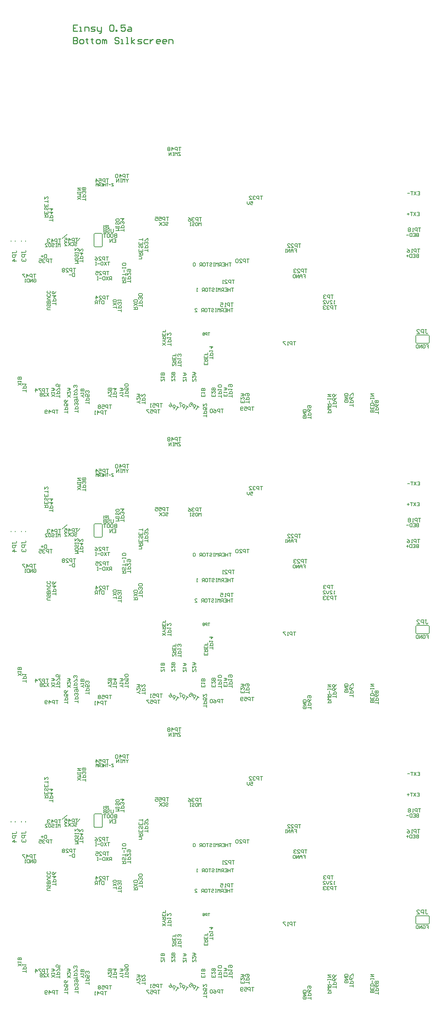
<source format=gbo>
G04 Layer_Color=32896*
%FSLAX24Y24*%
%MOIN*%
G70*
G01*
G75*
%ADD10C,0.0070*%
%ADD12C,0.0100*%
%ADD14C,0.0080*%
%ADD67C,0.0060*%
%ADD154C,0.0050*%
%ADD158C,0.0079*%
G54D10*
X3079Y19903D02*
Y20036D01*
Y19969D01*
X3413D01*
X3479Y20036D01*
Y20103D01*
X3413Y20169D01*
X3479Y19770D02*
X3079D01*
Y19570D01*
X3146Y19503D01*
X3279D01*
X3346Y19570D01*
Y19770D01*
X3479Y19170D02*
X3079D01*
X3279Y19370D01*
Y19103D01*
X3979Y19933D02*
Y20066D01*
Y19999D01*
X4313D01*
X4379Y20066D01*
Y20133D01*
X4313Y20199D01*
X4379Y19799D02*
X3979D01*
Y19600D01*
X4046Y19533D01*
X4179D01*
X4246Y19600D01*
Y19799D01*
X4046Y19400D02*
X3979Y19333D01*
Y19200D01*
X4046Y19133D01*
X4113D01*
X4179Y19200D01*
Y19266D01*
Y19200D01*
X4246Y19133D01*
X4313D01*
X4379Y19200D01*
Y19333D01*
X4313Y19400D01*
X42873Y12579D02*
X43006D01*
X42939D01*
Y12246D01*
X43006Y12179D01*
X43073D01*
X43139Y12246D01*
X42740Y12179D02*
Y12579D01*
X42540D01*
X42473Y12513D01*
Y12379D01*
X42540Y12313D01*
X42740D01*
X42073Y12179D02*
X42340D01*
X42073Y12446D01*
Y12513D01*
X42140Y12579D01*
X42273D01*
X42340Y12513D01*
X3079Y47895D02*
Y48028D01*
Y47962D01*
X3413D01*
X3479Y48028D01*
Y48095D01*
X3413Y48162D01*
X3479Y47762D02*
X3079D01*
Y47562D01*
X3146Y47495D01*
X3279D01*
X3346Y47562D01*
Y47762D01*
X3479Y47162D02*
X3079D01*
X3279Y47362D01*
Y47095D01*
X3979Y47925D02*
Y48058D01*
Y47992D01*
X4313D01*
X4379Y48058D01*
Y48125D01*
X4313Y48191D01*
X4379Y47792D02*
X3979D01*
Y47592D01*
X4046Y47525D01*
X4179D01*
X4246Y47592D01*
Y47792D01*
X4046Y47392D02*
X3979Y47325D01*
Y47192D01*
X4046Y47125D01*
X4113D01*
X4179Y47192D01*
Y47258D01*
Y47192D01*
X4246Y47125D01*
X4313D01*
X4379Y47192D01*
Y47325D01*
X4313Y47392D01*
X42873Y40571D02*
X43006D01*
X42939D01*
Y40238D01*
X43006Y40171D01*
X43073D01*
X43139Y40238D01*
X42740Y40171D02*
Y40571D01*
X42540D01*
X42473Y40505D01*
Y40371D01*
X42540Y40305D01*
X42740D01*
X42073Y40171D02*
X42340D01*
X42073Y40438D01*
Y40505D01*
X42140Y40571D01*
X42273D01*
X42340Y40505D01*
X3079Y75887D02*
Y76020D01*
Y75954D01*
X3413D01*
X3479Y76020D01*
Y76087D01*
X3413Y76154D01*
X3479Y75754D02*
X3079D01*
Y75554D01*
X3146Y75487D01*
X3279D01*
X3346Y75554D01*
Y75754D01*
X3479Y75154D02*
X3079D01*
X3279Y75354D01*
Y75087D01*
X3979Y75917D02*
Y76050D01*
Y75984D01*
X4313D01*
X4379Y76050D01*
Y76117D01*
X4313Y76184D01*
X4379Y75784D02*
X3979D01*
Y75584D01*
X4046Y75517D01*
X4179D01*
X4246Y75584D01*
Y75784D01*
X4046Y75384D02*
X3979Y75317D01*
Y75184D01*
X4046Y75117D01*
X4113D01*
X4179Y75184D01*
Y75251D01*
Y75184D01*
X4246Y75117D01*
X4313D01*
X4379Y75184D01*
Y75317D01*
X4313Y75384D01*
X42873Y68563D02*
X43006D01*
X42939D01*
Y68230D01*
X43006Y68164D01*
X43073D01*
X43139Y68230D01*
X42740Y68164D02*
Y68563D01*
X42540D01*
X42473Y68497D01*
Y68364D01*
X42540Y68297D01*
X42740D01*
X42073Y68164D02*
X42340D01*
X42073Y68430D01*
Y68497D01*
X42140Y68563D01*
X42273D01*
X42340Y68497D01*
G54D12*
X8928Y96728D02*
Y96128D01*
X9228D01*
X9328Y96228D01*
Y96328D01*
X9228Y96428D01*
X8928D01*
X9228D01*
X9328Y96528D01*
Y96628D01*
X9228Y96728D01*
X8928D01*
X9628Y96128D02*
X9828D01*
X9928Y96228D01*
Y96428D01*
X9828Y96528D01*
X9628D01*
X9528Y96428D01*
Y96228D01*
X9628Y96128D01*
X10228Y96628D02*
Y96528D01*
X10128D01*
X10328D01*
X10228D01*
Y96228D01*
X10328Y96128D01*
X10728Y96628D02*
Y96528D01*
X10628D01*
X10828D01*
X10728D01*
Y96228D01*
X10828Y96128D01*
X11228D02*
X11428D01*
X11528Y96228D01*
Y96428D01*
X11428Y96528D01*
X11228D01*
X11128Y96428D01*
Y96228D01*
X11228Y96128D01*
X11727D02*
Y96528D01*
X11827D01*
X11927Y96428D01*
Y96128D01*
Y96428D01*
X12027Y96528D01*
X12127Y96428D01*
Y96128D01*
X13327Y96628D02*
X13227Y96728D01*
X13027D01*
X12927Y96628D01*
Y96528D01*
X13027Y96428D01*
X13227D01*
X13327Y96328D01*
Y96228D01*
X13227Y96128D01*
X13027D01*
X12927Y96228D01*
X13527Y96128D02*
X13727D01*
X13627D01*
Y96528D01*
X13527D01*
X14027Y96128D02*
X14227D01*
X14127D01*
Y96728D01*
X14027D01*
X14527Y96128D02*
Y96728D01*
Y96328D02*
X14826Y96528D01*
X14527Y96328D02*
X14826Y96128D01*
X15126D02*
X15426D01*
X15526Y96228D01*
X15426Y96328D01*
X15226D01*
X15126Y96428D01*
X15226Y96528D01*
X15526D01*
X16126D02*
X15826D01*
X15726Y96428D01*
Y96228D01*
X15826Y96128D01*
X16126D01*
X16326Y96528D02*
Y96128D01*
Y96328D01*
X16426Y96428D01*
X16526Y96528D01*
X16626D01*
X17226Y96128D02*
X17026D01*
X16926Y96228D01*
Y96428D01*
X17026Y96528D01*
X17226D01*
X17326Y96428D01*
Y96328D01*
X16926D01*
X17825Y96128D02*
X17626D01*
X17526Y96228D01*
Y96428D01*
X17626Y96528D01*
X17825D01*
X17925Y96428D01*
Y96328D01*
X17526D01*
X18125Y96128D02*
Y96528D01*
X18425D01*
X18525Y96428D01*
Y96128D01*
X9328Y97928D02*
X8928D01*
Y97328D01*
X9328D01*
X8928Y97628D02*
X9128D01*
X9528Y97328D02*
X9728D01*
X9628D01*
Y97728D01*
X9528D01*
X10028Y97328D02*
Y97728D01*
X10328D01*
X10428Y97628D01*
Y97328D01*
X10628D02*
X10928D01*
X11028Y97428D01*
X10928Y97528D01*
X10728D01*
X10628Y97628D01*
X10728Y97728D01*
X11028D01*
X11228D02*
Y97428D01*
X11328Y97328D01*
X11627D01*
Y97228D01*
X11528Y97128D01*
X11428D01*
X11627Y97328D02*
Y97728D01*
X12427Y97828D02*
X12527Y97928D01*
X12727D01*
X12827Y97828D01*
Y97428D01*
X12727Y97328D01*
X12527D01*
X12427Y97428D01*
Y97828D01*
X13027Y97328D02*
Y97428D01*
X13127D01*
Y97328D01*
X13027D01*
X13927Y97928D02*
X13527D01*
Y97628D01*
X13727Y97728D01*
X13827D01*
X13927Y97628D01*
Y97428D01*
X13827Y97328D01*
X13627D01*
X13527Y97428D01*
X14227Y97728D02*
X14427D01*
X14527Y97628D01*
Y97328D01*
X14227D01*
X14127Y97428D01*
X14227Y97528D01*
X14527D01*
G54D14*
X9379Y21129D02*
X9549Y21359D01*
X7859Y21329D02*
X8329Y21729D01*
X9379Y49121D02*
X9549Y49352D01*
X7859Y49321D02*
X8329Y49721D01*
X9379Y77114D02*
X9549Y77344D01*
X7859Y77314D02*
X8329Y77714D01*
G54D67*
X11629Y20541D02*
X11699Y20570D01*
X11729Y20641D01*
Y21741D02*
X11699Y21812D01*
X11629Y21841D01*
X11029D02*
X10958Y21812D01*
X10929Y21741D01*
Y20641D02*
X10958Y20570D01*
X11029Y20541D01*
X41957Y11337D02*
X41986Y11266D01*
X42057Y11237D01*
X43157D02*
X43228Y11266D01*
X43257Y11337D01*
Y11937D02*
X43228Y12008D01*
X43157Y12037D01*
X42057D02*
X41986Y12008D01*
X41957Y11937D01*
X10929Y20641D02*
Y21741D01*
X11029Y21841D02*
X11629D01*
X11029Y20541D02*
X11629D01*
X11729Y20641D02*
Y21741D01*
X42057Y12037D02*
X43157D01*
X43257Y11337D02*
Y11937D01*
X41957Y11337D02*
Y11937D01*
X42057Y11237D02*
X43157D01*
X23409Y4899D02*
X23176D01*
X23293D01*
Y4549D01*
X23059D02*
Y4899D01*
X22885D01*
X22826Y4841D01*
Y4724D01*
X22885Y4666D01*
X23059D01*
X22476Y4899D02*
X22593Y4841D01*
X22710Y4724D01*
Y4608D01*
X22651Y4549D01*
X22535D01*
X22476Y4608D01*
Y4666D01*
X22535Y4724D01*
X22710D01*
X22360Y4841D02*
X22301Y4899D01*
X22185D01*
X22126Y4841D01*
Y4608D01*
X22185Y4549D01*
X22301D01*
X22360Y4608D01*
Y4841D01*
X26359Y5109D02*
X26126D01*
X26243D01*
Y4759D01*
X26009D02*
Y5109D01*
X25835D01*
X25776Y5051D01*
Y4934D01*
X25835Y4876D01*
X26009D01*
X25426Y5109D02*
X25660D01*
Y4934D01*
X25543Y4993D01*
X25485D01*
X25426Y4934D01*
Y4818D01*
X25485Y4759D01*
X25601D01*
X25660Y4818D01*
X25310D02*
X25251Y4759D01*
X25135D01*
X25076Y4818D01*
Y5051D01*
X25135Y5109D01*
X25251D01*
X25310Y5051D01*
Y4993D01*
X25251Y4934D01*
X25076D01*
X12619Y5299D02*
X12386D01*
X12503D01*
Y4949D01*
X12269D02*
Y5299D01*
X12095D01*
X12036Y5241D01*
Y5124D01*
X12095Y5066D01*
X12269D01*
X11686Y5299D02*
X11920D01*
Y5124D01*
X11803Y5183D01*
X11745D01*
X11686Y5124D01*
Y5008D01*
X11745Y4949D01*
X11861D01*
X11920Y5008D01*
X11570Y5241D02*
X11511Y5299D01*
X11395D01*
X11336Y5241D01*
Y5183D01*
X11395Y5124D01*
X11336Y5066D01*
Y5008D01*
X11395Y4949D01*
X11511D01*
X11570Y5008D01*
Y5066D01*
X11511Y5124D01*
X11570Y5183D01*
Y5241D01*
X11511Y5124D02*
X11395D01*
X17289Y4839D02*
X17056D01*
X17173D01*
Y4489D01*
X16939D02*
Y4839D01*
X16765D01*
X16706Y4781D01*
Y4664D01*
X16765Y4606D01*
X16939D01*
X16356Y4839D02*
X16590D01*
Y4664D01*
X16473Y4723D01*
X16415D01*
X16356Y4664D01*
Y4548D01*
X16415Y4489D01*
X16531D01*
X16590Y4548D01*
X16240Y4839D02*
X16006D01*
Y4781D01*
X16240Y4548D01*
Y4489D01*
X8409D02*
Y4723D01*
Y4606D01*
X8059D01*
Y4839D02*
X8409D01*
Y5014D01*
X8351Y5073D01*
X8234D01*
X8176Y5014D01*
Y4839D01*
X8409Y5422D02*
Y5189D01*
X8234D01*
X8293Y5306D01*
Y5364D01*
X8234Y5422D01*
X8118D01*
X8059Y5364D01*
Y5247D01*
X8118Y5189D01*
X8409Y5772D02*
X8351Y5656D01*
X8234Y5539D01*
X8118D01*
X8059Y5597D01*
Y5714D01*
X8118Y5772D01*
X8176D01*
X8234Y5714D01*
Y5539D01*
X7479Y4809D02*
X7246D01*
X7363D01*
Y4459D01*
X7129D02*
Y4809D01*
X6955D01*
X6896Y4751D01*
Y4634D01*
X6955Y4576D01*
X7129D01*
X6605Y4459D02*
Y4809D01*
X6780Y4634D01*
X6546D01*
X6430Y4518D02*
X6371Y4459D01*
X6255D01*
X6196Y4518D01*
Y4751D01*
X6255Y4809D01*
X6371D01*
X6430Y4751D01*
Y4693D01*
X6371Y4634D01*
X6196D01*
X12149Y4729D02*
X11916D01*
X12033D01*
Y4379D01*
X11799D02*
Y4729D01*
X11625D01*
X11566Y4671D01*
Y4554D01*
X11625Y4496D01*
X11799D01*
X11275Y4379D02*
Y4729D01*
X11450Y4554D01*
X11216D01*
X11100Y4379D02*
X10983D01*
X11041D01*
Y4729D01*
X11100Y4671D01*
X9399Y4569D02*
Y4803D01*
Y4686D01*
X9049D01*
Y4919D02*
X9399D01*
Y5094D01*
X9341Y5153D01*
X9224D01*
X9166Y5094D01*
Y4919D01*
X9341Y5269D02*
X9399Y5327D01*
Y5444D01*
X9341Y5502D01*
X9283D01*
X9224Y5444D01*
Y5386D01*
Y5444D01*
X9166Y5502D01*
X9108D01*
X9049Y5444D01*
Y5327D01*
X9108Y5269D01*
Y5619D02*
X9049Y5677D01*
Y5794D01*
X9108Y5852D01*
X9341D01*
X9399Y5794D01*
Y5677D01*
X9341Y5619D01*
X9283D01*
X9224Y5677D01*
Y5852D01*
X18129Y23409D02*
X17896D01*
X18013D01*
Y23059D01*
X17779D02*
Y23409D01*
X17605D01*
X17546Y23351D01*
Y23234D01*
X17605Y23176D01*
X17779D01*
X17196Y23409D02*
X17430D01*
Y23234D01*
X17313Y23293D01*
X17255D01*
X17196Y23234D01*
Y23118D01*
X17255Y23059D01*
X17371D01*
X17430Y23118D01*
X16846Y23409D02*
X17080D01*
Y23234D01*
X16963Y23293D01*
X16905D01*
X16846Y23234D01*
Y23118D01*
X16905Y23059D01*
X17021D01*
X17080Y23118D01*
X12339Y27089D02*
X12106D01*
X12223D01*
Y26739D01*
X11989D02*
Y27089D01*
X11815D01*
X11756Y27031D01*
Y26914D01*
X11815Y26856D01*
X11989D01*
X11406Y27089D02*
X11640D01*
Y26914D01*
X11523Y26973D01*
X11465D01*
X11406Y26914D01*
Y26798D01*
X11465Y26739D01*
X11581D01*
X11640Y26798D01*
X11115Y26739D02*
Y27089D01*
X11290Y26914D01*
X11056D01*
X6909Y19359D02*
X6676D01*
X6793D01*
Y19009D01*
X6559D02*
Y19359D01*
X6385D01*
X6326Y19301D01*
Y19184D01*
X6385Y19126D01*
X6559D01*
X6210Y19301D02*
X6151Y19359D01*
X6035D01*
X5976Y19301D01*
Y19243D01*
X6035Y19184D01*
X6093D01*
X6035D01*
X5976Y19126D01*
Y19068D01*
X6035Y19009D01*
X6151D01*
X6210Y19068D01*
X5626Y19359D02*
X5860D01*
Y19184D01*
X5743Y19243D01*
X5685D01*
X5626Y19184D01*
Y19068D01*
X5685Y19009D01*
X5801D01*
X5860Y19068D01*
X9149Y18459D02*
X8916D01*
X9033D01*
Y18109D01*
X8799D02*
Y18459D01*
X8625D01*
X8566Y18401D01*
Y18284D01*
X8625Y18226D01*
X8799D01*
X8216Y18109D02*
X8450D01*
X8216Y18343D01*
Y18401D01*
X8275Y18459D01*
X8391D01*
X8450Y18401D01*
X8100D02*
X8041Y18459D01*
X7925D01*
X7866Y18401D01*
Y18343D01*
X7925Y18284D01*
X7866Y18226D01*
Y18168D01*
X7925Y18109D01*
X8041D01*
X8100Y18168D01*
Y18226D01*
X8041Y18284D01*
X8100Y18343D01*
Y18401D01*
X8041Y18284D02*
X7925D01*
X22409Y9729D02*
Y9963D01*
Y9846D01*
X22059D01*
Y10079D02*
X22409D01*
Y10254D01*
X22351Y10313D01*
X22234D01*
X22176Y10254D01*
Y10079D01*
X22059Y10429D02*
Y10546D01*
Y10487D01*
X22409D01*
X22351Y10429D01*
X22059Y10896D02*
X22409D01*
X22234Y10721D01*
Y10954D01*
X19339Y8989D02*
Y9223D01*
Y9106D01*
X18989D01*
Y9339D02*
X19339D01*
Y9514D01*
X19281Y9573D01*
X19164D01*
X19106Y9514D01*
Y9339D01*
X18989Y9689D02*
Y9806D01*
Y9747D01*
X19339D01*
X19281Y9689D01*
Y9981D02*
X19339Y10039D01*
Y10156D01*
X19281Y10214D01*
X19223D01*
X19164Y10156D01*
Y10097D01*
Y10156D01*
X19106Y10214D01*
X19048D01*
X18989Y10156D01*
Y10039D01*
X19048Y9981D01*
X18349Y11019D02*
Y11253D01*
Y11136D01*
X17999D01*
Y11369D02*
X18349D01*
Y11544D01*
X18291Y11603D01*
X18174D01*
X18116Y11544D01*
Y11369D01*
X17999Y11719D02*
Y11836D01*
Y11777D01*
X18349D01*
X18291Y11719D01*
X17999Y12244D02*
Y12011D01*
X18233Y12244D01*
X18291D01*
X18349Y12186D01*
Y12069D01*
X18291Y12011D01*
X9309Y5919D02*
Y6153D01*
Y6036D01*
X8959D01*
Y6269D02*
X9309D01*
Y6444D01*
X9251Y6503D01*
X9134D01*
X9076Y6444D01*
Y6269D01*
X9309Y6619D02*
Y6852D01*
X9251D01*
X9018Y6619D01*
X8959D01*
X9251Y6969D02*
X9309Y7027D01*
Y7144D01*
X9251Y7202D01*
X9193D01*
X9134Y7144D01*
Y7086D01*
Y7144D01*
X9076Y7202D01*
X9018D01*
X8959Y7144D01*
Y7027D01*
X9018Y6969D01*
X6529Y6879D02*
X6296D01*
X6413D01*
Y6529D01*
X6179D02*
Y6879D01*
X6005D01*
X5946Y6821D01*
Y6704D01*
X6005Y6646D01*
X6179D01*
X5830Y6879D02*
X5596D01*
Y6821D01*
X5830Y6588D01*
Y6529D01*
X5305D02*
Y6879D01*
X5480Y6704D01*
X5246D01*
X7617Y6017D02*
Y6250D01*
Y6133D01*
X7267D01*
Y6367D02*
X7617D01*
Y6542D01*
X7558Y6600D01*
X7442D01*
X7383Y6542D01*
Y6367D01*
X7617Y6717D02*
Y6950D01*
X7558D01*
X7325Y6717D01*
X7267D01*
X7617Y7300D02*
Y7067D01*
X7442D01*
X7500Y7183D01*
Y7241D01*
X7442Y7300D01*
X7325D01*
X7267Y7241D01*
Y7125D01*
X7325Y7067D01*
X27189Y25439D02*
X26956D01*
X27073D01*
Y25089D01*
X26839D02*
Y25439D01*
X26665D01*
X26606Y25381D01*
Y25264D01*
X26665Y25206D01*
X26839D01*
X26490Y25381D02*
X26431Y25439D01*
X26315D01*
X26256Y25381D01*
Y25323D01*
X26315Y25264D01*
X26373D01*
X26315D01*
X26256Y25206D01*
Y25148D01*
X26315Y25089D01*
X26431D01*
X26490Y25148D01*
X25906Y25089D02*
X26140D01*
X25906Y25323D01*
Y25381D01*
X25965Y25439D01*
X26081D01*
X26140Y25381D01*
X13579Y14279D02*
Y14513D01*
Y14396D01*
X13229D01*
Y14629D02*
X13579D01*
Y14804D01*
X13521Y14863D01*
X13404D01*
X13346Y14804D01*
Y14629D01*
X13521Y14979D02*
X13579Y15037D01*
Y15154D01*
X13521Y15212D01*
X13463D01*
X13404Y15154D01*
Y15096D01*
Y15154D01*
X13346Y15212D01*
X13288D01*
X13229Y15154D01*
Y15037D01*
X13288Y14979D01*
X13229Y15329D02*
Y15446D01*
Y15387D01*
X13579D01*
X13521Y15329D01*
X15589Y14769D02*
Y15003D01*
Y14886D01*
X15239D01*
Y15119D02*
X15589D01*
Y15294D01*
X15531Y15353D01*
X15414D01*
X15356Y15294D01*
Y15119D01*
X15531Y15469D02*
X15589Y15527D01*
Y15644D01*
X15531Y15702D01*
X15473D01*
X15414Y15644D01*
Y15586D01*
Y15644D01*
X15356Y15702D01*
X15298D01*
X15239Y15644D01*
Y15527D01*
X15298Y15469D01*
X15531Y15819D02*
X15589Y15877D01*
Y15994D01*
X15531Y16052D01*
X15298D01*
X15239Y15994D01*
Y15877D01*
X15298Y15819D01*
X15531D01*
X14479Y17099D02*
Y17333D01*
Y17216D01*
X14129D01*
Y17449D02*
X14479D01*
Y17624D01*
X14421Y17683D01*
X14304D01*
X14246Y17624D01*
Y17449D01*
X14129Y18032D02*
Y17799D01*
X14363Y18032D01*
X14421D01*
X14479Y17974D01*
Y17857D01*
X14421Y17799D01*
X14188Y18149D02*
X14129Y18207D01*
Y18324D01*
X14188Y18382D01*
X14421D01*
X14479Y18324D01*
Y18207D01*
X14421Y18149D01*
X14363D01*
X14304Y18207D01*
Y18382D01*
X12319Y19579D02*
X12086D01*
X12203D01*
Y19229D01*
X11969D02*
Y19579D01*
X11795D01*
X11736Y19521D01*
Y19404D01*
X11795Y19346D01*
X11969D01*
X11386Y19229D02*
X11620D01*
X11386Y19463D01*
Y19521D01*
X11445Y19579D01*
X11561D01*
X11620Y19521D01*
X11036Y19579D02*
X11153Y19521D01*
X11270Y19404D01*
Y19288D01*
X11211Y19229D01*
X11095D01*
X11036Y19288D01*
Y19346D01*
X11095Y19404D01*
X11270D01*
X12369Y18179D02*
X12136D01*
X12253D01*
Y17829D01*
X12019D02*
Y18179D01*
X11845D01*
X11786Y18121D01*
Y18004D01*
X11845Y17946D01*
X12019D01*
X11436Y17829D02*
X11670D01*
X11436Y18063D01*
Y18121D01*
X11495Y18179D01*
X11611D01*
X11670Y18121D01*
X11086Y18179D02*
X11320D01*
Y18004D01*
X11203Y18063D01*
X11145D01*
X11086Y18004D01*
Y17888D01*
X11145Y17829D01*
X11261D01*
X11320Y17888D01*
X12359Y15819D02*
X12126D01*
X12243D01*
Y15469D01*
X12009D02*
Y15819D01*
X11835D01*
X11776Y15761D01*
Y15644D01*
X11835Y15586D01*
X12009D01*
X11426Y15469D02*
X11660D01*
X11426Y15703D01*
Y15761D01*
X11485Y15819D01*
X11601D01*
X11660Y15761D01*
X11135Y15469D02*
Y15819D01*
X11310Y15644D01*
X11076D01*
X42439Y22359D02*
X42206D01*
X42323D01*
Y22009D01*
X42089D02*
Y22359D01*
X41915D01*
X41856Y22301D01*
Y22184D01*
X41915Y22126D01*
X42089D01*
X41740Y22009D02*
X41623D01*
X41681D01*
Y22359D01*
X41740Y22301D01*
X41448D02*
X41390Y22359D01*
X41273D01*
X41215Y22301D01*
Y22243D01*
X41273Y22184D01*
X41215Y22126D01*
Y22068D01*
X41273Y22009D01*
X41390D01*
X41448Y22068D01*
Y22126D01*
X41390Y22184D01*
X41448Y22243D01*
Y22301D01*
X41390Y22184D02*
X41273D01*
X30389Y11409D02*
X30156D01*
X30273D01*
Y11059D01*
X30039D02*
Y11409D01*
X29865D01*
X29806Y11351D01*
Y11234D01*
X29865Y11176D01*
X30039D01*
X29690Y11059D02*
X29573D01*
X29631D01*
Y11409D01*
X29690Y11351D01*
X29398Y11409D02*
X29165D01*
Y11351D01*
X29398Y11118D01*
Y11059D01*
X42359Y20339D02*
X42126D01*
X42243D01*
Y19989D01*
X42009D02*
Y20339D01*
X41835D01*
X41776Y20281D01*
Y20164D01*
X41835Y20106D01*
X42009D01*
X41660Y19989D02*
X41543D01*
X41601D01*
Y20339D01*
X41660Y20281D01*
X41135Y20339D02*
X41251Y20281D01*
X41368Y20164D01*
Y20048D01*
X41310Y19989D01*
X41193D01*
X41135Y20048D01*
Y20106D01*
X41193Y20164D01*
X41368D01*
X34009Y15899D02*
X33776D01*
X33893D01*
Y15549D01*
X33659D02*
Y15899D01*
X33485D01*
X33426Y15841D01*
Y15724D01*
X33485Y15666D01*
X33659D01*
X33310Y15841D02*
X33251Y15899D01*
X33135D01*
X33076Y15841D01*
Y15783D01*
X33135Y15724D01*
X33193D01*
X33135D01*
X33076Y15666D01*
Y15608D01*
X33135Y15549D01*
X33251D01*
X33310Y15608D01*
X24479Y17349D02*
X24246D01*
X24363D01*
Y16999D01*
X24129D02*
Y17349D01*
X23955D01*
X23896Y17291D01*
Y17174D01*
X23955Y17116D01*
X24129D01*
X23546Y16999D02*
X23780D01*
X23546Y17233D01*
Y17291D01*
X23605Y17349D01*
X23721D01*
X23780Y17291D01*
X23430Y16999D02*
X23313D01*
X23371D01*
Y17349D01*
X23430Y17291D01*
X25889Y19369D02*
X25656D01*
X25773D01*
Y19019D01*
X25539D02*
Y19369D01*
X25365D01*
X25306Y19311D01*
Y19194D01*
X25365Y19136D01*
X25539D01*
X24956Y19019D02*
X25190D01*
X24956Y19253D01*
Y19311D01*
X25015Y19369D01*
X25131D01*
X25190Y19311D01*
X24840D02*
X24781Y19369D01*
X24665D01*
X24606Y19311D01*
Y19078D01*
X24665Y19019D01*
X24781D01*
X24840Y19078D01*
Y19311D01*
X24349Y15129D02*
X24116D01*
X24233D01*
Y14779D01*
X23999D02*
Y15129D01*
X23825D01*
X23766Y15071D01*
Y14954D01*
X23825Y14896D01*
X23999D01*
X23650Y14779D02*
X23533D01*
X23591D01*
Y15129D01*
X23650Y15071D01*
X23125Y15129D02*
X23358D01*
Y14954D01*
X23241Y15013D01*
X23183D01*
X23125Y14954D01*
Y14838D01*
X23183Y14779D01*
X23300D01*
X23358Y14838D01*
X13829Y22029D02*
Y22263D01*
Y22146D01*
X13479D01*
Y22379D02*
X13829D01*
Y22554D01*
X13771Y22613D01*
X13654D01*
X13596Y22554D01*
Y22379D01*
X13771Y22729D02*
X13829Y22787D01*
Y22904D01*
X13771Y22962D01*
X13713D01*
X13654Y22904D01*
Y22846D01*
Y22904D01*
X13596Y22962D01*
X13538D01*
X13479Y22904D01*
Y22787D01*
X13538Y22729D01*
X13479Y23254D02*
X13829D01*
X13654Y23079D01*
Y23312D01*
X21299Y23369D02*
X21066D01*
X21183D01*
Y23019D01*
X20949D02*
Y23369D01*
X20775D01*
X20716Y23311D01*
Y23194D01*
X20775Y23136D01*
X20949D01*
X20600Y23311D02*
X20541Y23369D01*
X20425D01*
X20366Y23311D01*
Y23253D01*
X20425Y23194D01*
X20483D01*
X20425D01*
X20366Y23136D01*
Y23078D01*
X20425Y23019D01*
X20541D01*
X20600Y23078D01*
X20016Y23369D02*
X20133Y23311D01*
X20250Y23194D01*
Y23078D01*
X20191Y23019D01*
X20075D01*
X20016Y23078D01*
Y23136D01*
X20075Y23194D01*
X20250D01*
X16139Y20079D02*
Y20313D01*
Y20196D01*
X15789D01*
Y20429D02*
X16139D01*
Y20604D01*
X16081Y20663D01*
X15964D01*
X15906Y20604D01*
Y20429D01*
X16081Y20779D02*
X16139Y20837D01*
Y20954D01*
X16081Y21012D01*
X16023D01*
X15964Y20954D01*
Y20896D01*
Y20954D01*
X15906Y21012D01*
X15848D01*
X15789Y20954D01*
Y20837D01*
X15848Y20779D01*
X16139Y21129D02*
Y21362D01*
X16081D01*
X15848Y21129D01*
X15789D01*
X10139Y24989D02*
Y25223D01*
Y25106D01*
X9789D01*
Y25339D02*
X10139D01*
Y25514D01*
X10081Y25573D01*
X9964D01*
X9906Y25514D01*
Y25339D01*
X10081Y25689D02*
X10139Y25747D01*
Y25864D01*
X10081Y25922D01*
X10023D01*
X9964Y25864D01*
Y25806D01*
Y25864D01*
X9906Y25922D01*
X9848D01*
X9789Y25864D01*
Y25747D01*
X9848Y25689D01*
X10081Y26039D02*
X10139Y26097D01*
Y26214D01*
X10081Y26272D01*
X10023D01*
X9964Y26214D01*
X9906Y26272D01*
X9848D01*
X9789Y26214D01*
Y26097D01*
X9848Y26039D01*
X9906D01*
X9964Y26097D01*
X10023Y26039D01*
X10081D01*
X9964Y26097D02*
Y26214D01*
X14289Y27549D02*
X14056D01*
X14173D01*
Y27199D01*
X13939D02*
Y27549D01*
X13765D01*
X13706Y27491D01*
Y27374D01*
X13765Y27316D01*
X13939D01*
X13415Y27199D02*
Y27549D01*
X13590Y27374D01*
X13356D01*
X13240Y27491D02*
X13181Y27549D01*
X13065D01*
X13006Y27491D01*
Y27258D01*
X13065Y27199D01*
X13181D01*
X13240Y27258D01*
Y27491D01*
X9879Y19059D02*
Y19293D01*
Y19176D01*
X9529D01*
Y19409D02*
X9879D01*
Y19584D01*
X9821Y19643D01*
X9704D01*
X9646Y19584D01*
Y19409D01*
X9529Y19934D02*
X9879D01*
X9704Y19759D01*
Y19992D01*
X9529Y20342D02*
Y20109D01*
X9763Y20342D01*
X9821D01*
X9879Y20284D01*
Y20167D01*
X9821Y20109D01*
X7729Y21289D02*
X7496D01*
X7613D01*
Y20939D01*
X7379D02*
Y21289D01*
X7205D01*
X7146Y21231D01*
Y21114D01*
X7205Y21056D01*
X7379D01*
X6855Y20939D02*
Y21289D01*
X7030Y21114D01*
X6796D01*
X6680Y21231D02*
X6621Y21289D01*
X6505D01*
X6446Y21231D01*
Y21173D01*
X6505Y21114D01*
X6563D01*
X6505D01*
X6446Y21056D01*
Y20998D01*
X6505Y20939D01*
X6621D01*
X6680Y20998D01*
X6959Y22989D02*
Y23223D01*
Y23106D01*
X6609D01*
Y23339D02*
X6959D01*
Y23514D01*
X6901Y23573D01*
X6784D01*
X6726Y23514D01*
Y23339D01*
X6609Y23864D02*
X6959D01*
X6784Y23689D01*
Y23922D01*
X6609Y24214D02*
X6959D01*
X6784Y24039D01*
Y24272D01*
X9379Y21369D02*
X9146D01*
X9263D01*
Y21019D01*
X9029D02*
Y21369D01*
X8855D01*
X8796Y21311D01*
Y21194D01*
X8855Y21136D01*
X9029D01*
X8505Y21019D02*
Y21369D01*
X8680Y21194D01*
X8446D01*
X8096Y21369D02*
X8330D01*
Y21194D01*
X8213Y21253D01*
X8155D01*
X8096Y21194D01*
Y21078D01*
X8155Y21019D01*
X8271D01*
X8330Y21078D01*
X7249Y14949D02*
Y15183D01*
Y15066D01*
X6899D01*
Y15299D02*
X7249D01*
Y15474D01*
X7191Y15533D01*
X7074D01*
X7016Y15474D01*
Y15299D01*
X6899Y15824D02*
X7249D01*
X7074Y15649D01*
Y15882D01*
X7249Y16232D02*
X7191Y16116D01*
X7074Y15999D01*
X6958D01*
X6899Y16057D01*
Y16174D01*
X6958Y16232D01*
X7016D01*
X7074Y16174D01*
Y15999D01*
X5319Y17919D02*
X5086D01*
X5203D01*
Y17569D01*
X4969D02*
Y17919D01*
X4795D01*
X4736Y17861D01*
Y17744D01*
X4795Y17686D01*
X4969D01*
X4445Y17569D02*
Y17919D01*
X4620Y17744D01*
X4386D01*
X4270Y17919D02*
X4036D01*
Y17861D01*
X4270Y17628D01*
Y17569D01*
X19319Y30149D02*
X19086D01*
X19203D01*
Y29799D01*
X18969D02*
Y30149D01*
X18795D01*
X18736Y30091D01*
Y29974D01*
X18795Y29916D01*
X18969D01*
X18445Y29799D02*
Y30149D01*
X18620Y29974D01*
X18386D01*
X18270Y30091D02*
X18211Y30149D01*
X18095D01*
X18036Y30091D01*
Y30033D01*
X18095Y29974D01*
X18036Y29916D01*
Y29858D01*
X18095Y29799D01*
X18211D01*
X18270Y29858D01*
Y29916D01*
X18211Y29974D01*
X18270Y30033D01*
Y30091D01*
X18211Y29974D02*
X18095D01*
X34289Y5049D02*
Y5283D01*
Y5166D01*
X33939D01*
Y5399D02*
X34289D01*
Y5574D01*
X34231Y5633D01*
X34114D01*
X34056Y5574D01*
Y5399D01*
X34289Y5982D02*
X34231Y5866D01*
X34114Y5749D01*
X33998D01*
X33939Y5807D01*
Y5924D01*
X33998Y5982D01*
X34056D01*
X34114Y5924D01*
Y5749D01*
X34289Y6332D02*
X34231Y6216D01*
X34114Y6099D01*
X33998D01*
X33939Y6157D01*
Y6274D01*
X33998Y6332D01*
X34056D01*
X34114Y6274D01*
Y6099D01*
X35919Y5139D02*
Y5373D01*
Y5256D01*
X35569D01*
Y5489D02*
X35919D01*
Y5664D01*
X35861Y5723D01*
X35744D01*
X35686Y5664D01*
Y5489D01*
X35919Y6072D02*
X35861Y5956D01*
X35744Y5839D01*
X35628D01*
X35569Y5897D01*
Y6014D01*
X35628Y6072D01*
X35686D01*
X35744Y6014D01*
Y5839D01*
X35919Y6189D02*
Y6422D01*
X35861D01*
X35628Y6189D01*
X35569D01*
X38379Y4449D02*
Y4683D01*
Y4566D01*
X38029D01*
Y4799D02*
X38379D01*
Y4974D01*
X38321Y5033D01*
X38204D01*
X38146Y4974D01*
Y4799D01*
X38379Y5382D02*
X38321Y5266D01*
X38204Y5149D01*
X38088D01*
X38029Y5207D01*
Y5324D01*
X38088Y5382D01*
X38146D01*
X38204Y5324D01*
Y5149D01*
X38321Y5499D02*
X38379Y5557D01*
Y5674D01*
X38321Y5732D01*
X38263D01*
X38204Y5674D01*
X38146Y5732D01*
X38088D01*
X38029Y5674D01*
Y5557D01*
X38088Y5499D01*
X38146D01*
X38204Y5557D01*
X38263Y5499D01*
X38321D01*
X38204Y5557D02*
Y5674D01*
X31869Y3969D02*
Y4203D01*
Y4086D01*
X31519D01*
Y4319D02*
X31869D01*
Y4494D01*
X31811Y4553D01*
X31694D01*
X31636Y4494D01*
Y4319D01*
X31869Y4902D02*
X31811Y4786D01*
X31694Y4669D01*
X31578D01*
X31519Y4727D01*
Y4844D01*
X31578Y4902D01*
X31636D01*
X31694Y4844D01*
Y4669D01*
X31578Y5019D02*
X31519Y5077D01*
Y5194D01*
X31578Y5252D01*
X31811D01*
X31869Y5194D01*
Y5077D01*
X31811Y5019D01*
X31753D01*
X31694Y5077D01*
Y5252D01*
X4389Y6539D02*
Y6773D01*
Y6656D01*
X4039D01*
Y6889D02*
X4389D01*
Y7064D01*
X4331Y7123D01*
X4214D01*
X4156Y7064D01*
Y6889D01*
X4039Y7239D02*
Y7356D01*
Y7297D01*
X4389D01*
X4331Y7239D01*
X15869Y5389D02*
Y5623D01*
Y5506D01*
X15519D01*
Y5739D02*
X15869D01*
Y5914D01*
X15811Y5973D01*
X15694D01*
X15636Y5914D01*
Y5739D01*
X15519Y6322D02*
Y6089D01*
X15753Y6322D01*
X15811D01*
X15869Y6264D01*
Y6147D01*
X15811Y6089D01*
X13089Y5999D02*
Y6233D01*
Y6116D01*
X12739D01*
Y6349D02*
X13089D01*
Y6524D01*
X13031Y6583D01*
X12914D01*
X12856Y6524D01*
Y6349D01*
X12739Y6874D02*
X13089D01*
X12914Y6699D01*
Y6932D01*
X14239Y6039D02*
Y6273D01*
Y6156D01*
X13889D01*
Y6389D02*
X14239D01*
Y6564D01*
X14181Y6623D01*
X14064D01*
X14006Y6564D01*
Y6389D01*
X14239Y6972D02*
Y6739D01*
X14064D01*
X14123Y6856D01*
Y6914D01*
X14064Y6972D01*
X13948D01*
X13889Y6914D01*
Y6797D01*
X13948Y6739D01*
X14181Y7089D02*
X14239Y7147D01*
Y7264D01*
X14181Y7322D01*
X13948D01*
X13889Y7264D01*
Y7147D01*
X13948Y7089D01*
X14181D01*
X10449Y5389D02*
Y5623D01*
Y5506D01*
X10099D01*
Y5739D02*
X10449D01*
Y5914D01*
X10391Y5973D01*
X10274D01*
X10216Y5914D01*
Y5739D01*
X10449Y6322D02*
Y6089D01*
X10274D01*
X10333Y6206D01*
Y6264D01*
X10274Y6322D01*
X10158D01*
X10099Y6264D01*
Y6147D01*
X10158Y6089D01*
X10391Y6439D02*
X10449Y6497D01*
Y6614D01*
X10391Y6672D01*
X10333D01*
X10274Y6614D01*
Y6556D01*
Y6614D01*
X10216Y6672D01*
X10158D01*
X10099Y6614D01*
Y6497D01*
X10158Y6439D01*
X21054Y5072D02*
X20852Y5189D01*
X20953Y5131D01*
X20778Y4828D01*
X20576Y4944D02*
X20751Y5247D01*
X20600Y5335D01*
X20520Y5313D01*
X20462Y5212D01*
X20483Y5133D01*
X20635Y5045D01*
X20246Y5539D02*
X20448Y5422D01*
X20361Y5271D01*
X20289Y5380D01*
X20238Y5409D01*
X20159Y5387D01*
X20101Y5286D01*
X20122Y5207D01*
X20223Y5148D01*
X20303Y5170D01*
X19114Y5032D02*
X18912Y5149D01*
X19013Y5091D01*
X18838Y4788D01*
X18636Y4904D02*
X18811Y5207D01*
X18660Y5295D01*
X18580Y5273D01*
X18522Y5172D01*
X18543Y5093D01*
X18695Y5005D01*
X18306Y5499D02*
X18378Y5390D01*
X18421Y5231D01*
X18363Y5130D01*
X18283Y5108D01*
X18182Y5167D01*
X18161Y5246D01*
X18190Y5297D01*
X18269Y5318D01*
X18421Y5231D01*
X20034Y5072D02*
X19832Y5189D01*
X19933Y5131D01*
X19758Y4828D01*
X19556Y4944D02*
X19731Y5247D01*
X19580Y5335D01*
X19500Y5313D01*
X19442Y5212D01*
X19463Y5133D01*
X19615Y5045D01*
X19428Y5422D02*
X19226Y5539D01*
X19197Y5488D01*
X19283Y5170D01*
X19253Y5119D01*
X17519Y5429D02*
X17286D01*
X17403D01*
Y5079D01*
X17169D02*
Y5429D01*
X16995D01*
X16936Y5371D01*
Y5254D01*
X16995Y5196D01*
X17169D01*
X16586Y5429D02*
X16820D01*
Y5254D01*
X16703Y5313D01*
X16645D01*
X16586Y5254D01*
Y5138D01*
X16645Y5079D01*
X16761D01*
X16820Y5138D01*
X16470Y5079D02*
X16353D01*
X16411D01*
Y5429D01*
X16470Y5371D01*
X25889Y5459D02*
Y5693D01*
Y5576D01*
X25539D01*
Y5809D02*
X25889D01*
Y5984D01*
X25831Y6043D01*
X25714D01*
X25656Y5984D01*
Y5809D01*
X25598Y6159D02*
X25539Y6217D01*
Y6334D01*
X25598Y6392D01*
X25831D01*
X25889Y6334D01*
Y6217D01*
X25831Y6159D01*
X25773D01*
X25714Y6217D01*
Y6392D01*
X23239Y6009D02*
Y6243D01*
Y6126D01*
X22889D01*
Y6359D02*
X23239D01*
Y6534D01*
X23181Y6593D01*
X23064D01*
X23006Y6534D01*
Y6359D01*
X22889Y6709D02*
Y6826D01*
Y6767D01*
X23239D01*
X23181Y6709D01*
Y7001D02*
X23239Y7059D01*
Y7176D01*
X23181Y7234D01*
X22948D01*
X22889Y7176D01*
Y7059D01*
X22948Y7001D01*
X23181D01*
X24249Y6029D02*
Y6263D01*
Y6146D01*
X23899D01*
Y6379D02*
X24249D01*
Y6554D01*
X24191Y6613D01*
X24074D01*
X24016Y6554D01*
Y6379D01*
X23899Y6729D02*
Y6846D01*
Y6787D01*
X24249D01*
X24191Y6729D01*
X23958Y7021D02*
X23899Y7079D01*
Y7196D01*
X23958Y7254D01*
X24191D01*
X24249Y7196D01*
Y7079D01*
X24191Y7021D01*
X24133D01*
X24074Y7079D01*
Y7254D01*
X21809Y4129D02*
Y4363D01*
Y4246D01*
X21459D01*
Y4479D02*
X21809D01*
Y4654D01*
X21751Y4713D01*
X21634D01*
X21576Y4654D01*
Y4479D01*
X21809Y5062D02*
Y4829D01*
X21634D01*
X21693Y4946D01*
Y5004D01*
X21634Y5062D01*
X21518D01*
X21459Y5004D01*
Y4887D01*
X21518Y4829D01*
X21459Y5412D02*
Y5179D01*
X21693Y5412D01*
X21751D01*
X21809Y5354D01*
Y5237D01*
X21751Y5179D01*
X30869Y20829D02*
X30636D01*
X30753D01*
Y20479D01*
X30519D02*
Y20829D01*
X30345D01*
X30286Y20771D01*
Y20654D01*
X30345Y20596D01*
X30519D01*
X29936Y20479D02*
X30170D01*
X29936Y20713D01*
Y20771D01*
X29995Y20829D01*
X30111D01*
X30170Y20771D01*
X29586Y20479D02*
X29820D01*
X29586Y20713D01*
Y20771D01*
X29645Y20829D01*
X29761D01*
X29820Y20771D01*
X31479Y18389D02*
X31246D01*
X31363D01*
Y18039D01*
X31129D02*
Y18389D01*
X30955D01*
X30896Y18331D01*
Y18214D01*
X30955Y18156D01*
X31129D01*
X30546Y18039D02*
X30780D01*
X30546Y18273D01*
Y18331D01*
X30605Y18389D01*
X30721D01*
X30780Y18331D01*
X30430D02*
X30371Y18389D01*
X30255D01*
X30196Y18331D01*
Y18273D01*
X30255Y18214D01*
X30313D01*
X30255D01*
X30196Y18156D01*
Y18098D01*
X30255Y18039D01*
X30371D01*
X30430Y18098D01*
X34329Y14859D02*
X34096D01*
X34213D01*
Y14509D01*
X33979D02*
Y14859D01*
X33805D01*
X33746Y14801D01*
Y14684D01*
X33805Y14626D01*
X33979D01*
X33630Y14801D02*
X33571Y14859D01*
X33455D01*
X33396Y14801D01*
Y14743D01*
X33455Y14684D01*
X33513D01*
X33455D01*
X33396Y14626D01*
Y14568D01*
X33455Y14509D01*
X33571D01*
X33630Y14568D01*
X33280Y14801D02*
X33221Y14859D01*
X33105D01*
X33046Y14801D01*
Y14743D01*
X33105Y14684D01*
X33163D01*
X33105D01*
X33046Y14626D01*
Y14568D01*
X33105Y14509D01*
X33221D01*
X33280Y14568D01*
X3919Y7189D02*
X3599Y7403D01*
X3919D02*
X3599Y7189D01*
Y7509D02*
Y7616D01*
Y7563D01*
X3919D01*
X3866Y7509D01*
X3919Y7776D02*
X3599D01*
Y7936D01*
X3653Y7989D01*
X3706D01*
X3759Y7936D01*
Y7776D01*
Y7936D01*
X3813Y7989D01*
X3866D01*
X3919Y7936D01*
Y7776D01*
X7149Y6099D02*
X6829Y6313D01*
X7149D02*
X6829Y6099D01*
Y6419D02*
Y6526D01*
Y6473D01*
X7149D01*
X7096Y6419D01*
X6829Y6686D02*
X7043D01*
X7149Y6792D01*
X7043Y6899D01*
X6829D01*
X6989D01*
Y6686D01*
X8679Y6049D02*
X8359Y6263D01*
X8679D02*
X8359Y6049D01*
Y6583D02*
Y6369D01*
X8573Y6583D01*
X8626D01*
X8679Y6529D01*
Y6423D01*
X8626Y6369D01*
X8359Y6689D02*
X8573D01*
X8679Y6796D01*
X8573Y6902D01*
X8359D01*
X8519D01*
Y6689D01*
X42114Y25867D02*
X42327D01*
Y25547D01*
X42114D01*
X42327Y25707D02*
X42220D01*
X42007Y25867D02*
X41794Y25547D01*
Y25867D02*
X42007Y25547D01*
X41687Y25867D02*
X41474D01*
X41580D01*
Y25547D01*
X41367Y25707D02*
X41154D01*
X42084Y23867D02*
X42297D01*
Y23547D01*
X42084D01*
X42297Y23707D02*
X42190D01*
X41977Y23867D02*
X41764Y23547D01*
Y23867D02*
X41977Y23547D01*
X41657Y23867D02*
X41444D01*
X41550D01*
Y23547D01*
X41337Y23707D02*
X41124D01*
X41231Y23813D02*
Y23600D01*
X42237Y21847D02*
Y21527D01*
X42077D01*
X42024Y21580D01*
Y21633D01*
X42077Y21687D01*
X42237D01*
X42077D01*
X42024Y21740D01*
Y21793D01*
X42077Y21847D01*
X42237D01*
X41704D02*
X41917D01*
Y21527D01*
X41704D01*
X41917Y21687D02*
X41810D01*
X41597Y21847D02*
Y21527D01*
X41437D01*
X41384Y21580D01*
Y21793D01*
X41437Y21847D01*
X41597D01*
X41277Y21687D02*
X41064D01*
X42227Y19837D02*
Y19517D01*
X42067D01*
X42014Y19570D01*
Y19623D01*
X42067Y19677D01*
X42227D01*
X42067D01*
X42014Y19730D01*
Y19783D01*
X42067Y19837D01*
X42227D01*
X41694D02*
X41907D01*
Y19517D01*
X41694D01*
X41907Y19677D02*
X41800D01*
X41587Y19837D02*
Y19517D01*
X41427D01*
X41374Y19570D01*
Y19783D01*
X41427Y19837D01*
X41587D01*
X41267Y19677D02*
X41054D01*
X41161Y19783D02*
Y19570D01*
X6729Y14469D02*
X6463D01*
X6409Y14523D01*
Y14629D01*
X6463Y14683D01*
X6729D01*
X6676Y15003D02*
X6729Y14949D01*
Y14843D01*
X6676Y14789D01*
X6623D01*
X6569Y14843D01*
Y14949D01*
X6516Y15003D01*
X6463D01*
X6409Y14949D01*
Y14843D01*
X6463Y14789D01*
X6729Y15109D02*
X6409D01*
Y15269D01*
X6463Y15322D01*
X6516D01*
X6569Y15269D01*
Y15109D01*
Y15269D01*
X6623Y15322D01*
X6676D01*
X6729Y15269D01*
Y15109D01*
Y15429D02*
X6516D01*
X6409Y15536D01*
X6516Y15642D01*
X6729D01*
X6676Y15962D02*
X6729Y15909D01*
Y15802D01*
X6676Y15749D01*
X6463D01*
X6409Y15802D01*
Y15909D01*
X6463Y15962D01*
X6676Y16282D02*
X6729Y16229D01*
Y16122D01*
X6676Y16069D01*
X6463D01*
X6409Y16122D01*
Y16229D01*
X6463Y16282D01*
X5106Y17396D02*
X5159Y17449D01*
X5266D01*
X5319Y17396D01*
Y17183D01*
X5266Y17129D01*
X5159D01*
X5106Y17183D01*
Y17289D01*
X5213D01*
X4999Y17129D02*
Y17449D01*
X4786Y17129D01*
Y17449D01*
X4680D02*
Y17129D01*
X4520D01*
X4466Y17183D01*
Y17396D01*
X4520Y17449D01*
X4680D01*
X4360Y17129D02*
X4253D01*
X4306D01*
Y17449D01*
X4360Y17396D01*
X9049Y17989D02*
Y17669D01*
X8889D01*
X8836Y17723D01*
Y17936D01*
X8889Y17989D01*
X9049D01*
X8729Y17829D02*
X8516D01*
X6349Y19799D02*
Y19479D01*
X6189D01*
X6136Y19533D01*
Y19746D01*
X6189Y19799D01*
X6349D01*
X6029Y19639D02*
X5816D01*
X5923Y19746D02*
Y19533D01*
X26026Y24909D02*
X26239D01*
Y24749D01*
X26133Y24803D01*
X26079D01*
X26026Y24749D01*
Y24643D01*
X26079Y24589D01*
X26186D01*
X26239Y24643D01*
X25919Y24909D02*
Y24696D01*
X25813Y24589D01*
X25706Y24696D01*
Y24909D01*
X21249Y22559D02*
Y22879D01*
X21143Y22773D01*
X21036Y22879D01*
Y22559D01*
X20770Y22879D02*
X20876D01*
X20929Y22826D01*
Y22613D01*
X20876Y22559D01*
X20770D01*
X20716Y22613D01*
Y22826D01*
X20770Y22879D01*
X20396Y22826D02*
X20450Y22879D01*
X20556D01*
X20610Y22826D01*
Y22773D01*
X20556Y22719D01*
X20450D01*
X20396Y22666D01*
Y22613D01*
X20450Y22559D01*
X20556D01*
X20610Y22613D01*
X20290Y22879D02*
X20183D01*
X20236D01*
Y22559D01*
X20290D01*
X20183D01*
X17856Y22856D02*
X17909Y22909D01*
X18016D01*
X18069Y22856D01*
Y22803D01*
X18016Y22749D01*
X17909D01*
X17856Y22696D01*
Y22643D01*
X17909Y22589D01*
X18016D01*
X18069Y22643D01*
X17536Y22856D02*
X17590Y22909D01*
X17696D01*
X17749Y22856D01*
Y22643D01*
X17696Y22589D01*
X17590D01*
X17536Y22643D01*
X17430Y22909D02*
Y22589D01*
Y22696D01*
X17216Y22909D01*
X17376Y22749D01*
X17216Y22589D01*
X13039Y22109D02*
X13359D01*
X13253Y22216D01*
X13359Y22323D01*
X13039D01*
X13359Y22429D02*
Y22536D01*
Y22483D01*
X13039D01*
Y22429D01*
Y22536D01*
X13306Y22909D02*
X13359Y22856D01*
Y22749D01*
X13306Y22696D01*
X13253D01*
X13199Y22749D01*
Y22856D01*
X13146Y22909D01*
X13093D01*
X13039Y22856D01*
Y22749D01*
X13093Y22696D01*
X13359Y23176D02*
Y23069D01*
X13306Y23016D01*
X13093D01*
X13039Y23069D01*
Y23176D01*
X13093Y23229D01*
X13306D01*
X13359Y23176D01*
X19279Y29649D02*
X19066D01*
Y29596D01*
X19279Y29383D01*
Y29329D01*
X19066D01*
X18959D02*
Y29649D01*
X18853Y29543D01*
X18746Y29649D01*
Y29329D01*
X18640Y29649D02*
X18533D01*
X18586D01*
Y29329D01*
X18640D01*
X18533D01*
X18373D02*
Y29649D01*
X18160Y29329D01*
Y29649D01*
X14229Y27099D02*
Y27046D01*
X14123Y26939D01*
X14016Y27046D01*
Y27099D01*
X14123Y26939D02*
Y26779D01*
X13909D02*
Y27099D01*
X13803Y26993D01*
X13696Y27099D01*
Y26779D01*
X13590Y27099D02*
X13483D01*
X13536D01*
Y26779D01*
X13590D01*
X13483D01*
X13323D02*
Y27099D01*
X13110Y26779D01*
Y27099D01*
X9659Y25099D02*
X9339Y25313D01*
X9659D02*
X9339Y25099D01*
Y25419D02*
X9659D01*
X9553Y25526D01*
X9659Y25633D01*
X9339D01*
X9659Y25739D02*
Y25846D01*
Y25792D01*
X9339D01*
Y25739D01*
Y25846D01*
Y26006D02*
X9659D01*
X9339Y26219D01*
X9659D01*
X7669Y20549D02*
Y20869D01*
X7563Y20763D01*
X7456Y20869D01*
Y20549D01*
X7349Y20869D02*
X7243D01*
X7296D01*
Y20549D01*
X7349D01*
X7243D01*
X6870Y20816D02*
X6923Y20869D01*
X7030D01*
X7083Y20816D01*
Y20763D01*
X7030Y20709D01*
X6923D01*
X6870Y20656D01*
Y20603D01*
X6923Y20549D01*
X7030D01*
X7083Y20603D01*
X6603Y20869D02*
X6710D01*
X6763Y20816D01*
Y20603D01*
X6710Y20549D01*
X6603D01*
X6550Y20603D01*
Y20816D01*
X6603Y20869D01*
X6230Y20549D02*
X6443D01*
X6230Y20763D01*
Y20816D01*
X6283Y20869D01*
X6390D01*
X6443Y20816D01*
X9056Y20906D02*
X9109Y20959D01*
X9216D01*
X9269Y20906D01*
Y20853D01*
X9216Y20799D01*
X9109D01*
X9056Y20746D01*
Y20693D01*
X9109Y20639D01*
X9216D01*
X9269Y20693D01*
X8736Y20906D02*
X8790Y20959D01*
X8896D01*
X8949Y20906D01*
Y20693D01*
X8896Y20639D01*
X8790D01*
X8736Y20693D01*
X8630Y20959D02*
Y20639D01*
Y20746D01*
X8416Y20959D01*
X8576Y20799D01*
X8416Y20639D01*
X8096D02*
X8310D01*
X8096Y20853D01*
Y20906D01*
X8150Y20959D01*
X8256D01*
X8310Y20906D01*
X9099Y18949D02*
X9419D01*
X9313Y19056D01*
X9419Y19163D01*
X9099D01*
X9419Y19429D02*
Y19323D01*
X9366Y19269D01*
X9153D01*
X9099Y19323D01*
Y19429D01*
X9153Y19483D01*
X9366D01*
X9419Y19429D01*
X9366Y19802D02*
X9419Y19749D01*
Y19642D01*
X9366Y19589D01*
X9313D01*
X9259Y19642D01*
Y19749D01*
X9206Y19802D01*
X9153D01*
X9099Y19749D01*
Y19642D01*
X9153Y19589D01*
X9419Y19909D02*
Y20016D01*
Y19962D01*
X9099D01*
Y19909D01*
Y20016D01*
Y20389D02*
Y20176D01*
X9313Y20389D01*
X9366D01*
X9419Y20336D01*
Y20229D01*
X9366Y20176D01*
X12449Y19079D02*
X12236D01*
X12343D01*
Y18759D01*
X12129Y19079D02*
X11916Y18759D01*
Y19079D02*
X12129Y18759D01*
X11810Y19026D02*
X11756Y19079D01*
X11650D01*
X11596Y19026D01*
Y18813D01*
X11650Y18759D01*
X11756D01*
X11810Y18813D01*
Y19026D01*
X11490Y18919D02*
X11276D01*
X11170Y19079D02*
X11063D01*
X11116D01*
Y18759D01*
X11170D01*
X11063D01*
X11889Y15349D02*
Y15029D01*
X11729D01*
X11676Y15083D01*
Y15296D01*
X11729Y15349D01*
X11889D01*
X11569D02*
X11356D01*
X11463D01*
Y15029D01*
X11250D02*
Y15349D01*
X11090D01*
X11036Y15296D01*
Y15189D01*
X11090Y15136D01*
X11250D01*
X11143D02*
X11036Y15029D01*
X13089Y14599D02*
Y14813D01*
Y14706D01*
X12769D01*
X13089Y14919D02*
X12769Y15133D01*
X13089D02*
X12769Y14919D01*
X13036Y15239D02*
X13089Y15292D01*
Y15399D01*
X13036Y15452D01*
X12823D01*
X12769Y15399D01*
Y15292D01*
X12823Y15239D01*
X13036D01*
X24339Y14599D02*
X24126D01*
X24233D01*
Y14279D01*
X24019Y14599D02*
Y14279D01*
Y14439D01*
X23806D01*
Y14599D01*
Y14279D01*
X23486Y14599D02*
X23700D01*
Y14279D01*
X23486D01*
X23700Y14439D02*
X23593D01*
X23380Y14279D02*
Y14599D01*
X23220D01*
X23166Y14546D01*
Y14439D01*
X23220Y14386D01*
X23380D01*
X23273D02*
X23166Y14279D01*
X23060D02*
Y14599D01*
X22953Y14493D01*
X22847Y14599D01*
Y14279D01*
X22740Y14599D02*
X22633D01*
X22687D01*
Y14279D01*
X22740D01*
X22633D01*
X22260Y14546D02*
X22313Y14599D01*
X22420D01*
X22473Y14546D01*
Y14493D01*
X22420Y14439D01*
X22313D01*
X22260Y14386D01*
Y14333D01*
X22313Y14279D01*
X22420D01*
X22473Y14333D01*
X22153Y14599D02*
X21940D01*
X22047D01*
Y14279D01*
X21674Y14599D02*
X21780D01*
X21834Y14546D01*
Y14333D01*
X21780Y14279D01*
X21674D01*
X21620Y14333D01*
Y14546D01*
X21674Y14599D01*
X21514Y14279D02*
Y14599D01*
X21354D01*
X21300Y14546D01*
Y14439D01*
X21354Y14386D01*
X21514D01*
X21407D02*
X21300Y14279D01*
X20661D02*
X20874D01*
X20661Y14493D01*
Y14546D01*
X20714Y14599D01*
X20821D01*
X20874Y14546D01*
X24389Y16559D02*
X24176D01*
X24283D01*
Y16239D01*
X24069Y16559D02*
Y16239D01*
Y16399D01*
X23856D01*
Y16559D01*
Y16239D01*
X23536Y16559D02*
X23750D01*
Y16239D01*
X23536D01*
X23750Y16399D02*
X23643D01*
X23430Y16239D02*
Y16559D01*
X23270D01*
X23216Y16506D01*
Y16399D01*
X23270Y16346D01*
X23430D01*
X23323D02*
X23216Y16239D01*
X23110D02*
Y16559D01*
X23003Y16453D01*
X22897Y16559D01*
Y16239D01*
X22790Y16559D02*
X22683D01*
X22737D01*
Y16239D01*
X22790D01*
X22683D01*
X22310Y16506D02*
X22363Y16559D01*
X22470D01*
X22523Y16506D01*
Y16453D01*
X22470Y16399D01*
X22363D01*
X22310Y16346D01*
Y16293D01*
X22363Y16239D01*
X22470D01*
X22523Y16293D01*
X22203Y16559D02*
X21990D01*
X22097D01*
Y16239D01*
X21724Y16559D02*
X21830D01*
X21884Y16506D01*
Y16293D01*
X21830Y16239D01*
X21724D01*
X21670Y16293D01*
Y16506D01*
X21724Y16559D01*
X21564Y16239D02*
Y16559D01*
X21404D01*
X21350Y16506D01*
Y16399D01*
X21404Y16346D01*
X21564D01*
X21457D02*
X21350Y16239D01*
X20924D02*
X20817D01*
X20870D01*
Y16559D01*
X20924Y16506D01*
X24159Y18999D02*
X23946D01*
X24053D01*
Y18679D01*
X23839Y18999D02*
Y18679D01*
Y18839D01*
X23626D01*
Y18999D01*
Y18679D01*
X23306Y18999D02*
X23520D01*
Y18679D01*
X23306D01*
X23520Y18839D02*
X23413D01*
X23200Y18679D02*
Y18999D01*
X23040D01*
X22986Y18946D01*
Y18839D01*
X23040Y18786D01*
X23200D01*
X23093D02*
X22986Y18679D01*
X22880D02*
Y18999D01*
X22773Y18893D01*
X22667Y18999D01*
Y18679D01*
X22560Y18999D02*
X22453D01*
X22507D01*
Y18679D01*
X22560D01*
X22453D01*
X22080Y18946D02*
X22133Y18999D01*
X22240D01*
X22293Y18946D01*
Y18893D01*
X22240Y18839D01*
X22133D01*
X22080Y18786D01*
Y18733D01*
X22133Y18679D01*
X22240D01*
X22293Y18733D01*
X21973Y18999D02*
X21760D01*
X21867D01*
Y18679D01*
X21494Y18999D02*
X21600D01*
X21654Y18946D01*
Y18733D01*
X21600Y18679D01*
X21494D01*
X21440Y18733D01*
Y18946D01*
X21494Y18999D01*
X21334Y18679D02*
Y18999D01*
X21174D01*
X21120Y18946D01*
Y18839D01*
X21174Y18786D01*
X21334D01*
X21227D02*
X21120Y18679D01*
X20694Y18946D02*
X20640Y18999D01*
X20534D01*
X20481Y18946D01*
Y18733D01*
X20534Y18679D01*
X20640D01*
X20694Y18733D01*
Y18946D01*
X30236Y20339D02*
X30449D01*
Y20179D01*
X30343D01*
X30449D01*
Y20019D01*
X30129D02*
Y20233D01*
X30023Y20339D01*
X29916Y20233D01*
Y20019D01*
Y20179D01*
X30129D01*
X29810Y20019D02*
Y20339D01*
X29596Y20019D01*
Y20339D01*
X29490Y20019D02*
X29383D01*
X29436D01*
Y20339D01*
X29490Y20286D01*
X31094Y17867D02*
X31307D01*
Y17707D01*
X31200D01*
X31307D01*
Y17547D01*
X30987D02*
Y17760D01*
X30880Y17867D01*
X30774Y17760D01*
Y17547D01*
Y17707D01*
X30987D01*
X30667Y17547D02*
Y17867D01*
X30454Y17547D01*
Y17867D01*
X30347Y17813D02*
X30294Y17867D01*
X30187D01*
X30134Y17813D01*
Y17600D01*
X30187Y17547D01*
X30294D01*
X30347Y17600D01*
Y17813D01*
X34159Y15049D02*
X34053D01*
X34106D01*
Y15369D01*
X34159Y15316D01*
X33680Y15049D02*
X33893D01*
X33680Y15263D01*
Y15316D01*
X33733Y15369D01*
X33839D01*
X33893Y15316D01*
X33573Y15369D02*
Y15156D01*
X33466Y15049D01*
X33360Y15156D01*
Y15369D01*
X33040Y15049D02*
X33253D01*
X33040Y15263D01*
Y15316D01*
X33093Y15369D01*
X33200D01*
X33253Y15316D01*
X37917Y4607D02*
X37597D01*
Y4767D01*
X37650Y4820D01*
X37703D01*
X37757Y4767D01*
Y4607D01*
Y4767D01*
X37810Y4820D01*
X37863D01*
X37917Y4767D01*
Y4607D01*
Y5140D02*
Y4927D01*
X37597D01*
Y5140D01*
X37757Y4927D02*
Y5033D01*
X37917Y5247D02*
X37597D01*
Y5407D01*
X37650Y5460D01*
X37863D01*
X37917Y5407D01*
Y5247D01*
X37757Y5567D02*
Y5780D01*
X37917Y5886D02*
Y5993D01*
Y5940D01*
X37597D01*
Y5886D01*
Y5993D01*
Y6153D02*
X37917D01*
X37597Y6366D01*
X37917D01*
X35366Y5763D02*
X35419Y5709D01*
Y5603D01*
X35366Y5549D01*
X35153D01*
X35099Y5603D01*
Y5709D01*
X35153Y5763D01*
X35259D01*
Y5656D01*
X35099Y5869D02*
X35419D01*
X35099Y6083D01*
X35419D01*
Y6189D02*
X35099D01*
Y6349D01*
X35153Y6402D01*
X35366D01*
X35419Y6349D01*
Y6189D01*
X33467Y4547D02*
X33787D01*
Y4707D01*
X33733Y4760D01*
X33627D01*
X33573Y4707D01*
Y4547D01*
X33787Y4867D02*
X33467D01*
X33573Y4973D01*
X33467Y5080D01*
X33787D01*
X33467Y5187D02*
X33787D01*
Y5347D01*
X33733Y5400D01*
X33627D01*
X33573Y5347D01*
Y5187D01*
Y5293D02*
X33467Y5400D01*
X33627Y5507D02*
Y5720D01*
X33787Y5826D02*
Y5933D01*
Y5880D01*
X33467D01*
Y5826D01*
Y5933D01*
Y6093D02*
X33787D01*
X33467Y6306D01*
X33787D01*
X31353Y4210D02*
X31407Y4157D01*
Y4050D01*
X31353Y3997D01*
X31140D01*
X31087Y4050D01*
Y4157D01*
X31140Y4210D01*
X31247D01*
Y4103D01*
X31087Y4317D02*
X31407D01*
X31087Y4530D01*
X31407D01*
Y4637D02*
X31087D01*
Y4797D01*
X31140Y4850D01*
X31353D01*
X31407Y4797D01*
Y4637D01*
X42954Y11097D02*
X43167D01*
Y10937D01*
X43060D01*
X43167D01*
Y10777D01*
X42634Y11043D02*
X42687Y11097D01*
X42794D01*
X42847Y11043D01*
Y10830D01*
X42794Y10777D01*
X42687D01*
X42634Y10830D01*
Y10937D01*
X42740D01*
X42527Y10777D02*
Y11097D01*
X42314Y10777D01*
Y11097D01*
X42207D02*
Y10777D01*
X42047D01*
X41994Y10830D01*
Y11043D01*
X42047Y11097D01*
X42207D01*
X21619Y6303D02*
Y6089D01*
X21299D01*
Y6303D01*
X21459Y6089D02*
Y6196D01*
X21299Y6409D02*
Y6516D01*
Y6463D01*
X21619D01*
X21566Y6409D01*
X21619Y6676D02*
X21299D01*
Y6836D01*
X21353Y6889D01*
X21406D01*
X21459Y6836D01*
Y6676D01*
Y6836D01*
X21513Y6889D01*
X21566D01*
X21619Y6836D01*
Y6676D01*
X23769Y6353D02*
Y6139D01*
X23449D01*
Y6353D01*
X23609Y6139D02*
Y6246D01*
X23449Y6459D02*
Y6566D01*
Y6513D01*
X23769D01*
X23716Y6459D01*
X23449Y6726D02*
X23663D01*
X23769Y6832D01*
X23663Y6939D01*
X23449D01*
X23609D01*
Y6726D01*
X25427Y5730D02*
Y5517D01*
X25107D01*
Y5730D01*
X25267Y5517D02*
Y5623D01*
X25107Y6050D02*
Y5837D01*
X25320Y6050D01*
X25373D01*
X25427Y5997D01*
Y5890D01*
X25373Y5837D01*
X25107Y6157D02*
X25320D01*
X25427Y6263D01*
X25320Y6370D01*
X25107D01*
X25267D01*
Y6157D01*
X22629Y6313D02*
Y6099D01*
X22309D01*
Y6313D01*
X22469Y6099D02*
Y6206D01*
X22309Y6633D02*
Y6419D01*
X22523Y6633D01*
X22576D01*
X22629Y6579D01*
Y6473D01*
X22576Y6419D01*
X22629Y6739D02*
X22309D01*
Y6899D01*
X22363Y6952D01*
X22416D01*
X22469Y6899D01*
Y6739D01*
Y6899D01*
X22523Y6952D01*
X22576D01*
X22629Y6899D01*
Y6739D01*
X18737Y7597D02*
Y7810D01*
X18683D01*
X18470Y7597D01*
X18417D01*
Y7810D01*
Y8130D02*
Y7917D01*
X18630Y8130D01*
X18683D01*
X18737Y8077D01*
Y7970D01*
X18683Y7917D01*
X18737Y8237D02*
X18417D01*
Y8397D01*
X18470Y8450D01*
X18523D01*
X18577Y8397D01*
Y8237D01*
Y8397D01*
X18630Y8450D01*
X18683D01*
X18737Y8397D01*
Y8237D01*
X20747Y7577D02*
Y7790D01*
X20693D01*
X20480Y7577D01*
X20427D01*
Y7790D01*
Y8110D02*
Y7897D01*
X20640Y8110D01*
X20693D01*
X20747Y8057D01*
Y7950D01*
X20693Y7897D01*
X20427Y8217D02*
X20640D01*
X20747Y8323D01*
X20640Y8430D01*
X20427D01*
X20587D01*
Y8217D01*
X19839Y7559D02*
Y7773D01*
X19786D01*
X19573Y7559D01*
X19519D01*
Y7773D01*
Y7879D02*
Y7986D01*
Y7933D01*
X19839D01*
X19786Y7879D01*
X19519Y8146D02*
X19733D01*
X19839Y8252D01*
X19733Y8359D01*
X19519D01*
X19679D01*
Y8146D01*
X17727Y7597D02*
Y7810D01*
X17673D01*
X17460Y7597D01*
X17407D01*
Y7810D01*
Y7917D02*
Y8023D01*
Y7970D01*
X17727D01*
X17673Y7917D01*
X17727Y8183D02*
X17407D01*
Y8343D01*
X17460Y8397D01*
X17513D01*
X17567Y8343D01*
Y8183D01*
Y8343D01*
X17620Y8397D01*
X17673D01*
X17727Y8343D01*
Y8183D01*
X12629Y6079D02*
X12576D01*
X12469Y6186D01*
X12576Y6293D01*
X12629D01*
X12469Y6186D02*
X12309D01*
Y6613D02*
Y6399D01*
X12523Y6613D01*
X12576D01*
X12629Y6559D01*
Y6453D01*
X12576Y6399D01*
X12629Y6719D02*
X12309D01*
Y6879D01*
X12363Y6932D01*
X12416D01*
X12469Y6879D01*
Y6719D01*
Y6879D01*
X12523Y6932D01*
X12576D01*
X12629Y6879D01*
Y6719D01*
X15399Y5469D02*
X15346D01*
X15239Y5576D01*
X15346Y5683D01*
X15399D01*
X15239Y5576D02*
X15079D01*
Y6003D02*
Y5789D01*
X15293Y6003D01*
X15346D01*
X15399Y5949D01*
Y5843D01*
X15346Y5789D01*
X15079Y6109D02*
X15293D01*
X15399Y6216D01*
X15293Y6322D01*
X15079D01*
X15239D01*
Y6109D01*
X13759Y6089D02*
X13706D01*
X13599Y6196D01*
X13706Y6303D01*
X13759D01*
X13599Y6196D02*
X13439D01*
Y6409D02*
Y6516D01*
Y6463D01*
X13759D01*
X13706Y6409D01*
X13439Y6676D02*
X13653D01*
X13759Y6782D01*
X13653Y6889D01*
X13439D01*
X13599D01*
Y6676D01*
X9969Y6049D02*
X9916D01*
X9809Y6156D01*
X9916Y6263D01*
X9969D01*
X9809Y6156D02*
X9649D01*
Y6369D02*
Y6476D01*
Y6423D01*
X9969D01*
X9916Y6369D01*
X9969Y6636D02*
X9649D01*
Y6796D01*
X9703Y6849D01*
X9756D01*
X9809Y6796D01*
Y6636D01*
Y6796D01*
X9863Y6849D01*
X9916D01*
X9969Y6796D01*
Y6636D01*
X6569Y6449D02*
X6356Y6129D01*
Y6449D02*
X6569Y6129D01*
X6036D02*
X6249D01*
X6036Y6343D01*
Y6396D01*
X6090Y6449D01*
X6196D01*
X6249Y6396D01*
X5930Y6449D02*
Y6129D01*
X5770D01*
X5716Y6183D01*
Y6236D01*
X5770Y6289D01*
X5930D01*
X5770D01*
X5716Y6343D01*
Y6396D01*
X5770Y6449D01*
X5930D01*
X21889Y9393D02*
Y9179D01*
X21569D01*
Y9393D01*
X21729Y9179D02*
Y9286D01*
X21569Y9499D02*
X21889D01*
Y9659D01*
X21836Y9713D01*
X21729D01*
X21676Y9659D01*
Y9499D01*
Y9606D02*
X21569Y9713D01*
X21889Y10032D02*
Y9819D01*
X21569D01*
Y10032D01*
X21729Y9819D02*
Y9926D01*
X21889Y10352D02*
Y10139D01*
X21729D01*
Y10246D01*
Y10139D01*
X21569D01*
X18829Y9079D02*
Y9293D01*
X18776D01*
X18563Y9079D01*
X18509D01*
Y9293D01*
Y9399D02*
X18829D01*
Y9559D01*
X18776Y9613D01*
X18669D01*
X18616Y9559D01*
Y9399D01*
Y9506D02*
X18509Y9613D01*
X18829Y9932D02*
Y9719D01*
X18509D01*
Y9932D01*
X18669Y9719D02*
Y9826D01*
X18829Y10252D02*
Y10039D01*
X18669D01*
Y10146D01*
Y10039D01*
X18509D01*
X17837Y11047D02*
X17517Y11260D01*
X17837D02*
X17517Y11047D01*
X17837Y11367D02*
X17783D01*
X17677Y11473D01*
X17783Y11580D01*
X17837D01*
X17677Y11473D02*
X17517D01*
Y11687D02*
X17837D01*
Y11847D01*
X17783Y11900D01*
X17677D01*
X17623Y11847D01*
Y11687D01*
Y11793D02*
X17517Y11900D01*
X17837Y12220D02*
Y12007D01*
X17517D01*
Y12220D01*
X17677Y12007D02*
Y12113D01*
X17837Y12540D02*
Y12326D01*
X17677D01*
Y12433D01*
Y12326D01*
X17517D01*
X14779Y14509D02*
X15129D01*
Y14684D01*
X15071Y14743D01*
X14954D01*
X14896Y14684D01*
Y14509D01*
Y14626D02*
X14779Y14743D01*
X15129Y14859D02*
X14779Y15093D01*
X15129D02*
X14779Y14859D01*
X15071Y15209D02*
X15129Y15267D01*
Y15384D01*
X15071Y15442D01*
X14838D01*
X14779Y15384D01*
Y15267D01*
X14838Y15209D01*
X15071D01*
X13659Y17059D02*
X14009D01*
Y17234D01*
X13951Y17293D01*
X13834D01*
X13776Y17234D01*
Y17059D01*
Y17176D02*
X13659Y17293D01*
X13951Y17643D02*
X14009Y17584D01*
Y17468D01*
X13951Y17409D01*
X13893D01*
X13834Y17468D01*
Y17584D01*
X13776Y17643D01*
X13718D01*
X13659Y17584D01*
Y17468D01*
X13718Y17409D01*
X14009Y17759D02*
Y17992D01*
Y17876D01*
X13659D01*
X13834Y18109D02*
Y18342D01*
X14009Y18459D02*
Y18576D01*
Y18517D01*
X13659D01*
Y18459D01*
Y18576D01*
X14009Y18925D02*
Y18809D01*
X13951Y18750D01*
X13718D01*
X13659Y18809D01*
Y18925D01*
X13718Y18984D01*
X13951D01*
X14009Y18925D01*
X12619Y17339D02*
Y17659D01*
X12459D01*
X12406Y17606D01*
Y17499D01*
X12459Y17446D01*
X12619D01*
X12513D02*
X12406Y17339D01*
X12299Y17659D02*
X12086Y17339D01*
Y17659D02*
X12299Y17339D01*
X11980Y17606D02*
X11926Y17659D01*
X11820D01*
X11766Y17606D01*
Y17393D01*
X11820Y17339D01*
X11926D01*
X11980Y17393D01*
Y17606D01*
X11660Y17499D02*
X11446D01*
X11340Y17659D02*
X11233D01*
X11286D01*
Y17339D01*
X11340D01*
X11233D01*
X12789Y22259D02*
Y21968D01*
X12731Y21909D01*
X12614D01*
X12556Y21968D01*
Y22259D01*
X12206Y22201D02*
X12265Y22259D01*
X12381D01*
X12439Y22201D01*
Y22143D01*
X12381Y22084D01*
X12265D01*
X12206Y22026D01*
Y21968D01*
X12265Y21909D01*
X12381D01*
X12439Y21968D01*
X12090Y22259D02*
Y21909D01*
X11915D01*
X11856Y21968D01*
Y22026D01*
X11915Y22084D01*
X12090D01*
X11915D01*
X11856Y22143D01*
Y22201D01*
X11915Y22259D01*
X12090D01*
X13129Y21799D02*
Y21449D01*
X12954D01*
X12896Y21508D01*
Y21566D01*
X12954Y21624D01*
X13129D01*
X12954D01*
X12896Y21683D01*
Y21741D01*
X12954Y21799D01*
X13129D01*
X12605D02*
X12721D01*
X12779Y21741D01*
Y21508D01*
X12721Y21449D01*
X12605D01*
X12546Y21508D01*
Y21741D01*
X12605Y21799D01*
X12255D02*
X12371D01*
X12430Y21741D01*
Y21508D01*
X12371Y21449D01*
X12255D01*
X12196Y21508D01*
Y21741D01*
X12255Y21799D01*
X12080D02*
X11846D01*
X11963D01*
Y21449D01*
X12806Y21319D02*
X13039D01*
Y20969D01*
X12806D01*
X13039Y21144D02*
X12923D01*
X12689Y20969D02*
Y21319D01*
X12456Y20969D01*
Y21319D01*
X6159Y23399D02*
X6509D01*
Y23574D01*
X6451Y23633D01*
X6334D01*
X6276Y23574D01*
Y23399D01*
Y23516D02*
X6159Y23633D01*
X6509Y23983D02*
Y23749D01*
X6159D01*
Y23983D01*
X6334Y23749D02*
Y23866D01*
X6451Y24332D02*
X6509Y24274D01*
Y24157D01*
X6451Y24099D01*
X6393D01*
X6334Y24157D01*
Y24274D01*
X6276Y24332D01*
X6218D01*
X6159Y24274D01*
Y24157D01*
X6218Y24099D01*
X6509Y24682D02*
Y24449D01*
X6159D01*
Y24682D01*
X6334Y24449D02*
Y24566D01*
X6509Y24799D02*
Y25032D01*
Y24916D01*
X6159D01*
Y25382D02*
Y25149D01*
X6393Y25382D01*
X6451D01*
X6509Y25324D01*
Y25207D01*
X6451Y25149D01*
X15279Y19379D02*
X15513D01*
Y19554D01*
X15454Y19613D01*
X15279D01*
Y19729D02*
X15629D01*
Y19904D01*
X15571Y19963D01*
X15454D01*
X15396Y19904D01*
Y19729D01*
Y19846D02*
X15279Y19963D01*
X15629Y20312D02*
Y20079D01*
X15279D01*
Y20312D01*
X15454Y20079D02*
Y20196D01*
X15571Y20662D02*
X15629Y20604D01*
Y20487D01*
X15571Y20429D01*
X15513D01*
X15454Y20487D01*
Y20604D01*
X15396Y20662D01*
X15338D01*
X15279Y20604D01*
Y20487D01*
X15338Y20429D01*
X15629Y21012D02*
Y20779D01*
X15279D01*
Y21012D01*
X15454Y20779D02*
Y20896D01*
X15629Y21129D02*
Y21362D01*
Y21245D01*
X15279D01*
X11629Y48533D02*
X11699Y48562D01*
X11729Y48633D01*
Y49733D02*
X11699Y49804D01*
X11629Y49833D01*
X11029D02*
X10958Y49804D01*
X10929Y49733D01*
Y48633D02*
X10958Y48562D01*
X11029Y48533D01*
X41957Y39329D02*
X41986Y39258D01*
X42057Y39229D01*
X43157D02*
X43228Y39258D01*
X43257Y39329D01*
Y39929D02*
X43228Y40000D01*
X43157Y40029D01*
X42057D02*
X41986Y40000D01*
X41957Y39929D01*
X10929Y48633D02*
Y49733D01*
X11029Y49833D02*
X11629D01*
X11029Y48533D02*
X11629D01*
X11729Y48633D02*
Y49733D01*
X42057Y40029D02*
X43157D01*
X43257Y39329D02*
Y39929D01*
X41957Y39329D02*
Y39929D01*
X42057Y39229D02*
X43157D01*
X23409Y32891D02*
X23176D01*
X23293D01*
Y32541D01*
X23059D02*
Y32891D01*
X22885D01*
X22826Y32833D01*
Y32716D01*
X22885Y32658D01*
X23059D01*
X22476Y32891D02*
X22593Y32833D01*
X22710Y32716D01*
Y32600D01*
X22651Y32541D01*
X22535D01*
X22476Y32600D01*
Y32658D01*
X22535Y32716D01*
X22710D01*
X22360Y32833D02*
X22301Y32891D01*
X22185D01*
X22126Y32833D01*
Y32600D01*
X22185Y32541D01*
X22301D01*
X22360Y32600D01*
Y32833D01*
X26359Y33101D02*
X26126D01*
X26243D01*
Y32752D01*
X26009D02*
Y33101D01*
X25835D01*
X25776Y33043D01*
Y32926D01*
X25835Y32868D01*
X26009D01*
X25426Y33101D02*
X25660D01*
Y32926D01*
X25543Y32985D01*
X25485D01*
X25426Y32926D01*
Y32810D01*
X25485Y32752D01*
X25601D01*
X25660Y32810D01*
X25310D02*
X25251Y32752D01*
X25135D01*
X25076Y32810D01*
Y33043D01*
X25135Y33101D01*
X25251D01*
X25310Y33043D01*
Y32985D01*
X25251Y32926D01*
X25076D01*
X12619Y33291D02*
X12386D01*
X12503D01*
Y32942D01*
X12269D02*
Y33291D01*
X12095D01*
X12036Y33233D01*
Y33116D01*
X12095Y33058D01*
X12269D01*
X11686Y33291D02*
X11920D01*
Y33116D01*
X11803Y33175D01*
X11745D01*
X11686Y33116D01*
Y33000D01*
X11745Y32942D01*
X11861D01*
X11920Y33000D01*
X11570Y33233D02*
X11511Y33291D01*
X11395D01*
X11336Y33233D01*
Y33175D01*
X11395Y33116D01*
X11336Y33058D01*
Y33000D01*
X11395Y32942D01*
X11511D01*
X11570Y33000D01*
Y33058D01*
X11511Y33116D01*
X11570Y33175D01*
Y33233D01*
X11511Y33116D02*
X11395D01*
X17289Y32831D02*
X17056D01*
X17173D01*
Y32482D01*
X16939D02*
Y32831D01*
X16765D01*
X16706Y32773D01*
Y32656D01*
X16765Y32598D01*
X16939D01*
X16356Y32831D02*
X16590D01*
Y32656D01*
X16473Y32715D01*
X16415D01*
X16356Y32656D01*
Y32540D01*
X16415Y32482D01*
X16531D01*
X16590Y32540D01*
X16240Y32831D02*
X16006D01*
Y32773D01*
X16240Y32540D01*
Y32482D01*
X8409D02*
Y32715D01*
Y32598D01*
X8059D01*
Y32831D02*
X8409D01*
Y33006D01*
X8351Y33065D01*
X8234D01*
X8176Y33006D01*
Y32831D01*
X8409Y33415D02*
Y33181D01*
X8234D01*
X8293Y33298D01*
Y33356D01*
X8234Y33415D01*
X8118D01*
X8059Y33356D01*
Y33240D01*
X8118Y33181D01*
X8409Y33764D02*
X8351Y33648D01*
X8234Y33531D01*
X8118D01*
X8059Y33589D01*
Y33706D01*
X8118Y33764D01*
X8176D01*
X8234Y33706D01*
Y33531D01*
X7479Y32801D02*
X7246D01*
X7363D01*
Y32452D01*
X7129D02*
Y32801D01*
X6955D01*
X6896Y32743D01*
Y32626D01*
X6955Y32568D01*
X7129D01*
X6605Y32452D02*
Y32801D01*
X6780Y32626D01*
X6546D01*
X6430Y32510D02*
X6371Y32452D01*
X6255D01*
X6196Y32510D01*
Y32743D01*
X6255Y32801D01*
X6371D01*
X6430Y32743D01*
Y32685D01*
X6371Y32626D01*
X6196D01*
X12149Y32721D02*
X11916D01*
X12033D01*
Y32371D01*
X11799D02*
Y32721D01*
X11625D01*
X11566Y32663D01*
Y32546D01*
X11625Y32488D01*
X11799D01*
X11275Y32371D02*
Y32721D01*
X11450Y32546D01*
X11216D01*
X11100Y32371D02*
X10983D01*
X11041D01*
Y32721D01*
X11100Y32663D01*
X9399Y32562D02*
Y32795D01*
Y32678D01*
X9049D01*
Y32911D02*
X9399D01*
Y33086D01*
X9341Y33145D01*
X9224D01*
X9166Y33086D01*
Y32911D01*
X9341Y33261D02*
X9399Y33320D01*
Y33436D01*
X9341Y33495D01*
X9283D01*
X9224Y33436D01*
Y33378D01*
Y33436D01*
X9166Y33495D01*
X9108D01*
X9049Y33436D01*
Y33320D01*
X9108Y33261D01*
Y33611D02*
X9049Y33669D01*
Y33786D01*
X9108Y33844D01*
X9341D01*
X9399Y33786D01*
Y33669D01*
X9341Y33611D01*
X9283D01*
X9224Y33669D01*
Y33844D01*
X18129Y51401D02*
X17896D01*
X18013D01*
Y51052D01*
X17779D02*
Y51401D01*
X17605D01*
X17546Y51343D01*
Y51226D01*
X17605Y51168D01*
X17779D01*
X17196Y51401D02*
X17430D01*
Y51226D01*
X17313Y51285D01*
X17255D01*
X17196Y51226D01*
Y51110D01*
X17255Y51052D01*
X17371D01*
X17430Y51110D01*
X16846Y51401D02*
X17080D01*
Y51226D01*
X16963Y51285D01*
X16905D01*
X16846Y51226D01*
Y51110D01*
X16905Y51052D01*
X17021D01*
X17080Y51110D01*
X12339Y55081D02*
X12106D01*
X12223D01*
Y54731D01*
X11989D02*
Y55081D01*
X11815D01*
X11756Y55023D01*
Y54906D01*
X11815Y54848D01*
X11989D01*
X11406Y55081D02*
X11640D01*
Y54906D01*
X11523Y54965D01*
X11465D01*
X11406Y54906D01*
Y54790D01*
X11465Y54731D01*
X11581D01*
X11640Y54790D01*
X11115Y54731D02*
Y55081D01*
X11290Y54906D01*
X11056D01*
X6909Y47351D02*
X6676D01*
X6793D01*
Y47002D01*
X6559D02*
Y47351D01*
X6385D01*
X6326Y47293D01*
Y47176D01*
X6385Y47118D01*
X6559D01*
X6210Y47293D02*
X6151Y47351D01*
X6035D01*
X5976Y47293D01*
Y47235D01*
X6035Y47176D01*
X6093D01*
X6035D01*
X5976Y47118D01*
Y47060D01*
X6035Y47002D01*
X6151D01*
X6210Y47060D01*
X5626Y47351D02*
X5860D01*
Y47176D01*
X5743Y47235D01*
X5685D01*
X5626Y47176D01*
Y47060D01*
X5685Y47002D01*
X5801D01*
X5860Y47060D01*
X9149Y46451D02*
X8916D01*
X9033D01*
Y46101D01*
X8799D02*
Y46451D01*
X8625D01*
X8566Y46393D01*
Y46276D01*
X8625Y46218D01*
X8799D01*
X8216Y46101D02*
X8450D01*
X8216Y46335D01*
Y46393D01*
X8275Y46451D01*
X8391D01*
X8450Y46393D01*
X8100D02*
X8041Y46451D01*
X7925D01*
X7866Y46393D01*
Y46335D01*
X7925Y46276D01*
X7866Y46218D01*
Y46160D01*
X7925Y46101D01*
X8041D01*
X8100Y46160D01*
Y46218D01*
X8041Y46276D01*
X8100Y46335D01*
Y46393D01*
X8041Y46276D02*
X7925D01*
X22409Y37722D02*
Y37955D01*
Y37838D01*
X22059D01*
Y38071D02*
X22409D01*
Y38246D01*
X22351Y38305D01*
X22234D01*
X22176Y38246D01*
Y38071D01*
X22059Y38421D02*
Y38538D01*
Y38480D01*
X22409D01*
X22351Y38421D01*
X22059Y38888D02*
X22409D01*
X22234Y38713D01*
Y38946D01*
X19339Y36981D02*
Y37215D01*
Y37098D01*
X18989D01*
Y37331D02*
X19339D01*
Y37506D01*
X19281Y37565D01*
X19164D01*
X19106Y37506D01*
Y37331D01*
X18989Y37681D02*
Y37798D01*
Y37740D01*
X19339D01*
X19281Y37681D01*
Y37973D02*
X19339Y38031D01*
Y38148D01*
X19281Y38206D01*
X19223D01*
X19164Y38148D01*
Y38089D01*
Y38148D01*
X19106Y38206D01*
X19048D01*
X18989Y38148D01*
Y38031D01*
X19048Y37973D01*
X18349Y39011D02*
Y39245D01*
Y39128D01*
X17999D01*
Y39361D02*
X18349D01*
Y39536D01*
X18291Y39595D01*
X18174D01*
X18116Y39536D01*
Y39361D01*
X17999Y39711D02*
Y39828D01*
Y39770D01*
X18349D01*
X18291Y39711D01*
X17999Y40236D02*
Y40003D01*
X18233Y40236D01*
X18291D01*
X18349Y40178D01*
Y40061D01*
X18291Y40003D01*
X9309Y33911D02*
Y34145D01*
Y34028D01*
X8959D01*
Y34261D02*
X9309D01*
Y34436D01*
X9251Y34495D01*
X9134D01*
X9076Y34436D01*
Y34261D01*
X9309Y34611D02*
Y34845D01*
X9251D01*
X9018Y34611D01*
X8959D01*
X9251Y34961D02*
X9309Y35019D01*
Y35136D01*
X9251Y35194D01*
X9193D01*
X9134Y35136D01*
Y35078D01*
Y35136D01*
X9076Y35194D01*
X9018D01*
X8959Y35136D01*
Y35019D01*
X9018Y34961D01*
X6529Y34871D02*
X6296D01*
X6413D01*
Y34522D01*
X6179D02*
Y34871D01*
X6005D01*
X5946Y34813D01*
Y34696D01*
X6005Y34638D01*
X6179D01*
X5830Y34871D02*
X5596D01*
Y34813D01*
X5830Y34580D01*
Y34522D01*
X5305D02*
Y34871D01*
X5480Y34696D01*
X5246D01*
X7617Y34009D02*
Y34242D01*
Y34126D01*
X7267D01*
Y34359D02*
X7617D01*
Y34534D01*
X7558Y34592D01*
X7442D01*
X7383Y34534D01*
Y34359D01*
X7617Y34709D02*
Y34942D01*
X7558D01*
X7325Y34709D01*
X7267D01*
X7617Y35292D02*
Y35059D01*
X7442D01*
X7500Y35175D01*
Y35234D01*
X7442Y35292D01*
X7325D01*
X7267Y35234D01*
Y35117D01*
X7325Y35059D01*
X27189Y53431D02*
X26956D01*
X27073D01*
Y53081D01*
X26839D02*
Y53431D01*
X26665D01*
X26606Y53373D01*
Y53256D01*
X26665Y53198D01*
X26839D01*
X26490Y53373D02*
X26431Y53431D01*
X26315D01*
X26256Y53373D01*
Y53315D01*
X26315Y53256D01*
X26373D01*
X26315D01*
X26256Y53198D01*
Y53140D01*
X26315Y53081D01*
X26431D01*
X26490Y53140D01*
X25906Y53081D02*
X26140D01*
X25906Y53315D01*
Y53373D01*
X25965Y53431D01*
X26081D01*
X26140Y53373D01*
X13579Y42271D02*
Y42505D01*
Y42388D01*
X13229D01*
Y42621D02*
X13579D01*
Y42796D01*
X13521Y42855D01*
X13404D01*
X13346Y42796D01*
Y42621D01*
X13521Y42971D02*
X13579Y43030D01*
Y43146D01*
X13521Y43205D01*
X13463D01*
X13404Y43146D01*
Y43088D01*
Y43146D01*
X13346Y43205D01*
X13288D01*
X13229Y43146D01*
Y43030D01*
X13288Y42971D01*
X13229Y43321D02*
Y43438D01*
Y43379D01*
X13579D01*
X13521Y43321D01*
X15589Y42762D02*
Y42995D01*
Y42878D01*
X15239D01*
Y43111D02*
X15589D01*
Y43286D01*
X15531Y43345D01*
X15414D01*
X15356Y43286D01*
Y43111D01*
X15531Y43461D02*
X15589Y43520D01*
Y43636D01*
X15531Y43695D01*
X15473D01*
X15414Y43636D01*
Y43578D01*
Y43636D01*
X15356Y43695D01*
X15298D01*
X15239Y43636D01*
Y43520D01*
X15298Y43461D01*
X15531Y43811D02*
X15589Y43869D01*
Y43986D01*
X15531Y44044D01*
X15298D01*
X15239Y43986D01*
Y43869D01*
X15298Y43811D01*
X15531D01*
X14479Y45092D02*
Y45325D01*
Y45208D01*
X14129D01*
Y45441D02*
X14479D01*
Y45616D01*
X14421Y45675D01*
X14304D01*
X14246Y45616D01*
Y45441D01*
X14129Y46025D02*
Y45791D01*
X14363Y46025D01*
X14421D01*
X14479Y45966D01*
Y45850D01*
X14421Y45791D01*
X14188Y46141D02*
X14129Y46199D01*
Y46316D01*
X14188Y46374D01*
X14421D01*
X14479Y46316D01*
Y46199D01*
X14421Y46141D01*
X14363D01*
X14304Y46199D01*
Y46374D01*
X12319Y47571D02*
X12086D01*
X12203D01*
Y47221D01*
X11969D02*
Y47571D01*
X11795D01*
X11736Y47513D01*
Y47396D01*
X11795Y47338D01*
X11969D01*
X11386Y47221D02*
X11620D01*
X11386Y47455D01*
Y47513D01*
X11445Y47571D01*
X11561D01*
X11620Y47513D01*
X11036Y47571D02*
X11153Y47513D01*
X11270Y47396D01*
Y47280D01*
X11211Y47221D01*
X11095D01*
X11036Y47280D01*
Y47338D01*
X11095Y47396D01*
X11270D01*
X12369Y46171D02*
X12136D01*
X12253D01*
Y45821D01*
X12019D02*
Y46171D01*
X11845D01*
X11786Y46113D01*
Y45996D01*
X11845Y45938D01*
X12019D01*
X11436Y45821D02*
X11670D01*
X11436Y46055D01*
Y46113D01*
X11495Y46171D01*
X11611D01*
X11670Y46113D01*
X11086Y46171D02*
X11320D01*
Y45996D01*
X11203Y46055D01*
X11145D01*
X11086Y45996D01*
Y45880D01*
X11145Y45821D01*
X11261D01*
X11320Y45880D01*
X12359Y43811D02*
X12126D01*
X12243D01*
Y43461D01*
X12009D02*
Y43811D01*
X11835D01*
X11776Y43753D01*
Y43636D01*
X11835Y43578D01*
X12009D01*
X11426Y43461D02*
X11660D01*
X11426Y43695D01*
Y43753D01*
X11485Y43811D01*
X11601D01*
X11660Y43753D01*
X11135Y43461D02*
Y43811D01*
X11310Y43636D01*
X11076D01*
X42439Y50351D02*
X42206D01*
X42323D01*
Y50002D01*
X42089D02*
Y50351D01*
X41915D01*
X41856Y50293D01*
Y50176D01*
X41915Y50118D01*
X42089D01*
X41740Y50002D02*
X41623D01*
X41681D01*
Y50351D01*
X41740Y50293D01*
X41448D02*
X41390Y50351D01*
X41273D01*
X41215Y50293D01*
Y50235D01*
X41273Y50176D01*
X41215Y50118D01*
Y50060D01*
X41273Y50002D01*
X41390D01*
X41448Y50060D01*
Y50118D01*
X41390Y50176D01*
X41448Y50235D01*
Y50293D01*
X41390Y50176D02*
X41273D01*
X30389Y39401D02*
X30156D01*
X30273D01*
Y39051D01*
X30039D02*
Y39401D01*
X29865D01*
X29806Y39343D01*
Y39226D01*
X29865Y39168D01*
X30039D01*
X29690Y39051D02*
X29573D01*
X29631D01*
Y39401D01*
X29690Y39343D01*
X29398Y39401D02*
X29165D01*
Y39343D01*
X29398Y39110D01*
Y39051D01*
X42359Y48331D02*
X42126D01*
X42243D01*
Y47982D01*
X42009D02*
Y48331D01*
X41835D01*
X41776Y48273D01*
Y48156D01*
X41835Y48098D01*
X42009D01*
X41660Y47982D02*
X41543D01*
X41601D01*
Y48331D01*
X41660Y48273D01*
X41135Y48331D02*
X41251Y48273D01*
X41368Y48156D01*
Y48040D01*
X41310Y47982D01*
X41193D01*
X41135Y48040D01*
Y48098D01*
X41193Y48156D01*
X41368D01*
X34009Y43891D02*
X33776D01*
X33893D01*
Y43541D01*
X33659D02*
Y43891D01*
X33485D01*
X33426Y43833D01*
Y43716D01*
X33485Y43658D01*
X33659D01*
X33310Y43833D02*
X33251Y43891D01*
X33135D01*
X33076Y43833D01*
Y43775D01*
X33135Y43716D01*
X33193D01*
X33135D01*
X33076Y43658D01*
Y43600D01*
X33135Y43541D01*
X33251D01*
X33310Y43600D01*
X24479Y45341D02*
X24246D01*
X24363D01*
Y44991D01*
X24129D02*
Y45341D01*
X23955D01*
X23896Y45283D01*
Y45166D01*
X23955Y45108D01*
X24129D01*
X23546Y44991D02*
X23780D01*
X23546Y45225D01*
Y45283D01*
X23605Y45341D01*
X23721D01*
X23780Y45283D01*
X23430Y44991D02*
X23313D01*
X23371D01*
Y45341D01*
X23430Y45283D01*
X25889Y47361D02*
X25656D01*
X25773D01*
Y47011D01*
X25539D02*
Y47361D01*
X25365D01*
X25306Y47303D01*
Y47186D01*
X25365Y47128D01*
X25539D01*
X24956Y47011D02*
X25190D01*
X24956Y47245D01*
Y47303D01*
X25015Y47361D01*
X25131D01*
X25190Y47303D01*
X24840D02*
X24781Y47361D01*
X24665D01*
X24606Y47303D01*
Y47070D01*
X24665Y47011D01*
X24781D01*
X24840Y47070D01*
Y47303D01*
X24349Y43121D02*
X24116D01*
X24233D01*
Y42772D01*
X23999D02*
Y43121D01*
X23825D01*
X23766Y43063D01*
Y42946D01*
X23825Y42888D01*
X23999D01*
X23650Y42772D02*
X23533D01*
X23591D01*
Y43121D01*
X23650Y43063D01*
X23125Y43121D02*
X23358D01*
Y42946D01*
X23241Y43005D01*
X23183D01*
X23125Y42946D01*
Y42830D01*
X23183Y42772D01*
X23300D01*
X23358Y42830D01*
X13829Y50022D02*
Y50255D01*
Y50138D01*
X13479D01*
Y50371D02*
X13829D01*
Y50546D01*
X13771Y50605D01*
X13654D01*
X13596Y50546D01*
Y50371D01*
X13771Y50721D02*
X13829Y50780D01*
Y50896D01*
X13771Y50955D01*
X13713D01*
X13654Y50896D01*
Y50838D01*
Y50896D01*
X13596Y50955D01*
X13538D01*
X13479Y50896D01*
Y50780D01*
X13538Y50721D01*
X13479Y51246D02*
X13829D01*
X13654Y51071D01*
Y51304D01*
X21299Y51361D02*
X21066D01*
X21183D01*
Y51012D01*
X20949D02*
Y51361D01*
X20775D01*
X20716Y51303D01*
Y51186D01*
X20775Y51128D01*
X20949D01*
X20600Y51303D02*
X20541Y51361D01*
X20425D01*
X20366Y51303D01*
Y51245D01*
X20425Y51186D01*
X20483D01*
X20425D01*
X20366Y51128D01*
Y51070D01*
X20425Y51012D01*
X20541D01*
X20600Y51070D01*
X20016Y51361D02*
X20133Y51303D01*
X20250Y51186D01*
Y51070D01*
X20191Y51012D01*
X20075D01*
X20016Y51070D01*
Y51128D01*
X20075Y51186D01*
X20250D01*
X16139Y48071D02*
Y48305D01*
Y48188D01*
X15789D01*
Y48421D02*
X16139D01*
Y48596D01*
X16081Y48655D01*
X15964D01*
X15906Y48596D01*
Y48421D01*
X16081Y48771D02*
X16139Y48830D01*
Y48946D01*
X16081Y49005D01*
X16023D01*
X15964Y48946D01*
Y48888D01*
Y48946D01*
X15906Y49005D01*
X15848D01*
X15789Y48946D01*
Y48830D01*
X15848Y48771D01*
X16139Y49121D02*
Y49354D01*
X16081D01*
X15848Y49121D01*
X15789D01*
X10139Y52982D02*
Y53215D01*
Y53098D01*
X9789D01*
Y53331D02*
X10139D01*
Y53506D01*
X10081Y53565D01*
X9964D01*
X9906Y53506D01*
Y53331D01*
X10081Y53681D02*
X10139Y53740D01*
Y53856D01*
X10081Y53915D01*
X10023D01*
X9964Y53856D01*
Y53798D01*
Y53856D01*
X9906Y53915D01*
X9848D01*
X9789Y53856D01*
Y53740D01*
X9848Y53681D01*
X10081Y54031D02*
X10139Y54089D01*
Y54206D01*
X10081Y54264D01*
X10023D01*
X9964Y54206D01*
X9906Y54264D01*
X9848D01*
X9789Y54206D01*
Y54089D01*
X9848Y54031D01*
X9906D01*
X9964Y54089D01*
X10023Y54031D01*
X10081D01*
X9964Y54089D02*
Y54206D01*
X14289Y55541D02*
X14056D01*
X14173D01*
Y55191D01*
X13939D02*
Y55541D01*
X13765D01*
X13706Y55483D01*
Y55366D01*
X13765Y55308D01*
X13939D01*
X13415Y55191D02*
Y55541D01*
X13590Y55366D01*
X13356D01*
X13240Y55483D02*
X13181Y55541D01*
X13065D01*
X13006Y55483D01*
Y55250D01*
X13065Y55191D01*
X13181D01*
X13240Y55250D01*
Y55483D01*
X9879Y47052D02*
Y47285D01*
Y47168D01*
X9529D01*
Y47401D02*
X9879D01*
Y47576D01*
X9821Y47635D01*
X9704D01*
X9646Y47576D01*
Y47401D01*
X9529Y47926D02*
X9879D01*
X9704Y47751D01*
Y47985D01*
X9529Y48334D02*
Y48101D01*
X9763Y48334D01*
X9821D01*
X9879Y48276D01*
Y48159D01*
X9821Y48101D01*
X7729Y49281D02*
X7496D01*
X7613D01*
Y48931D01*
X7379D02*
Y49281D01*
X7205D01*
X7146Y49223D01*
Y49106D01*
X7205Y49048D01*
X7379D01*
X6855Y48931D02*
Y49281D01*
X7030Y49106D01*
X6796D01*
X6680Y49223D02*
X6621Y49281D01*
X6505D01*
X6446Y49223D01*
Y49165D01*
X6505Y49106D01*
X6563D01*
X6505D01*
X6446Y49048D01*
Y48990D01*
X6505Y48931D01*
X6621D01*
X6680Y48990D01*
X6959Y50981D02*
Y51215D01*
Y51098D01*
X6609D01*
Y51331D02*
X6959D01*
Y51506D01*
X6901Y51565D01*
X6784D01*
X6726Y51506D01*
Y51331D01*
X6609Y51856D02*
X6959D01*
X6784Y51681D01*
Y51915D01*
X6609Y52206D02*
X6959D01*
X6784Y52031D01*
Y52264D01*
X9379Y49361D02*
X9146D01*
X9263D01*
Y49012D01*
X9029D02*
Y49361D01*
X8855D01*
X8796Y49303D01*
Y49186D01*
X8855Y49128D01*
X9029D01*
X8505Y49012D02*
Y49361D01*
X8680Y49186D01*
X8446D01*
X8096Y49361D02*
X8330D01*
Y49186D01*
X8213Y49245D01*
X8155D01*
X8096Y49186D01*
Y49070D01*
X8155Y49012D01*
X8271D01*
X8330Y49070D01*
X7249Y42941D02*
Y43175D01*
Y43058D01*
X6899D01*
Y43291D02*
X7249D01*
Y43466D01*
X7191Y43525D01*
X7074D01*
X7016Y43466D01*
Y43291D01*
X6899Y43816D02*
X7249D01*
X7074Y43641D01*
Y43875D01*
X7249Y44224D02*
X7191Y44108D01*
X7074Y43991D01*
X6958D01*
X6899Y44049D01*
Y44166D01*
X6958Y44224D01*
X7016D01*
X7074Y44166D01*
Y43991D01*
X5319Y45911D02*
X5086D01*
X5203D01*
Y45561D01*
X4969D02*
Y45911D01*
X4795D01*
X4736Y45853D01*
Y45736D01*
X4795Y45678D01*
X4969D01*
X4445Y45561D02*
Y45911D01*
X4620Y45736D01*
X4386D01*
X4270Y45911D02*
X4036D01*
Y45853D01*
X4270Y45620D01*
Y45561D01*
X19319Y58141D02*
X19086D01*
X19203D01*
Y57792D01*
X18969D02*
Y58141D01*
X18795D01*
X18736Y58083D01*
Y57966D01*
X18795Y57908D01*
X18969D01*
X18445Y57792D02*
Y58141D01*
X18620Y57966D01*
X18386D01*
X18270Y58083D02*
X18211Y58141D01*
X18095D01*
X18036Y58083D01*
Y58025D01*
X18095Y57966D01*
X18036Y57908D01*
Y57850D01*
X18095Y57792D01*
X18211D01*
X18270Y57850D01*
Y57908D01*
X18211Y57966D01*
X18270Y58025D01*
Y58083D01*
X18211Y57966D02*
X18095D01*
X34289Y33042D02*
Y33275D01*
Y33158D01*
X33939D01*
Y33391D02*
X34289D01*
Y33566D01*
X34231Y33625D01*
X34114D01*
X34056Y33566D01*
Y33391D01*
X34289Y33975D02*
X34231Y33858D01*
X34114Y33741D01*
X33998D01*
X33939Y33800D01*
Y33916D01*
X33998Y33975D01*
X34056D01*
X34114Y33916D01*
Y33741D01*
X34289Y34324D02*
X34231Y34208D01*
X34114Y34091D01*
X33998D01*
X33939Y34149D01*
Y34266D01*
X33998Y34324D01*
X34056D01*
X34114Y34266D01*
Y34091D01*
X35919Y33131D02*
Y33365D01*
Y33248D01*
X35569D01*
Y33481D02*
X35919D01*
Y33656D01*
X35861Y33715D01*
X35744D01*
X35686Y33656D01*
Y33481D01*
X35919Y34065D02*
X35861Y33948D01*
X35744Y33831D01*
X35628D01*
X35569Y33890D01*
Y34006D01*
X35628Y34065D01*
X35686D01*
X35744Y34006D01*
Y33831D01*
X35919Y34181D02*
Y34414D01*
X35861D01*
X35628Y34181D01*
X35569D01*
X38379Y32441D02*
Y32675D01*
Y32558D01*
X38029D01*
Y32791D02*
X38379D01*
Y32966D01*
X38321Y33025D01*
X38204D01*
X38146Y32966D01*
Y32791D01*
X38379Y33375D02*
X38321Y33258D01*
X38204Y33141D01*
X38088D01*
X38029Y33200D01*
Y33316D01*
X38088Y33375D01*
X38146D01*
X38204Y33316D01*
Y33141D01*
X38321Y33491D02*
X38379Y33549D01*
Y33666D01*
X38321Y33724D01*
X38263D01*
X38204Y33666D01*
X38146Y33724D01*
X38088D01*
X38029Y33666D01*
Y33549D01*
X38088Y33491D01*
X38146D01*
X38204Y33549D01*
X38263Y33491D01*
X38321D01*
X38204Y33549D02*
Y33666D01*
X31869Y31962D02*
Y32195D01*
Y32078D01*
X31519D01*
Y32311D02*
X31869D01*
Y32486D01*
X31811Y32545D01*
X31694D01*
X31636Y32486D01*
Y32311D01*
X31869Y32895D02*
X31811Y32778D01*
X31694Y32661D01*
X31578D01*
X31519Y32720D01*
Y32836D01*
X31578Y32895D01*
X31636D01*
X31694Y32836D01*
Y32661D01*
X31578Y33011D02*
X31519Y33069D01*
Y33186D01*
X31578Y33244D01*
X31811D01*
X31869Y33186D01*
Y33069D01*
X31811Y33011D01*
X31753D01*
X31694Y33069D01*
Y33244D01*
X4389Y34532D02*
Y34765D01*
Y34648D01*
X4039D01*
Y34881D02*
X4389D01*
Y35056D01*
X4331Y35115D01*
X4214D01*
X4156Y35056D01*
Y34881D01*
X4039Y35231D02*
Y35348D01*
Y35290D01*
X4389D01*
X4331Y35231D01*
X15869Y33382D02*
Y33615D01*
Y33498D01*
X15519D01*
Y33731D02*
X15869D01*
Y33906D01*
X15811Y33965D01*
X15694D01*
X15636Y33906D01*
Y33731D01*
X15519Y34315D02*
Y34081D01*
X15753Y34315D01*
X15811D01*
X15869Y34256D01*
Y34140D01*
X15811Y34081D01*
X13089Y33991D02*
Y34225D01*
Y34108D01*
X12739D01*
Y34341D02*
X13089D01*
Y34516D01*
X13031Y34575D01*
X12914D01*
X12856Y34516D01*
Y34341D01*
X12739Y34866D02*
X13089D01*
X12914Y34691D01*
Y34925D01*
X14239Y34032D02*
Y34265D01*
Y34148D01*
X13889D01*
Y34381D02*
X14239D01*
Y34556D01*
X14181Y34615D01*
X14064D01*
X14006Y34556D01*
Y34381D01*
X14239Y34965D02*
Y34731D01*
X14064D01*
X14123Y34848D01*
Y34906D01*
X14064Y34965D01*
X13948D01*
X13889Y34906D01*
Y34790D01*
X13948Y34731D01*
X14181Y35081D02*
X14239Y35139D01*
Y35256D01*
X14181Y35314D01*
X13948D01*
X13889Y35256D01*
Y35139D01*
X13948Y35081D01*
X14181D01*
X10449Y33382D02*
Y33615D01*
Y33498D01*
X10099D01*
Y33731D02*
X10449D01*
Y33906D01*
X10391Y33965D01*
X10274D01*
X10216Y33906D01*
Y33731D01*
X10449Y34315D02*
Y34081D01*
X10274D01*
X10333Y34198D01*
Y34256D01*
X10274Y34315D01*
X10158D01*
X10099Y34256D01*
Y34140D01*
X10158Y34081D01*
X10391Y34431D02*
X10449Y34489D01*
Y34606D01*
X10391Y34664D01*
X10333D01*
X10274Y34606D01*
Y34548D01*
Y34606D01*
X10216Y34664D01*
X10158D01*
X10099Y34606D01*
Y34489D01*
X10158Y34431D01*
X21054Y33065D02*
X20852Y33181D01*
X20953Y33123D01*
X20778Y32820D01*
X20576Y32936D02*
X20751Y33239D01*
X20600Y33327D01*
X20520Y33306D01*
X20462Y33205D01*
X20483Y33125D01*
X20635Y33037D01*
X20246Y33531D02*
X20448Y33414D01*
X20361Y33263D01*
X20289Y33372D01*
X20238Y33401D01*
X20159Y33380D01*
X20101Y33279D01*
X20122Y33199D01*
X20223Y33141D01*
X20303Y33162D01*
X19114Y33025D02*
X18912Y33141D01*
X19013Y33083D01*
X18838Y32780D01*
X18636Y32896D02*
X18811Y33199D01*
X18660Y33287D01*
X18580Y33266D01*
X18522Y33165D01*
X18543Y33085D01*
X18695Y32997D01*
X18306Y33491D02*
X18378Y33382D01*
X18421Y33223D01*
X18363Y33122D01*
X18283Y33101D01*
X18182Y33159D01*
X18161Y33239D01*
X18190Y33289D01*
X18269Y33310D01*
X18421Y33223D01*
X20034Y33065D02*
X19832Y33181D01*
X19933Y33123D01*
X19758Y32820D01*
X19556Y32936D02*
X19731Y33239D01*
X19580Y33327D01*
X19500Y33306D01*
X19442Y33205D01*
X19463Y33125D01*
X19615Y33037D01*
X19428Y33414D02*
X19226Y33531D01*
X19197Y33481D01*
X19283Y33162D01*
X19253Y33111D01*
X17519Y33421D02*
X17286D01*
X17403D01*
Y33071D01*
X17169D02*
Y33421D01*
X16995D01*
X16936Y33363D01*
Y33246D01*
X16995Y33188D01*
X17169D01*
X16586Y33421D02*
X16820D01*
Y33246D01*
X16703Y33305D01*
X16645D01*
X16586Y33246D01*
Y33130D01*
X16645Y33071D01*
X16761D01*
X16820Y33130D01*
X16470Y33071D02*
X16353D01*
X16411D01*
Y33421D01*
X16470Y33363D01*
X25889Y33451D02*
Y33685D01*
Y33568D01*
X25539D01*
Y33801D02*
X25889D01*
Y33976D01*
X25831Y34035D01*
X25714D01*
X25656Y33976D01*
Y33801D01*
X25598Y34151D02*
X25539Y34210D01*
Y34326D01*
X25598Y34385D01*
X25831D01*
X25889Y34326D01*
Y34210D01*
X25831Y34151D01*
X25773D01*
X25714Y34210D01*
Y34385D01*
X23239Y34002D02*
Y34235D01*
Y34118D01*
X22889D01*
Y34351D02*
X23239D01*
Y34526D01*
X23181Y34585D01*
X23064D01*
X23006Y34526D01*
Y34351D01*
X22889Y34701D02*
Y34818D01*
Y34760D01*
X23239D01*
X23181Y34701D01*
Y34993D02*
X23239Y35051D01*
Y35168D01*
X23181Y35226D01*
X22948D01*
X22889Y35168D01*
Y35051D01*
X22948Y34993D01*
X23181D01*
X24249Y34021D02*
Y34255D01*
Y34138D01*
X23899D01*
Y34371D02*
X24249D01*
Y34546D01*
X24191Y34605D01*
X24074D01*
X24016Y34546D01*
Y34371D01*
X23899Y34721D02*
Y34838D01*
Y34780D01*
X24249D01*
X24191Y34721D01*
X23958Y35013D02*
X23899Y35071D01*
Y35188D01*
X23958Y35246D01*
X24191D01*
X24249Y35188D01*
Y35071D01*
X24191Y35013D01*
X24133D01*
X24074Y35071D01*
Y35246D01*
X21809Y32122D02*
Y32355D01*
Y32238D01*
X21459D01*
Y32471D02*
X21809D01*
Y32646D01*
X21751Y32705D01*
X21634D01*
X21576Y32646D01*
Y32471D01*
X21809Y33055D02*
Y32821D01*
X21634D01*
X21693Y32938D01*
Y32996D01*
X21634Y33055D01*
X21518D01*
X21459Y32996D01*
Y32880D01*
X21518Y32821D01*
X21459Y33404D02*
Y33171D01*
X21693Y33404D01*
X21751D01*
X21809Y33346D01*
Y33229D01*
X21751Y33171D01*
X30869Y48821D02*
X30636D01*
X30753D01*
Y48471D01*
X30519D02*
Y48821D01*
X30345D01*
X30286Y48763D01*
Y48646D01*
X30345Y48588D01*
X30519D01*
X29936Y48471D02*
X30170D01*
X29936Y48705D01*
Y48763D01*
X29995Y48821D01*
X30111D01*
X30170Y48763D01*
X29586Y48471D02*
X29820D01*
X29586Y48705D01*
Y48763D01*
X29645Y48821D01*
X29761D01*
X29820Y48763D01*
X31479Y46381D02*
X31246D01*
X31363D01*
Y46031D01*
X31129D02*
Y46381D01*
X30955D01*
X30896Y46323D01*
Y46206D01*
X30955Y46148D01*
X31129D01*
X30546Y46031D02*
X30780D01*
X30546Y46265D01*
Y46323D01*
X30605Y46381D01*
X30721D01*
X30780Y46323D01*
X30430D02*
X30371Y46381D01*
X30255D01*
X30196Y46323D01*
Y46265D01*
X30255Y46206D01*
X30313D01*
X30255D01*
X30196Y46148D01*
Y46090D01*
X30255Y46031D01*
X30371D01*
X30430Y46090D01*
X34329Y42851D02*
X34096D01*
X34213D01*
Y42502D01*
X33979D02*
Y42851D01*
X33805D01*
X33746Y42793D01*
Y42676D01*
X33805Y42618D01*
X33979D01*
X33630Y42793D02*
X33571Y42851D01*
X33455D01*
X33396Y42793D01*
Y42735D01*
X33455Y42676D01*
X33513D01*
X33455D01*
X33396Y42618D01*
Y42560D01*
X33455Y42502D01*
X33571D01*
X33630Y42560D01*
X33280Y42793D02*
X33221Y42851D01*
X33105D01*
X33046Y42793D01*
Y42735D01*
X33105Y42676D01*
X33163D01*
X33105D01*
X33046Y42618D01*
Y42560D01*
X33105Y42502D01*
X33221D01*
X33280Y42560D01*
X3919Y35182D02*
X3599Y35395D01*
X3919D02*
X3599Y35182D01*
Y35501D02*
Y35608D01*
Y35555D01*
X3919D01*
X3866Y35501D01*
X3919Y35768D02*
X3599D01*
Y35928D01*
X3653Y35981D01*
X3706D01*
X3759Y35928D01*
Y35768D01*
Y35928D01*
X3813Y35981D01*
X3866D01*
X3919Y35928D01*
Y35768D01*
X7149Y34091D02*
X6829Y34305D01*
X7149D02*
X6829Y34091D01*
Y34411D02*
Y34518D01*
Y34465D01*
X7149D01*
X7096Y34411D01*
X6829Y34678D02*
X7043D01*
X7149Y34785D01*
X7043Y34891D01*
X6829D01*
X6989D01*
Y34678D01*
X8679Y34042D02*
X8359Y34255D01*
X8679D02*
X8359Y34042D01*
Y34575D02*
Y34361D01*
X8573Y34575D01*
X8626D01*
X8679Y34521D01*
Y34415D01*
X8626Y34361D01*
X8359Y34681D02*
X8573D01*
X8679Y34788D01*
X8573Y34895D01*
X8359D01*
X8519D01*
Y34681D01*
X42114Y53859D02*
X42327D01*
Y53539D01*
X42114D01*
X42327Y53699D02*
X42220D01*
X42007Y53859D02*
X41794Y53539D01*
Y53859D02*
X42007Y53539D01*
X41687Y53859D02*
X41474D01*
X41580D01*
Y53539D01*
X41367Y53699D02*
X41154D01*
X42084Y51859D02*
X42297D01*
Y51539D01*
X42084D01*
X42297Y51699D02*
X42190D01*
X41977Y51859D02*
X41764Y51539D01*
Y51859D02*
X41977Y51539D01*
X41657Y51859D02*
X41444D01*
X41550D01*
Y51539D01*
X41337Y51699D02*
X41124D01*
X41231Y51806D02*
Y51592D01*
X42237Y49839D02*
Y49519D01*
X42077D01*
X42024Y49572D01*
Y49626D01*
X42077Y49679D01*
X42237D01*
X42077D01*
X42024Y49732D01*
Y49786D01*
X42077Y49839D01*
X42237D01*
X41704D02*
X41917D01*
Y49519D01*
X41704D01*
X41917Y49679D02*
X41810D01*
X41597Y49839D02*
Y49519D01*
X41437D01*
X41384Y49572D01*
Y49786D01*
X41437Y49839D01*
X41597D01*
X41277Y49679D02*
X41064D01*
X42227Y47829D02*
Y47509D01*
X42067D01*
X42014Y47562D01*
Y47616D01*
X42067Y47669D01*
X42227D01*
X42067D01*
X42014Y47722D01*
Y47776D01*
X42067Y47829D01*
X42227D01*
X41694D02*
X41907D01*
Y47509D01*
X41694D01*
X41907Y47669D02*
X41800D01*
X41587Y47829D02*
Y47509D01*
X41427D01*
X41374Y47562D01*
Y47776D01*
X41427Y47829D01*
X41587D01*
X41267Y47669D02*
X41054D01*
X41161Y47776D02*
Y47562D01*
X6729Y42462D02*
X6463D01*
X6409Y42515D01*
Y42621D01*
X6463Y42675D01*
X6729D01*
X6676Y42995D02*
X6729Y42941D01*
Y42835D01*
X6676Y42781D01*
X6623D01*
X6569Y42835D01*
Y42941D01*
X6516Y42995D01*
X6463D01*
X6409Y42941D01*
Y42835D01*
X6463Y42781D01*
X6729Y43101D02*
X6409D01*
Y43261D01*
X6463Y43315D01*
X6516D01*
X6569Y43261D01*
Y43101D01*
Y43261D01*
X6623Y43315D01*
X6676D01*
X6729Y43261D01*
Y43101D01*
Y43421D02*
X6516D01*
X6409Y43528D01*
X6516Y43634D01*
X6729D01*
X6676Y43954D02*
X6729Y43901D01*
Y43794D01*
X6676Y43741D01*
X6463D01*
X6409Y43794D01*
Y43901D01*
X6463Y43954D01*
X6676Y44274D02*
X6729Y44221D01*
Y44114D01*
X6676Y44061D01*
X6463D01*
X6409Y44114D01*
Y44221D01*
X6463Y44274D01*
X5106Y45388D02*
X5159Y45441D01*
X5266D01*
X5319Y45388D01*
Y45175D01*
X5266Y45121D01*
X5159D01*
X5106Y45175D01*
Y45281D01*
X5213D01*
X4999Y45121D02*
Y45441D01*
X4786Y45121D01*
Y45441D01*
X4680D02*
Y45121D01*
X4520D01*
X4466Y45175D01*
Y45388D01*
X4520Y45441D01*
X4680D01*
X4360Y45121D02*
X4253D01*
X4306D01*
Y45441D01*
X4360Y45388D01*
X9049Y45981D02*
Y45662D01*
X8889D01*
X8836Y45715D01*
Y45928D01*
X8889Y45981D01*
X9049D01*
X8729Y45821D02*
X8516D01*
X6349Y47791D02*
Y47471D01*
X6189D01*
X6136Y47525D01*
Y47738D01*
X6189Y47791D01*
X6349D01*
X6029Y47631D02*
X5816D01*
X5923Y47738D02*
Y47525D01*
X26026Y52901D02*
X26239D01*
Y52741D01*
X26133Y52795D01*
X26079D01*
X26026Y52741D01*
Y52635D01*
X26079Y52582D01*
X26186D01*
X26239Y52635D01*
X25919Y52901D02*
Y52688D01*
X25813Y52582D01*
X25706Y52688D01*
Y52901D01*
X21249Y50552D02*
Y50871D01*
X21143Y50765D01*
X21036Y50871D01*
Y50552D01*
X20770Y50871D02*
X20876D01*
X20929Y50818D01*
Y50605D01*
X20876Y50552D01*
X20770D01*
X20716Y50605D01*
Y50818D01*
X20770Y50871D01*
X20396Y50818D02*
X20450Y50871D01*
X20556D01*
X20610Y50818D01*
Y50765D01*
X20556Y50711D01*
X20450D01*
X20396Y50658D01*
Y50605D01*
X20450Y50552D01*
X20556D01*
X20610Y50605D01*
X20290Y50871D02*
X20183D01*
X20236D01*
Y50552D01*
X20290D01*
X20183D01*
X17856Y50848D02*
X17909Y50901D01*
X18016D01*
X18069Y50848D01*
Y50795D01*
X18016Y50741D01*
X17909D01*
X17856Y50688D01*
Y50635D01*
X17909Y50581D01*
X18016D01*
X18069Y50635D01*
X17536Y50848D02*
X17590Y50901D01*
X17696D01*
X17749Y50848D01*
Y50635D01*
X17696Y50581D01*
X17590D01*
X17536Y50635D01*
X17430Y50901D02*
Y50581D01*
Y50688D01*
X17216Y50901D01*
X17376Y50741D01*
X17216Y50581D01*
X13039Y50101D02*
X13359D01*
X13253Y50208D01*
X13359Y50315D01*
X13039D01*
X13359Y50421D02*
Y50528D01*
Y50475D01*
X13039D01*
Y50421D01*
Y50528D01*
X13306Y50901D02*
X13359Y50848D01*
Y50741D01*
X13306Y50688D01*
X13253D01*
X13199Y50741D01*
Y50848D01*
X13146Y50901D01*
X13093D01*
X13039Y50848D01*
Y50741D01*
X13093Y50688D01*
X13359Y51168D02*
Y51061D01*
X13306Y51008D01*
X13093D01*
X13039Y51061D01*
Y51168D01*
X13093Y51221D01*
X13306D01*
X13359Y51168D01*
X19279Y57641D02*
X19066D01*
Y57588D01*
X19279Y57375D01*
Y57322D01*
X19066D01*
X18959D02*
Y57641D01*
X18853Y57535D01*
X18746Y57641D01*
Y57322D01*
X18640Y57641D02*
X18533D01*
X18586D01*
Y57322D01*
X18640D01*
X18533D01*
X18373D02*
Y57641D01*
X18160Y57322D01*
Y57641D01*
X14229Y55091D02*
Y55038D01*
X14123Y54931D01*
X14016Y55038D01*
Y55091D01*
X14123Y54931D02*
Y54771D01*
X13909D02*
Y55091D01*
X13803Y54985D01*
X13696Y55091D01*
Y54771D01*
X13590Y55091D02*
X13483D01*
X13536D01*
Y54771D01*
X13590D01*
X13483D01*
X13323D02*
Y55091D01*
X13110Y54771D01*
Y55091D01*
X9659Y53092D02*
X9339Y53305D01*
X9659D02*
X9339Y53092D01*
Y53411D02*
X9659D01*
X9553Y53518D01*
X9659Y53625D01*
X9339D01*
X9659Y53731D02*
Y53838D01*
Y53785D01*
X9339D01*
Y53731D01*
Y53838D01*
Y53998D02*
X9659D01*
X9339Y54211D01*
X9659D01*
X7669Y48541D02*
Y48861D01*
X7563Y48755D01*
X7456Y48861D01*
Y48541D01*
X7349Y48861D02*
X7243D01*
X7296D01*
Y48541D01*
X7349D01*
X7243D01*
X6870Y48808D02*
X6923Y48861D01*
X7030D01*
X7083Y48808D01*
Y48755D01*
X7030Y48701D01*
X6923D01*
X6870Y48648D01*
Y48595D01*
X6923Y48541D01*
X7030D01*
X7083Y48595D01*
X6603Y48861D02*
X6710D01*
X6763Y48808D01*
Y48595D01*
X6710Y48541D01*
X6603D01*
X6550Y48595D01*
Y48808D01*
X6603Y48861D01*
X6230Y48541D02*
X6443D01*
X6230Y48755D01*
Y48808D01*
X6283Y48861D01*
X6390D01*
X6443Y48808D01*
X9056Y48898D02*
X9109Y48951D01*
X9216D01*
X9269Y48898D01*
Y48845D01*
X9216Y48791D01*
X9109D01*
X9056Y48738D01*
Y48685D01*
X9109Y48632D01*
X9216D01*
X9269Y48685D01*
X8736Y48898D02*
X8790Y48951D01*
X8896D01*
X8949Y48898D01*
Y48685D01*
X8896Y48632D01*
X8790D01*
X8736Y48685D01*
X8630Y48951D02*
Y48632D01*
Y48738D01*
X8416Y48951D01*
X8576Y48791D01*
X8416Y48632D01*
X8096D02*
X8310D01*
X8096Y48845D01*
Y48898D01*
X8150Y48951D01*
X8256D01*
X8310Y48898D01*
X9099Y46941D02*
X9419D01*
X9313Y47048D01*
X9419Y47155D01*
X9099D01*
X9419Y47421D02*
Y47315D01*
X9366Y47261D01*
X9153D01*
X9099Y47315D01*
Y47421D01*
X9153Y47475D01*
X9366D01*
X9419Y47421D01*
X9366Y47795D02*
X9419Y47741D01*
Y47635D01*
X9366Y47581D01*
X9313D01*
X9259Y47635D01*
Y47741D01*
X9206Y47795D01*
X9153D01*
X9099Y47741D01*
Y47635D01*
X9153Y47581D01*
X9419Y47901D02*
Y48008D01*
Y47955D01*
X9099D01*
Y47901D01*
Y48008D01*
Y48381D02*
Y48168D01*
X9313Y48381D01*
X9366D01*
X9419Y48328D01*
Y48221D01*
X9366Y48168D01*
X12449Y47071D02*
X12236D01*
X12343D01*
Y46751D01*
X12129Y47071D02*
X11916Y46751D01*
Y47071D02*
X12129Y46751D01*
X11810Y47018D02*
X11756Y47071D01*
X11650D01*
X11596Y47018D01*
Y46805D01*
X11650Y46751D01*
X11756D01*
X11810Y46805D01*
Y47018D01*
X11490Y46911D02*
X11276D01*
X11170Y47071D02*
X11063D01*
X11116D01*
Y46751D01*
X11170D01*
X11063D01*
X11889Y43341D02*
Y43021D01*
X11729D01*
X11676Y43075D01*
Y43288D01*
X11729Y43341D01*
X11889D01*
X11569D02*
X11356D01*
X11463D01*
Y43021D01*
X11250D02*
Y43341D01*
X11090D01*
X11036Y43288D01*
Y43181D01*
X11090Y43128D01*
X11250D01*
X11143D02*
X11036Y43021D01*
X13089Y42592D02*
Y42805D01*
Y42698D01*
X12769D01*
X13089Y42911D02*
X12769Y43125D01*
X13089D02*
X12769Y42911D01*
X13036Y43231D02*
X13089Y43285D01*
Y43391D01*
X13036Y43445D01*
X12823D01*
X12769Y43391D01*
Y43285D01*
X12823Y43231D01*
X13036D01*
X24339Y42591D02*
X24126D01*
X24233D01*
Y42271D01*
X24019Y42591D02*
Y42271D01*
Y42431D01*
X23806D01*
Y42591D01*
Y42271D01*
X23486Y42591D02*
X23700D01*
Y42271D01*
X23486D01*
X23700Y42431D02*
X23593D01*
X23380Y42271D02*
Y42591D01*
X23220D01*
X23166Y42538D01*
Y42431D01*
X23220Y42378D01*
X23380D01*
X23273D02*
X23166Y42271D01*
X23060D02*
Y42591D01*
X22953Y42485D01*
X22847Y42591D01*
Y42271D01*
X22740Y42591D02*
X22633D01*
X22687D01*
Y42271D01*
X22740D01*
X22633D01*
X22260Y42538D02*
X22313Y42591D01*
X22420D01*
X22473Y42538D01*
Y42485D01*
X22420Y42431D01*
X22313D01*
X22260Y42378D01*
Y42325D01*
X22313Y42271D01*
X22420D01*
X22473Y42325D01*
X22153Y42591D02*
X21940D01*
X22047D01*
Y42271D01*
X21674Y42591D02*
X21780D01*
X21834Y42538D01*
Y42325D01*
X21780Y42271D01*
X21674D01*
X21620Y42325D01*
Y42538D01*
X21674Y42591D01*
X21514Y42271D02*
Y42591D01*
X21354D01*
X21300Y42538D01*
Y42431D01*
X21354Y42378D01*
X21514D01*
X21407D02*
X21300Y42271D01*
X20661D02*
X20874D01*
X20661Y42485D01*
Y42538D01*
X20714Y42591D01*
X20821D01*
X20874Y42538D01*
X24389Y44551D02*
X24176D01*
X24283D01*
Y44232D01*
X24069Y44551D02*
Y44232D01*
Y44391D01*
X23856D01*
Y44551D01*
Y44232D01*
X23536Y44551D02*
X23750D01*
Y44232D01*
X23536D01*
X23750Y44391D02*
X23643D01*
X23430Y44232D02*
Y44551D01*
X23270D01*
X23216Y44498D01*
Y44391D01*
X23270Y44338D01*
X23430D01*
X23323D02*
X23216Y44232D01*
X23110D02*
Y44551D01*
X23003Y44445D01*
X22897Y44551D01*
Y44232D01*
X22790Y44551D02*
X22683D01*
X22737D01*
Y44232D01*
X22790D01*
X22683D01*
X22310Y44498D02*
X22363Y44551D01*
X22470D01*
X22523Y44498D01*
Y44445D01*
X22470Y44391D01*
X22363D01*
X22310Y44338D01*
Y44285D01*
X22363Y44232D01*
X22470D01*
X22523Y44285D01*
X22203Y44551D02*
X21990D01*
X22097D01*
Y44232D01*
X21724Y44551D02*
X21830D01*
X21884Y44498D01*
Y44285D01*
X21830Y44232D01*
X21724D01*
X21670Y44285D01*
Y44498D01*
X21724Y44551D01*
X21564Y44232D02*
Y44551D01*
X21404D01*
X21350Y44498D01*
Y44391D01*
X21404Y44338D01*
X21564D01*
X21457D02*
X21350Y44232D01*
X20924D02*
X20817D01*
X20870D01*
Y44551D01*
X20924Y44498D01*
X24159Y46991D02*
X23946D01*
X24053D01*
Y46672D01*
X23839Y46991D02*
Y46672D01*
Y46831D01*
X23626D01*
Y46991D01*
Y46672D01*
X23306Y46991D02*
X23520D01*
Y46672D01*
X23306D01*
X23520Y46831D02*
X23413D01*
X23200Y46672D02*
Y46991D01*
X23040D01*
X22986Y46938D01*
Y46831D01*
X23040Y46778D01*
X23200D01*
X23093D02*
X22986Y46672D01*
X22880D02*
Y46991D01*
X22773Y46885D01*
X22667Y46991D01*
Y46672D01*
X22560Y46991D02*
X22453D01*
X22507D01*
Y46672D01*
X22560D01*
X22453D01*
X22080Y46938D02*
X22133Y46991D01*
X22240D01*
X22293Y46938D01*
Y46885D01*
X22240Y46831D01*
X22133D01*
X22080Y46778D01*
Y46725D01*
X22133Y46672D01*
X22240D01*
X22293Y46725D01*
X21973Y46991D02*
X21760D01*
X21867D01*
Y46672D01*
X21494Y46991D02*
X21600D01*
X21654Y46938D01*
Y46725D01*
X21600Y46672D01*
X21494D01*
X21440Y46725D01*
Y46938D01*
X21494Y46991D01*
X21334Y46672D02*
Y46991D01*
X21174D01*
X21120Y46938D01*
Y46831D01*
X21174Y46778D01*
X21334D01*
X21227D02*
X21120Y46672D01*
X20694Y46938D02*
X20640Y46991D01*
X20534D01*
X20481Y46938D01*
Y46725D01*
X20534Y46672D01*
X20640D01*
X20694Y46725D01*
Y46938D01*
X30236Y48331D02*
X30449D01*
Y48171D01*
X30343D01*
X30449D01*
Y48011D01*
X30129D02*
Y48225D01*
X30023Y48331D01*
X29916Y48225D01*
Y48011D01*
Y48171D01*
X30129D01*
X29810Y48011D02*
Y48331D01*
X29596Y48011D01*
Y48331D01*
X29490Y48011D02*
X29383D01*
X29436D01*
Y48331D01*
X29490Y48278D01*
X31094Y45859D02*
X31307D01*
Y45699D01*
X31200D01*
X31307D01*
Y45539D01*
X30987D02*
Y45752D01*
X30880Y45859D01*
X30774Y45752D01*
Y45539D01*
Y45699D01*
X30987D01*
X30667Y45539D02*
Y45859D01*
X30454Y45539D01*
Y45859D01*
X30347Y45806D02*
X30294Y45859D01*
X30187D01*
X30134Y45806D01*
Y45592D01*
X30187Y45539D01*
X30294D01*
X30347Y45592D01*
Y45806D01*
X34159Y43042D02*
X34053D01*
X34106D01*
Y43361D01*
X34159Y43308D01*
X33680Y43042D02*
X33893D01*
X33680Y43255D01*
Y43308D01*
X33733Y43361D01*
X33839D01*
X33893Y43308D01*
X33573Y43361D02*
Y43148D01*
X33466Y43042D01*
X33360Y43148D01*
Y43361D01*
X33040Y43042D02*
X33253D01*
X33040Y43255D01*
Y43308D01*
X33093Y43361D01*
X33200D01*
X33253Y43308D01*
X37917Y32599D02*
X37597D01*
Y32759D01*
X37650Y32812D01*
X37703D01*
X37757Y32759D01*
Y32599D01*
Y32759D01*
X37810Y32812D01*
X37863D01*
X37917Y32759D01*
Y32599D01*
Y33132D02*
Y32919D01*
X37597D01*
Y33132D01*
X37757Y32919D02*
Y33026D01*
X37917Y33239D02*
X37597D01*
Y33399D01*
X37650Y33452D01*
X37863D01*
X37917Y33399D01*
Y33239D01*
X37757Y33559D02*
Y33772D01*
X37917Y33879D02*
Y33985D01*
Y33932D01*
X37597D01*
Y33879D01*
Y33985D01*
Y34145D02*
X37917D01*
X37597Y34358D01*
X37917D01*
X35366Y33755D02*
X35419Y33701D01*
Y33595D01*
X35366Y33542D01*
X35153D01*
X35099Y33595D01*
Y33701D01*
X35153Y33755D01*
X35259D01*
Y33648D01*
X35099Y33861D02*
X35419D01*
X35099Y34075D01*
X35419D01*
Y34181D02*
X35099D01*
Y34341D01*
X35153Y34395D01*
X35366D01*
X35419Y34341D01*
Y34181D01*
X33467Y32539D02*
X33787D01*
Y32699D01*
X33733Y32752D01*
X33627D01*
X33573Y32699D01*
Y32539D01*
X33787Y32859D02*
X33467D01*
X33573Y32966D01*
X33467Y33072D01*
X33787D01*
X33467Y33179D02*
X33787D01*
Y33339D01*
X33733Y33392D01*
X33627D01*
X33573Y33339D01*
Y33179D01*
Y33285D02*
X33467Y33392D01*
X33627Y33499D02*
Y33712D01*
X33787Y33819D02*
Y33925D01*
Y33872D01*
X33467D01*
Y33819D01*
Y33925D01*
Y34085D02*
X33787D01*
X33467Y34298D01*
X33787D01*
X31353Y32202D02*
X31407Y32149D01*
Y32042D01*
X31353Y31989D01*
X31140D01*
X31087Y32042D01*
Y32149D01*
X31140Y32202D01*
X31247D01*
Y32096D01*
X31087Y32309D02*
X31407D01*
X31087Y32522D01*
X31407D01*
Y32629D02*
X31087D01*
Y32789D01*
X31140Y32842D01*
X31353D01*
X31407Y32789D01*
Y32629D01*
X42954Y39089D02*
X43167D01*
Y38929D01*
X43060D01*
X43167D01*
Y38769D01*
X42634Y39036D02*
X42687Y39089D01*
X42794D01*
X42847Y39036D01*
Y38822D01*
X42794Y38769D01*
X42687D01*
X42634Y38822D01*
Y38929D01*
X42740D01*
X42527Y38769D02*
Y39089D01*
X42314Y38769D01*
Y39089D01*
X42207D02*
Y38769D01*
X42047D01*
X41994Y38822D01*
Y39036D01*
X42047Y39089D01*
X42207D01*
X21619Y34295D02*
Y34081D01*
X21299D01*
Y34295D01*
X21459Y34081D02*
Y34188D01*
X21299Y34401D02*
Y34508D01*
Y34455D01*
X21619D01*
X21566Y34401D01*
X21619Y34668D02*
X21299D01*
Y34828D01*
X21353Y34881D01*
X21406D01*
X21459Y34828D01*
Y34668D01*
Y34828D01*
X21513Y34881D01*
X21566D01*
X21619Y34828D01*
Y34668D01*
X23769Y34345D02*
Y34132D01*
X23449D01*
Y34345D01*
X23609Y34132D02*
Y34238D01*
X23449Y34451D02*
Y34558D01*
Y34505D01*
X23769D01*
X23716Y34451D01*
X23449Y34718D02*
X23663D01*
X23769Y34825D01*
X23663Y34931D01*
X23449D01*
X23609D01*
Y34718D01*
X25427Y33722D02*
Y33509D01*
X25107D01*
Y33722D01*
X25267Y33509D02*
Y33616D01*
X25107Y34042D02*
Y33829D01*
X25320Y34042D01*
X25373D01*
X25427Y33989D01*
Y33882D01*
X25373Y33829D01*
X25107Y34149D02*
X25320D01*
X25427Y34255D01*
X25320Y34362D01*
X25107D01*
X25267D01*
Y34149D01*
X22629Y34305D02*
Y34091D01*
X22309D01*
Y34305D01*
X22469Y34091D02*
Y34198D01*
X22309Y34625D02*
Y34411D01*
X22523Y34625D01*
X22576D01*
X22629Y34571D01*
Y34465D01*
X22576Y34411D01*
X22629Y34731D02*
X22309D01*
Y34891D01*
X22363Y34945D01*
X22416D01*
X22469Y34891D01*
Y34731D01*
Y34891D01*
X22523Y34945D01*
X22576D01*
X22629Y34891D01*
Y34731D01*
X18737Y35589D02*
Y35802D01*
X18683D01*
X18470Y35589D01*
X18417D01*
Y35802D01*
Y36122D02*
Y35909D01*
X18630Y36122D01*
X18683D01*
X18737Y36069D01*
Y35962D01*
X18683Y35909D01*
X18737Y36229D02*
X18417D01*
Y36389D01*
X18470Y36442D01*
X18523D01*
X18577Y36389D01*
Y36229D01*
Y36389D01*
X18630Y36442D01*
X18683D01*
X18737Y36389D01*
Y36229D01*
X20747Y35569D02*
Y35782D01*
X20693D01*
X20480Y35569D01*
X20427D01*
Y35782D01*
Y36102D02*
Y35889D01*
X20640Y36102D01*
X20693D01*
X20747Y36049D01*
Y35942D01*
X20693Y35889D01*
X20427Y36209D02*
X20640D01*
X20747Y36315D01*
X20640Y36422D01*
X20427D01*
X20587D01*
Y36209D01*
X19839Y35552D02*
Y35765D01*
X19786D01*
X19573Y35552D01*
X19519D01*
Y35765D01*
Y35871D02*
Y35978D01*
Y35925D01*
X19839D01*
X19786Y35871D01*
X19519Y36138D02*
X19733D01*
X19839Y36245D01*
X19733Y36351D01*
X19519D01*
X19679D01*
Y36138D01*
X17727Y35589D02*
Y35802D01*
X17673D01*
X17460Y35589D01*
X17407D01*
Y35802D01*
Y35909D02*
Y36016D01*
Y35962D01*
X17727D01*
X17673Y35909D01*
X17727Y36175D02*
X17407D01*
Y36335D01*
X17460Y36389D01*
X17513D01*
X17567Y36335D01*
Y36175D01*
Y36335D01*
X17620Y36389D01*
X17673D01*
X17727Y36335D01*
Y36175D01*
X12629Y34072D02*
X12576D01*
X12469Y34178D01*
X12576Y34285D01*
X12629D01*
X12469Y34178D02*
X12309D01*
Y34605D02*
Y34391D01*
X12523Y34605D01*
X12576D01*
X12629Y34551D01*
Y34445D01*
X12576Y34391D01*
X12629Y34711D02*
X12309D01*
Y34871D01*
X12363Y34925D01*
X12416D01*
X12469Y34871D01*
Y34711D01*
Y34871D01*
X12523Y34925D01*
X12576D01*
X12629Y34871D01*
Y34711D01*
X15399Y33461D02*
X15346D01*
X15239Y33568D01*
X15346Y33675D01*
X15399D01*
X15239Y33568D02*
X15079D01*
Y33995D02*
Y33781D01*
X15293Y33995D01*
X15346D01*
X15399Y33941D01*
Y33835D01*
X15346Y33781D01*
X15079Y34101D02*
X15293D01*
X15399Y34208D01*
X15293Y34315D01*
X15079D01*
X15239D01*
Y34101D01*
X13759Y34081D02*
X13706D01*
X13599Y34188D01*
X13706Y34295D01*
X13759D01*
X13599Y34188D02*
X13439D01*
Y34401D02*
Y34508D01*
Y34455D01*
X13759D01*
X13706Y34401D01*
X13439Y34668D02*
X13653D01*
X13759Y34775D01*
X13653Y34881D01*
X13439D01*
X13599D01*
Y34668D01*
X9969Y34042D02*
X9916D01*
X9809Y34148D01*
X9916Y34255D01*
X9969D01*
X9809Y34148D02*
X9649D01*
Y34361D02*
Y34468D01*
Y34415D01*
X9969D01*
X9916Y34361D01*
X9969Y34628D02*
X9649D01*
Y34788D01*
X9703Y34841D01*
X9756D01*
X9809Y34788D01*
Y34628D01*
Y34788D01*
X9863Y34841D01*
X9916D01*
X9969Y34788D01*
Y34628D01*
X6569Y34441D02*
X6356Y34121D01*
Y34441D02*
X6569Y34121D01*
X6036D02*
X6249D01*
X6036Y34335D01*
Y34388D01*
X6090Y34441D01*
X6196D01*
X6249Y34388D01*
X5930Y34441D02*
Y34121D01*
X5770D01*
X5716Y34175D01*
Y34228D01*
X5770Y34281D01*
X5930D01*
X5770D01*
X5716Y34335D01*
Y34388D01*
X5770Y34441D01*
X5930D01*
X21889Y37385D02*
Y37171D01*
X21569D01*
Y37385D01*
X21729Y37171D02*
Y37278D01*
X21569Y37491D02*
X21889D01*
Y37651D01*
X21836Y37705D01*
X21729D01*
X21676Y37651D01*
Y37491D01*
Y37598D02*
X21569Y37705D01*
X21889Y38025D02*
Y37811D01*
X21569D01*
Y38025D01*
X21729Y37811D02*
Y37918D01*
X21889Y38344D02*
Y38131D01*
X21729D01*
Y38238D01*
Y38131D01*
X21569D01*
X18829Y37071D02*
Y37285D01*
X18776D01*
X18563Y37071D01*
X18509D01*
Y37285D01*
Y37391D02*
X18829D01*
Y37551D01*
X18776Y37605D01*
X18669D01*
X18616Y37551D01*
Y37391D01*
Y37498D02*
X18509Y37605D01*
X18829Y37925D02*
Y37711D01*
X18509D01*
Y37925D01*
X18669Y37711D02*
Y37818D01*
X18829Y38244D02*
Y38031D01*
X18669D01*
Y38138D01*
Y38031D01*
X18509D01*
X17837Y39039D02*
X17517Y39252D01*
X17837D02*
X17517Y39039D01*
X17837Y39359D02*
X17783D01*
X17677Y39465D01*
X17783Y39572D01*
X17837D01*
X17677Y39465D02*
X17517D01*
Y39679D02*
X17837D01*
Y39839D01*
X17783Y39892D01*
X17677D01*
X17623Y39839D01*
Y39679D01*
Y39785D02*
X17517Y39892D01*
X17837Y40212D02*
Y39999D01*
X17517D01*
Y40212D01*
X17677Y39999D02*
Y40105D01*
X17837Y40532D02*
Y40319D01*
X17677D01*
Y40425D01*
Y40319D01*
X17517D01*
X14779Y42502D02*
X15129D01*
Y42676D01*
X15071Y42735D01*
X14954D01*
X14896Y42676D01*
Y42502D01*
Y42618D02*
X14779Y42735D01*
X15129Y42851D02*
X14779Y43085D01*
X15129D02*
X14779Y42851D01*
X15071Y43201D02*
X15129Y43260D01*
Y43376D01*
X15071Y43435D01*
X14838D01*
X14779Y43376D01*
Y43260D01*
X14838Y43201D01*
X15071D01*
X13659Y45051D02*
X14009D01*
Y45226D01*
X13951Y45285D01*
X13834D01*
X13776Y45226D01*
Y45051D01*
Y45168D02*
X13659Y45285D01*
X13951Y45635D02*
X14009Y45576D01*
Y45460D01*
X13951Y45401D01*
X13893D01*
X13834Y45460D01*
Y45576D01*
X13776Y45635D01*
X13718D01*
X13659Y45576D01*
Y45460D01*
X13718Y45401D01*
X14009Y45751D02*
Y45985D01*
Y45868D01*
X13659D01*
X13834Y46101D02*
Y46334D01*
X14009Y46451D02*
Y46568D01*
Y46509D01*
X13659D01*
Y46451D01*
Y46568D01*
X14009Y46918D02*
Y46801D01*
X13951Y46743D01*
X13718D01*
X13659Y46801D01*
Y46918D01*
X13718Y46976D01*
X13951D01*
X14009Y46918D01*
X12619Y45332D02*
Y45651D01*
X12459D01*
X12406Y45598D01*
Y45491D01*
X12459Y45438D01*
X12619D01*
X12513D02*
X12406Y45332D01*
X12299Y45651D02*
X12086Y45332D01*
Y45651D02*
X12299Y45332D01*
X11980Y45598D02*
X11926Y45651D01*
X11820D01*
X11766Y45598D01*
Y45385D01*
X11820Y45332D01*
X11926D01*
X11980Y45385D01*
Y45598D01*
X11660Y45491D02*
X11446D01*
X11340Y45651D02*
X11233D01*
X11286D01*
Y45332D01*
X11340D01*
X11233D01*
X12789Y50251D02*
Y49960D01*
X12731Y49901D01*
X12614D01*
X12556Y49960D01*
Y50251D01*
X12206Y50193D02*
X12265Y50251D01*
X12381D01*
X12439Y50193D01*
Y50135D01*
X12381Y50076D01*
X12265D01*
X12206Y50018D01*
Y49960D01*
X12265Y49901D01*
X12381D01*
X12439Y49960D01*
X12090Y50251D02*
Y49901D01*
X11915D01*
X11856Y49960D01*
Y50018D01*
X11915Y50076D01*
X12090D01*
X11915D01*
X11856Y50135D01*
Y50193D01*
X11915Y50251D01*
X12090D01*
X13129Y49791D02*
Y49441D01*
X12954D01*
X12896Y49500D01*
Y49558D01*
X12954Y49616D01*
X13129D01*
X12954D01*
X12896Y49675D01*
Y49733D01*
X12954Y49791D01*
X13129D01*
X12605D02*
X12721D01*
X12779Y49733D01*
Y49500D01*
X12721Y49441D01*
X12605D01*
X12546Y49500D01*
Y49733D01*
X12605Y49791D01*
X12255D02*
X12371D01*
X12430Y49733D01*
Y49500D01*
X12371Y49441D01*
X12255D01*
X12196Y49500D01*
Y49733D01*
X12255Y49791D01*
X12080D02*
X11846D01*
X11963D01*
Y49441D01*
X12806Y49311D02*
X13039D01*
Y48962D01*
X12806D01*
X13039Y49136D02*
X12923D01*
X12689Y48962D02*
Y49311D01*
X12456Y48962D01*
Y49311D01*
X6159Y51392D02*
X6509D01*
Y51566D01*
X6451Y51625D01*
X6334D01*
X6276Y51566D01*
Y51392D01*
Y51508D02*
X6159Y51625D01*
X6509Y51975D02*
Y51741D01*
X6159D01*
Y51975D01*
X6334Y51741D02*
Y51858D01*
X6451Y52325D02*
X6509Y52266D01*
Y52150D01*
X6451Y52091D01*
X6393D01*
X6334Y52150D01*
Y52266D01*
X6276Y52325D01*
X6218D01*
X6159Y52266D01*
Y52150D01*
X6218Y52091D01*
X6509Y52674D02*
Y52441D01*
X6159D01*
Y52674D01*
X6334Y52441D02*
Y52558D01*
X6509Y52791D02*
Y53024D01*
Y52908D01*
X6159D01*
Y53374D02*
Y53141D01*
X6393Y53374D01*
X6451D01*
X6509Y53316D01*
Y53199D01*
X6451Y53141D01*
X15279Y47372D02*
X15513D01*
Y47546D01*
X15454Y47605D01*
X15279D01*
Y47721D02*
X15629D01*
Y47896D01*
X15571Y47955D01*
X15454D01*
X15396Y47896D01*
Y47721D01*
Y47838D02*
X15279Y47955D01*
X15629Y48305D02*
Y48071D01*
X15279D01*
Y48305D01*
X15454Y48071D02*
Y48188D01*
X15571Y48654D02*
X15629Y48596D01*
Y48479D01*
X15571Y48421D01*
X15513D01*
X15454Y48479D01*
Y48596D01*
X15396Y48654D01*
X15338D01*
X15279Y48596D01*
Y48479D01*
X15338Y48421D01*
X15629Y49004D02*
Y48771D01*
X15279D01*
Y49004D01*
X15454Y48771D02*
Y48888D01*
X15629Y49121D02*
Y49354D01*
Y49238D01*
X15279D01*
X11629Y76525D02*
X11699Y76554D01*
X11729Y76625D01*
Y77725D02*
X11699Y77796D01*
X11629Y77825D01*
X11029D02*
X10958Y77796D01*
X10929Y77725D01*
Y76625D02*
X10958Y76554D01*
X11029Y76525D01*
X41957Y67321D02*
X41986Y67250D01*
X42057Y67221D01*
X43157D02*
X43228Y67250D01*
X43257Y67321D01*
Y67921D02*
X43228Y67992D01*
X43157Y68021D01*
X42057D02*
X41986Y67992D01*
X41957Y67921D01*
X10929Y76625D02*
Y77725D01*
X11029Y77825D02*
X11629D01*
X11029Y76525D02*
X11629D01*
X11729Y76625D02*
Y77725D01*
X42057Y68021D02*
X43157D01*
X43257Y67321D02*
Y67921D01*
X41957Y67321D02*
Y67921D01*
X42057Y67221D02*
X43157D01*
X23409Y60884D02*
X23176D01*
X23293D01*
Y60534D01*
X23059D02*
Y60884D01*
X22885D01*
X22826Y60825D01*
Y60709D01*
X22885Y60650D01*
X23059D01*
X22476Y60884D02*
X22593Y60825D01*
X22710Y60709D01*
Y60592D01*
X22651Y60534D01*
X22535D01*
X22476Y60592D01*
Y60650D01*
X22535Y60709D01*
X22710D01*
X22360Y60825D02*
X22301Y60884D01*
X22185D01*
X22126Y60825D01*
Y60592D01*
X22185Y60534D01*
X22301D01*
X22360Y60592D01*
Y60825D01*
X26359Y61094D02*
X26126D01*
X26243D01*
Y60744D01*
X26009D02*
Y61094D01*
X25835D01*
X25776Y61035D01*
Y60919D01*
X25835Y60860D01*
X26009D01*
X25426Y61094D02*
X25660D01*
Y60919D01*
X25543Y60977D01*
X25485D01*
X25426Y60919D01*
Y60802D01*
X25485Y60744D01*
X25601D01*
X25660Y60802D01*
X25310D02*
X25251Y60744D01*
X25135D01*
X25076Y60802D01*
Y61035D01*
X25135Y61094D01*
X25251D01*
X25310Y61035D01*
Y60977D01*
X25251Y60919D01*
X25076D01*
X12619Y61284D02*
X12386D01*
X12503D01*
Y60934D01*
X12269D02*
Y61284D01*
X12095D01*
X12036Y61225D01*
Y61109D01*
X12095Y61050D01*
X12269D01*
X11686Y61284D02*
X11920D01*
Y61109D01*
X11803Y61167D01*
X11745D01*
X11686Y61109D01*
Y60992D01*
X11745Y60934D01*
X11861D01*
X11920Y60992D01*
X11570Y61225D02*
X11511Y61284D01*
X11395D01*
X11336Y61225D01*
Y61167D01*
X11395Y61109D01*
X11336Y61050D01*
Y60992D01*
X11395Y60934D01*
X11511D01*
X11570Y60992D01*
Y61050D01*
X11511Y61109D01*
X11570Y61167D01*
Y61225D01*
X11511Y61109D02*
X11395D01*
X17289Y60824D02*
X17056D01*
X17173D01*
Y60474D01*
X16939D02*
Y60824D01*
X16765D01*
X16706Y60765D01*
Y60649D01*
X16765Y60590D01*
X16939D01*
X16356Y60824D02*
X16590D01*
Y60649D01*
X16473Y60707D01*
X16415D01*
X16356Y60649D01*
Y60532D01*
X16415Y60474D01*
X16531D01*
X16590Y60532D01*
X16240Y60824D02*
X16006D01*
Y60765D01*
X16240Y60532D01*
Y60474D01*
X8409D02*
Y60707D01*
Y60590D01*
X8059D01*
Y60824D02*
X8409D01*
Y60998D01*
X8351Y61057D01*
X8234D01*
X8176Y60998D01*
Y60824D01*
X8409Y61407D02*
Y61173D01*
X8234D01*
X8293Y61290D01*
Y61348D01*
X8234Y61407D01*
X8118D01*
X8059Y61348D01*
Y61232D01*
X8118Y61173D01*
X8409Y61757D02*
X8351Y61640D01*
X8234Y61523D01*
X8118D01*
X8059Y61582D01*
Y61698D01*
X8118Y61757D01*
X8176D01*
X8234Y61698D01*
Y61523D01*
X7479Y60794D02*
X7246D01*
X7363D01*
Y60444D01*
X7129D02*
Y60794D01*
X6955D01*
X6896Y60735D01*
Y60619D01*
X6955Y60560D01*
X7129D01*
X6605Y60444D02*
Y60794D01*
X6780Y60619D01*
X6546D01*
X6430Y60502D02*
X6371Y60444D01*
X6255D01*
X6196Y60502D01*
Y60735D01*
X6255Y60794D01*
X6371D01*
X6430Y60735D01*
Y60677D01*
X6371Y60619D01*
X6196D01*
X12149Y60714D02*
X11916D01*
X12033D01*
Y60364D01*
X11799D02*
Y60714D01*
X11625D01*
X11566Y60655D01*
Y60539D01*
X11625Y60480D01*
X11799D01*
X11275Y60364D02*
Y60714D01*
X11450Y60539D01*
X11216D01*
X11100Y60364D02*
X10983D01*
X11041D01*
Y60714D01*
X11100Y60655D01*
X9399Y60554D02*
Y60787D01*
Y60670D01*
X9049D01*
Y60904D02*
X9399D01*
Y61078D01*
X9341Y61137D01*
X9224D01*
X9166Y61078D01*
Y60904D01*
X9341Y61253D02*
X9399Y61312D01*
Y61428D01*
X9341Y61487D01*
X9283D01*
X9224Y61428D01*
Y61370D01*
Y61428D01*
X9166Y61487D01*
X9108D01*
X9049Y61428D01*
Y61312D01*
X9108Y61253D01*
Y61603D02*
X9049Y61662D01*
Y61778D01*
X9108Y61837D01*
X9341D01*
X9399Y61778D01*
Y61662D01*
X9341Y61603D01*
X9283D01*
X9224Y61662D01*
Y61837D01*
X18129Y79394D02*
X17896D01*
X18013D01*
Y79044D01*
X17779D02*
Y79394D01*
X17605D01*
X17546Y79335D01*
Y79219D01*
X17605Y79160D01*
X17779D01*
X17196Y79394D02*
X17430D01*
Y79219D01*
X17313Y79277D01*
X17255D01*
X17196Y79219D01*
Y79102D01*
X17255Y79044D01*
X17371D01*
X17430Y79102D01*
X16846Y79394D02*
X17080D01*
Y79219D01*
X16963Y79277D01*
X16905D01*
X16846Y79219D01*
Y79102D01*
X16905Y79044D01*
X17021D01*
X17080Y79102D01*
X12339Y83074D02*
X12106D01*
X12223D01*
Y82724D01*
X11989D02*
Y83074D01*
X11815D01*
X11756Y83015D01*
Y82899D01*
X11815Y82840D01*
X11989D01*
X11406Y83074D02*
X11640D01*
Y82899D01*
X11523Y82957D01*
X11465D01*
X11406Y82899D01*
Y82782D01*
X11465Y82724D01*
X11581D01*
X11640Y82782D01*
X11115Y82724D02*
Y83074D01*
X11290Y82899D01*
X11056D01*
X6909Y75344D02*
X6676D01*
X6793D01*
Y74994D01*
X6559D02*
Y75344D01*
X6385D01*
X6326Y75285D01*
Y75169D01*
X6385Y75110D01*
X6559D01*
X6210Y75285D02*
X6151Y75344D01*
X6035D01*
X5976Y75285D01*
Y75227D01*
X6035Y75169D01*
X6093D01*
X6035D01*
X5976Y75110D01*
Y75052D01*
X6035Y74994D01*
X6151D01*
X6210Y75052D01*
X5626Y75344D02*
X5860D01*
Y75169D01*
X5743Y75227D01*
X5685D01*
X5626Y75169D01*
Y75052D01*
X5685Y74994D01*
X5801D01*
X5860Y75052D01*
X9149Y74444D02*
X8916D01*
X9033D01*
Y74094D01*
X8799D02*
Y74444D01*
X8625D01*
X8566Y74385D01*
Y74269D01*
X8625Y74210D01*
X8799D01*
X8216Y74094D02*
X8450D01*
X8216Y74327D01*
Y74385D01*
X8275Y74444D01*
X8391D01*
X8450Y74385D01*
X8100D02*
X8041Y74444D01*
X7925D01*
X7866Y74385D01*
Y74327D01*
X7925Y74269D01*
X7866Y74210D01*
Y74152D01*
X7925Y74094D01*
X8041D01*
X8100Y74152D01*
Y74210D01*
X8041Y74269D01*
X8100Y74327D01*
Y74385D01*
X8041Y74269D02*
X7925D01*
X22409Y65714D02*
Y65947D01*
Y65830D01*
X22059D01*
Y66064D02*
X22409D01*
Y66238D01*
X22351Y66297D01*
X22234D01*
X22176Y66238D01*
Y66064D01*
X22059Y66413D02*
Y66530D01*
Y66472D01*
X22409D01*
X22351Y66413D01*
X22059Y66880D02*
X22409D01*
X22234Y66705D01*
Y66938D01*
X19339Y64974D02*
Y65207D01*
Y65090D01*
X18989D01*
Y65324D02*
X19339D01*
Y65498D01*
X19281Y65557D01*
X19164D01*
X19106Y65498D01*
Y65324D01*
X18989Y65673D02*
Y65790D01*
Y65732D01*
X19339D01*
X19281Y65673D01*
Y65965D02*
X19339Y66023D01*
Y66140D01*
X19281Y66198D01*
X19223D01*
X19164Y66140D01*
Y66082D01*
Y66140D01*
X19106Y66198D01*
X19048D01*
X18989Y66140D01*
Y66023D01*
X19048Y65965D01*
X18349Y67004D02*
Y67237D01*
Y67120D01*
X17999D01*
Y67354D02*
X18349D01*
Y67528D01*
X18291Y67587D01*
X18174D01*
X18116Y67528D01*
Y67354D01*
X17999Y67703D02*
Y67820D01*
Y67762D01*
X18349D01*
X18291Y67703D01*
X17999Y68228D02*
Y67995D01*
X18233Y68228D01*
X18291D01*
X18349Y68170D01*
Y68053D01*
X18291Y67995D01*
X9309Y61904D02*
Y62137D01*
Y62020D01*
X8959D01*
Y62254D02*
X9309D01*
Y62428D01*
X9251Y62487D01*
X9134D01*
X9076Y62428D01*
Y62254D01*
X9309Y62603D02*
Y62837D01*
X9251D01*
X9018Y62603D01*
X8959D01*
X9251Y62953D02*
X9309Y63012D01*
Y63128D01*
X9251Y63187D01*
X9193D01*
X9134Y63128D01*
Y63070D01*
Y63128D01*
X9076Y63187D01*
X9018D01*
X8959Y63128D01*
Y63012D01*
X9018Y62953D01*
X6529Y62864D02*
X6296D01*
X6413D01*
Y62514D01*
X6179D02*
Y62864D01*
X6005D01*
X5946Y62805D01*
Y62689D01*
X6005Y62630D01*
X6179D01*
X5830Y62864D02*
X5596D01*
Y62805D01*
X5830Y62572D01*
Y62514D01*
X5305D02*
Y62864D01*
X5480Y62689D01*
X5246D01*
X7617Y62001D02*
Y62234D01*
Y62118D01*
X7267D01*
Y62351D02*
X7617D01*
Y62526D01*
X7558Y62584D01*
X7442D01*
X7383Y62526D01*
Y62351D01*
X7617Y62701D02*
Y62934D01*
X7558D01*
X7325Y62701D01*
X7267D01*
X7617Y63284D02*
Y63051D01*
X7442D01*
X7500Y63167D01*
Y63226D01*
X7442Y63284D01*
X7325D01*
X7267Y63226D01*
Y63109D01*
X7325Y63051D01*
X27189Y81424D02*
X26956D01*
X27073D01*
Y81074D01*
X26839D02*
Y81424D01*
X26665D01*
X26606Y81365D01*
Y81249D01*
X26665Y81190D01*
X26839D01*
X26490Y81365D02*
X26431Y81424D01*
X26315D01*
X26256Y81365D01*
Y81307D01*
X26315Y81249D01*
X26373D01*
X26315D01*
X26256Y81190D01*
Y81132D01*
X26315Y81074D01*
X26431D01*
X26490Y81132D01*
X25906Y81074D02*
X26140D01*
X25906Y81307D01*
Y81365D01*
X25965Y81424D01*
X26081D01*
X26140Y81365D01*
X13579Y70264D02*
Y70497D01*
Y70380D01*
X13229D01*
Y70614D02*
X13579D01*
Y70788D01*
X13521Y70847D01*
X13404D01*
X13346Y70788D01*
Y70614D01*
X13521Y70963D02*
X13579Y71022D01*
Y71138D01*
X13521Y71197D01*
X13463D01*
X13404Y71138D01*
Y71080D01*
Y71138D01*
X13346Y71197D01*
X13288D01*
X13229Y71138D01*
Y71022D01*
X13288Y70963D01*
X13229Y71313D02*
Y71430D01*
Y71372D01*
X13579D01*
X13521Y71313D01*
X15589Y70754D02*
Y70987D01*
Y70870D01*
X15239D01*
Y71104D02*
X15589D01*
Y71278D01*
X15531Y71337D01*
X15414D01*
X15356Y71278D01*
Y71104D01*
X15531Y71453D02*
X15589Y71512D01*
Y71628D01*
X15531Y71687D01*
X15473D01*
X15414Y71628D01*
Y71570D01*
Y71628D01*
X15356Y71687D01*
X15298D01*
X15239Y71628D01*
Y71512D01*
X15298Y71453D01*
X15531Y71803D02*
X15589Y71862D01*
Y71978D01*
X15531Y72037D01*
X15298D01*
X15239Y71978D01*
Y71862D01*
X15298Y71803D01*
X15531D01*
X14479Y73084D02*
Y73317D01*
Y73200D01*
X14129D01*
Y73434D02*
X14479D01*
Y73608D01*
X14421Y73667D01*
X14304D01*
X14246Y73608D01*
Y73434D01*
X14129Y74017D02*
Y73783D01*
X14363Y74017D01*
X14421D01*
X14479Y73958D01*
Y73842D01*
X14421Y73783D01*
X14188Y74133D02*
X14129Y74192D01*
Y74308D01*
X14188Y74367D01*
X14421D01*
X14479Y74308D01*
Y74192D01*
X14421Y74133D01*
X14363D01*
X14304Y74192D01*
Y74367D01*
X12319Y75564D02*
X12086D01*
X12203D01*
Y75214D01*
X11969D02*
Y75564D01*
X11795D01*
X11736Y75505D01*
Y75389D01*
X11795Y75330D01*
X11969D01*
X11386Y75214D02*
X11620D01*
X11386Y75447D01*
Y75505D01*
X11445Y75564D01*
X11561D01*
X11620Y75505D01*
X11036Y75564D02*
X11153Y75505D01*
X11270Y75389D01*
Y75272D01*
X11211Y75214D01*
X11095D01*
X11036Y75272D01*
Y75330D01*
X11095Y75389D01*
X11270D01*
X12369Y74164D02*
X12136D01*
X12253D01*
Y73814D01*
X12019D02*
Y74164D01*
X11845D01*
X11786Y74105D01*
Y73989D01*
X11845Y73930D01*
X12019D01*
X11436Y73814D02*
X11670D01*
X11436Y74047D01*
Y74105D01*
X11495Y74164D01*
X11611D01*
X11670Y74105D01*
X11086Y74164D02*
X11320D01*
Y73989D01*
X11203Y74047D01*
X11145D01*
X11086Y73989D01*
Y73872D01*
X11145Y73814D01*
X11261D01*
X11320Y73872D01*
X12359Y71804D02*
X12126D01*
X12243D01*
Y71454D01*
X12009D02*
Y71804D01*
X11835D01*
X11776Y71745D01*
Y71629D01*
X11835Y71570D01*
X12009D01*
X11426Y71454D02*
X11660D01*
X11426Y71687D01*
Y71745D01*
X11485Y71804D01*
X11601D01*
X11660Y71745D01*
X11135Y71454D02*
Y71804D01*
X11310Y71629D01*
X11076D01*
X42439Y78344D02*
X42206D01*
X42323D01*
Y77994D01*
X42089D02*
Y78344D01*
X41915D01*
X41856Y78285D01*
Y78169D01*
X41915Y78110D01*
X42089D01*
X41740Y77994D02*
X41623D01*
X41681D01*
Y78344D01*
X41740Y78285D01*
X41448D02*
X41390Y78344D01*
X41273D01*
X41215Y78285D01*
Y78227D01*
X41273Y78169D01*
X41215Y78110D01*
Y78052D01*
X41273Y77994D01*
X41390D01*
X41448Y78052D01*
Y78110D01*
X41390Y78169D01*
X41448Y78227D01*
Y78285D01*
X41390Y78169D02*
X41273D01*
X30389Y67394D02*
X30156D01*
X30273D01*
Y67044D01*
X30039D02*
Y67394D01*
X29865D01*
X29806Y67335D01*
Y67219D01*
X29865Y67160D01*
X30039D01*
X29690Y67044D02*
X29573D01*
X29631D01*
Y67394D01*
X29690Y67335D01*
X29398Y67394D02*
X29165D01*
Y67335D01*
X29398Y67102D01*
Y67044D01*
X42359Y76324D02*
X42126D01*
X42243D01*
Y75974D01*
X42009D02*
Y76324D01*
X41835D01*
X41776Y76265D01*
Y76149D01*
X41835Y76090D01*
X42009D01*
X41660Y75974D02*
X41543D01*
X41601D01*
Y76324D01*
X41660Y76265D01*
X41135Y76324D02*
X41251Y76265D01*
X41368Y76149D01*
Y76032D01*
X41310Y75974D01*
X41193D01*
X41135Y76032D01*
Y76090D01*
X41193Y76149D01*
X41368D01*
X34009Y71884D02*
X33776D01*
X33893D01*
Y71534D01*
X33659D02*
Y71884D01*
X33485D01*
X33426Y71825D01*
Y71709D01*
X33485Y71650D01*
X33659D01*
X33310Y71825D02*
X33251Y71884D01*
X33135D01*
X33076Y71825D01*
Y71767D01*
X33135Y71709D01*
X33193D01*
X33135D01*
X33076Y71650D01*
Y71592D01*
X33135Y71534D01*
X33251D01*
X33310Y71592D01*
X24479Y73334D02*
X24246D01*
X24363D01*
Y72984D01*
X24129D02*
Y73334D01*
X23955D01*
X23896Y73275D01*
Y73159D01*
X23955Y73100D01*
X24129D01*
X23546Y72984D02*
X23780D01*
X23546Y73217D01*
Y73275D01*
X23605Y73334D01*
X23721D01*
X23780Y73275D01*
X23430Y72984D02*
X23313D01*
X23371D01*
Y73334D01*
X23430Y73275D01*
X25889Y75354D02*
X25656D01*
X25773D01*
Y75004D01*
X25539D02*
Y75354D01*
X25365D01*
X25306Y75295D01*
Y75179D01*
X25365Y75120D01*
X25539D01*
X24956Y75004D02*
X25190D01*
X24956Y75237D01*
Y75295D01*
X25015Y75354D01*
X25131D01*
X25190Y75295D01*
X24840D02*
X24781Y75354D01*
X24665D01*
X24606Y75295D01*
Y75062D01*
X24665Y75004D01*
X24781D01*
X24840Y75062D01*
Y75295D01*
X24349Y71114D02*
X24116D01*
X24233D01*
Y70764D01*
X23999D02*
Y71114D01*
X23825D01*
X23766Y71055D01*
Y70939D01*
X23825Y70880D01*
X23999D01*
X23650Y70764D02*
X23533D01*
X23591D01*
Y71114D01*
X23650Y71055D01*
X23125Y71114D02*
X23358D01*
Y70939D01*
X23241Y70997D01*
X23183D01*
X23125Y70939D01*
Y70822D01*
X23183Y70764D01*
X23300D01*
X23358Y70822D01*
X13829Y78014D02*
Y78247D01*
Y78130D01*
X13479D01*
Y78364D02*
X13829D01*
Y78538D01*
X13771Y78597D01*
X13654D01*
X13596Y78538D01*
Y78364D01*
X13771Y78713D02*
X13829Y78772D01*
Y78888D01*
X13771Y78947D01*
X13713D01*
X13654Y78888D01*
Y78830D01*
Y78888D01*
X13596Y78947D01*
X13538D01*
X13479Y78888D01*
Y78772D01*
X13538Y78713D01*
X13479Y79238D02*
X13829D01*
X13654Y79063D01*
Y79297D01*
X21299Y79354D02*
X21066D01*
X21183D01*
Y79004D01*
X20949D02*
Y79354D01*
X20775D01*
X20716Y79295D01*
Y79179D01*
X20775Y79120D01*
X20949D01*
X20600Y79295D02*
X20541Y79354D01*
X20425D01*
X20366Y79295D01*
Y79237D01*
X20425Y79179D01*
X20483D01*
X20425D01*
X20366Y79120D01*
Y79062D01*
X20425Y79004D01*
X20541D01*
X20600Y79062D01*
X20016Y79354D02*
X20133Y79295D01*
X20250Y79179D01*
Y79062D01*
X20191Y79004D01*
X20075D01*
X20016Y79062D01*
Y79120D01*
X20075Y79179D01*
X20250D01*
X16139Y76064D02*
Y76297D01*
Y76180D01*
X15789D01*
Y76414D02*
X16139D01*
Y76588D01*
X16081Y76647D01*
X15964D01*
X15906Y76588D01*
Y76414D01*
X16081Y76763D02*
X16139Y76822D01*
Y76938D01*
X16081Y76997D01*
X16023D01*
X15964Y76938D01*
Y76880D01*
Y76938D01*
X15906Y76997D01*
X15848D01*
X15789Y76938D01*
Y76822D01*
X15848Y76763D01*
X16139Y77113D02*
Y77347D01*
X16081D01*
X15848Y77113D01*
X15789D01*
X10139Y80974D02*
Y81207D01*
Y81090D01*
X9789D01*
Y81324D02*
X10139D01*
Y81498D01*
X10081Y81557D01*
X9964D01*
X9906Y81498D01*
Y81324D01*
X10081Y81673D02*
X10139Y81732D01*
Y81848D01*
X10081Y81907D01*
X10023D01*
X9964Y81848D01*
Y81790D01*
Y81848D01*
X9906Y81907D01*
X9848D01*
X9789Y81848D01*
Y81732D01*
X9848Y81673D01*
X10081Y82023D02*
X10139Y82082D01*
Y82198D01*
X10081Y82257D01*
X10023D01*
X9964Y82198D01*
X9906Y82257D01*
X9848D01*
X9789Y82198D01*
Y82082D01*
X9848Y82023D01*
X9906D01*
X9964Y82082D01*
X10023Y82023D01*
X10081D01*
X9964Y82082D02*
Y82198D01*
X14289Y83534D02*
X14056D01*
X14173D01*
Y83184D01*
X13939D02*
Y83534D01*
X13765D01*
X13706Y83475D01*
Y83359D01*
X13765Y83300D01*
X13939D01*
X13415Y83184D02*
Y83534D01*
X13590Y83359D01*
X13356D01*
X13240Y83475D02*
X13181Y83534D01*
X13065D01*
X13006Y83475D01*
Y83242D01*
X13065Y83184D01*
X13181D01*
X13240Y83242D01*
Y83475D01*
X9879Y75044D02*
Y75277D01*
Y75160D01*
X9529D01*
Y75394D02*
X9879D01*
Y75568D01*
X9821Y75627D01*
X9704D01*
X9646Y75568D01*
Y75394D01*
X9529Y75918D02*
X9879D01*
X9704Y75743D01*
Y75977D01*
X9529Y76327D02*
Y76093D01*
X9763Y76327D01*
X9821D01*
X9879Y76268D01*
Y76152D01*
X9821Y76093D01*
X7729Y77274D02*
X7496D01*
X7613D01*
Y76924D01*
X7379D02*
Y77274D01*
X7205D01*
X7146Y77215D01*
Y77099D01*
X7205Y77040D01*
X7379D01*
X6855Y76924D02*
Y77274D01*
X7030Y77099D01*
X6796D01*
X6680Y77215D02*
X6621Y77274D01*
X6505D01*
X6446Y77215D01*
Y77157D01*
X6505Y77099D01*
X6563D01*
X6505D01*
X6446Y77040D01*
Y76982D01*
X6505Y76924D01*
X6621D01*
X6680Y76982D01*
X6959Y78974D02*
Y79207D01*
Y79090D01*
X6609D01*
Y79324D02*
X6959D01*
Y79498D01*
X6901Y79557D01*
X6784D01*
X6726Y79498D01*
Y79324D01*
X6609Y79848D02*
X6959D01*
X6784Y79673D01*
Y79907D01*
X6609Y80198D02*
X6959D01*
X6784Y80023D01*
Y80257D01*
X9379Y77354D02*
X9146D01*
X9263D01*
Y77004D01*
X9029D02*
Y77354D01*
X8855D01*
X8796Y77295D01*
Y77179D01*
X8855Y77120D01*
X9029D01*
X8505Y77004D02*
Y77354D01*
X8680Y77179D01*
X8446D01*
X8096Y77354D02*
X8330D01*
Y77179D01*
X8213Y77237D01*
X8155D01*
X8096Y77179D01*
Y77062D01*
X8155Y77004D01*
X8271D01*
X8330Y77062D01*
X7249Y70934D02*
Y71167D01*
Y71050D01*
X6899D01*
Y71284D02*
X7249D01*
Y71458D01*
X7191Y71517D01*
X7074D01*
X7016Y71458D01*
Y71284D01*
X6899Y71808D02*
X7249D01*
X7074Y71633D01*
Y71867D01*
X7249Y72217D02*
X7191Y72100D01*
X7074Y71983D01*
X6958D01*
X6899Y72042D01*
Y72158D01*
X6958Y72217D01*
X7016D01*
X7074Y72158D01*
Y71983D01*
X5319Y73904D02*
X5086D01*
X5203D01*
Y73554D01*
X4969D02*
Y73904D01*
X4795D01*
X4736Y73845D01*
Y73729D01*
X4795Y73670D01*
X4969D01*
X4445Y73554D02*
Y73904D01*
X4620Y73729D01*
X4386D01*
X4270Y73904D02*
X4036D01*
Y73845D01*
X4270Y73612D01*
Y73554D01*
X19319Y86134D02*
X19086D01*
X19203D01*
Y85784D01*
X18969D02*
Y86134D01*
X18795D01*
X18736Y86075D01*
Y85959D01*
X18795Y85900D01*
X18969D01*
X18445Y85784D02*
Y86134D01*
X18620Y85959D01*
X18386D01*
X18270Y86075D02*
X18211Y86134D01*
X18095D01*
X18036Y86075D01*
Y86017D01*
X18095Y85959D01*
X18036Y85900D01*
Y85842D01*
X18095Y85784D01*
X18211D01*
X18270Y85842D01*
Y85900D01*
X18211Y85959D01*
X18270Y86017D01*
Y86075D01*
X18211Y85959D02*
X18095D01*
X34289Y61034D02*
Y61267D01*
Y61150D01*
X33939D01*
Y61384D02*
X34289D01*
Y61558D01*
X34231Y61617D01*
X34114D01*
X34056Y61558D01*
Y61384D01*
X34289Y61967D02*
X34231Y61850D01*
X34114Y61733D01*
X33998D01*
X33939Y61792D01*
Y61908D01*
X33998Y61967D01*
X34056D01*
X34114Y61908D01*
Y61733D01*
X34289Y62317D02*
X34231Y62200D01*
X34114Y62083D01*
X33998D01*
X33939Y62142D01*
Y62258D01*
X33998Y62317D01*
X34056D01*
X34114Y62258D01*
Y62083D01*
X35919Y61124D02*
Y61357D01*
Y61240D01*
X35569D01*
Y61474D02*
X35919D01*
Y61648D01*
X35861Y61707D01*
X35744D01*
X35686Y61648D01*
Y61474D01*
X35919Y62057D02*
X35861Y61940D01*
X35744Y61823D01*
X35628D01*
X35569Y61882D01*
Y61998D01*
X35628Y62057D01*
X35686D01*
X35744Y61998D01*
Y61823D01*
X35919Y62173D02*
Y62407D01*
X35861D01*
X35628Y62173D01*
X35569D01*
X38379Y60434D02*
Y60667D01*
Y60550D01*
X38029D01*
Y60784D02*
X38379D01*
Y60958D01*
X38321Y61017D01*
X38204D01*
X38146Y60958D01*
Y60784D01*
X38379Y61367D02*
X38321Y61250D01*
X38204Y61133D01*
X38088D01*
X38029Y61192D01*
Y61308D01*
X38088Y61367D01*
X38146D01*
X38204Y61308D01*
Y61133D01*
X38321Y61483D02*
X38379Y61542D01*
Y61658D01*
X38321Y61717D01*
X38263D01*
X38204Y61658D01*
X38146Y61717D01*
X38088D01*
X38029Y61658D01*
Y61542D01*
X38088Y61483D01*
X38146D01*
X38204Y61542D01*
X38263Y61483D01*
X38321D01*
X38204Y61542D02*
Y61658D01*
X31869Y59954D02*
Y60187D01*
Y60070D01*
X31519D01*
Y60304D02*
X31869D01*
Y60478D01*
X31811Y60537D01*
X31694D01*
X31636Y60478D01*
Y60304D01*
X31869Y60887D02*
X31811Y60770D01*
X31694Y60653D01*
X31578D01*
X31519Y60712D01*
Y60828D01*
X31578Y60887D01*
X31636D01*
X31694Y60828D01*
Y60653D01*
X31578Y61003D02*
X31519Y61062D01*
Y61178D01*
X31578Y61237D01*
X31811D01*
X31869Y61178D01*
Y61062D01*
X31811Y61003D01*
X31753D01*
X31694Y61062D01*
Y61237D01*
X4389Y62524D02*
Y62757D01*
Y62640D01*
X4039D01*
Y62874D02*
X4389D01*
Y63048D01*
X4331Y63107D01*
X4214D01*
X4156Y63048D01*
Y62874D01*
X4039Y63223D02*
Y63340D01*
Y63282D01*
X4389D01*
X4331Y63223D01*
X15869Y61374D02*
Y61607D01*
Y61490D01*
X15519D01*
Y61724D02*
X15869D01*
Y61898D01*
X15811Y61957D01*
X15694D01*
X15636Y61898D01*
Y61724D01*
X15519Y62307D02*
Y62073D01*
X15753Y62307D01*
X15811D01*
X15869Y62248D01*
Y62132D01*
X15811Y62073D01*
X13089Y61984D02*
Y62217D01*
Y62100D01*
X12739D01*
Y62334D02*
X13089D01*
Y62508D01*
X13031Y62567D01*
X12914D01*
X12856Y62508D01*
Y62334D01*
X12739Y62858D02*
X13089D01*
X12914Y62683D01*
Y62917D01*
X14239Y62024D02*
Y62257D01*
Y62140D01*
X13889D01*
Y62374D02*
X14239D01*
Y62548D01*
X14181Y62607D01*
X14064D01*
X14006Y62548D01*
Y62374D01*
X14239Y62957D02*
Y62723D01*
X14064D01*
X14123Y62840D01*
Y62898D01*
X14064Y62957D01*
X13948D01*
X13889Y62898D01*
Y62782D01*
X13948Y62723D01*
X14181Y63073D02*
X14239Y63132D01*
Y63248D01*
X14181Y63307D01*
X13948D01*
X13889Y63248D01*
Y63132D01*
X13948Y63073D01*
X14181D01*
X10449Y61374D02*
Y61607D01*
Y61490D01*
X10099D01*
Y61724D02*
X10449D01*
Y61898D01*
X10391Y61957D01*
X10274D01*
X10216Y61898D01*
Y61724D01*
X10449Y62307D02*
Y62073D01*
X10274D01*
X10333Y62190D01*
Y62248D01*
X10274Y62307D01*
X10158D01*
X10099Y62248D01*
Y62132D01*
X10158Y62073D01*
X10391Y62423D02*
X10449Y62482D01*
Y62598D01*
X10391Y62657D01*
X10333D01*
X10274Y62598D01*
Y62540D01*
Y62598D01*
X10216Y62657D01*
X10158D01*
X10099Y62598D01*
Y62482D01*
X10158Y62423D01*
X21054Y61057D02*
X20852Y61173D01*
X20953Y61115D01*
X20778Y60812D01*
X20576Y60929D02*
X20751Y61232D01*
X20600Y61319D01*
X20520Y61298D01*
X20462Y61197D01*
X20483Y61117D01*
X20635Y61030D01*
X20246Y61523D02*
X20448Y61407D01*
X20361Y61255D01*
X20289Y61364D01*
X20238Y61393D01*
X20159Y61372D01*
X20101Y61271D01*
X20122Y61191D01*
X20223Y61133D01*
X20303Y61154D01*
X19114Y61017D02*
X18912Y61133D01*
X19013Y61075D01*
X18838Y60772D01*
X18636Y60889D02*
X18811Y61192D01*
X18660Y61279D01*
X18580Y61258D01*
X18522Y61157D01*
X18543Y61077D01*
X18695Y60990D01*
X18306Y61483D02*
X18378Y61374D01*
X18421Y61215D01*
X18363Y61114D01*
X18283Y61093D01*
X18182Y61151D01*
X18161Y61231D01*
X18190Y61281D01*
X18269Y61302D01*
X18421Y61215D01*
X20034Y61057D02*
X19832Y61173D01*
X19933Y61115D01*
X19758Y60812D01*
X19556Y60929D02*
X19731Y61232D01*
X19580Y61319D01*
X19500Y61298D01*
X19442Y61197D01*
X19463Y61117D01*
X19615Y61030D01*
X19428Y61407D02*
X19226Y61523D01*
X19197Y61473D01*
X19283Y61154D01*
X19253Y61104D01*
X17519Y61414D02*
X17286D01*
X17403D01*
Y61064D01*
X17169D02*
Y61414D01*
X16995D01*
X16936Y61355D01*
Y61239D01*
X16995Y61180D01*
X17169D01*
X16586Y61414D02*
X16820D01*
Y61239D01*
X16703Y61297D01*
X16645D01*
X16586Y61239D01*
Y61122D01*
X16645Y61064D01*
X16761D01*
X16820Y61122D01*
X16470Y61064D02*
X16353D01*
X16411D01*
Y61414D01*
X16470Y61355D01*
X25889Y61444D02*
Y61677D01*
Y61560D01*
X25539D01*
Y61794D02*
X25889D01*
Y61968D01*
X25831Y62027D01*
X25714D01*
X25656Y61968D01*
Y61794D01*
X25598Y62143D02*
X25539Y62202D01*
Y62318D01*
X25598Y62377D01*
X25831D01*
X25889Y62318D01*
Y62202D01*
X25831Y62143D01*
X25773D01*
X25714Y62202D01*
Y62377D01*
X23239Y61994D02*
Y62227D01*
Y62110D01*
X22889D01*
Y62344D02*
X23239D01*
Y62518D01*
X23181Y62577D01*
X23064D01*
X23006Y62518D01*
Y62344D01*
X22889Y62693D02*
Y62810D01*
Y62752D01*
X23239D01*
X23181Y62693D01*
Y62985D02*
X23239Y63043D01*
Y63160D01*
X23181Y63218D01*
X22948D01*
X22889Y63160D01*
Y63043D01*
X22948Y62985D01*
X23181D01*
X24249Y62014D02*
Y62247D01*
Y62130D01*
X23899D01*
Y62364D02*
X24249D01*
Y62538D01*
X24191Y62597D01*
X24074D01*
X24016Y62538D01*
Y62364D01*
X23899Y62713D02*
Y62830D01*
Y62772D01*
X24249D01*
X24191Y62713D01*
X23958Y63005D02*
X23899Y63063D01*
Y63180D01*
X23958Y63238D01*
X24191D01*
X24249Y63180D01*
Y63063D01*
X24191Y63005D01*
X24133D01*
X24074Y63063D01*
Y63238D01*
X21809Y60114D02*
Y60347D01*
Y60230D01*
X21459D01*
Y60464D02*
X21809D01*
Y60638D01*
X21751Y60697D01*
X21634D01*
X21576Y60638D01*
Y60464D01*
X21809Y61047D02*
Y60813D01*
X21634D01*
X21693Y60930D01*
Y60988D01*
X21634Y61047D01*
X21518D01*
X21459Y60988D01*
Y60872D01*
X21518Y60813D01*
X21459Y61397D02*
Y61163D01*
X21693Y61397D01*
X21751D01*
X21809Y61338D01*
Y61222D01*
X21751Y61163D01*
X30869Y76814D02*
X30636D01*
X30753D01*
Y76464D01*
X30519D02*
Y76814D01*
X30345D01*
X30286Y76755D01*
Y76639D01*
X30345Y76580D01*
X30519D01*
X29936Y76464D02*
X30170D01*
X29936Y76697D01*
Y76755D01*
X29995Y76814D01*
X30111D01*
X30170Y76755D01*
X29586Y76464D02*
X29820D01*
X29586Y76697D01*
Y76755D01*
X29645Y76814D01*
X29761D01*
X29820Y76755D01*
X31479Y74374D02*
X31246D01*
X31363D01*
Y74024D01*
X31129D02*
Y74374D01*
X30955D01*
X30896Y74315D01*
Y74199D01*
X30955Y74140D01*
X31129D01*
X30546Y74024D02*
X30780D01*
X30546Y74257D01*
Y74315D01*
X30605Y74374D01*
X30721D01*
X30780Y74315D01*
X30430D02*
X30371Y74374D01*
X30255D01*
X30196Y74315D01*
Y74257D01*
X30255Y74199D01*
X30313D01*
X30255D01*
X30196Y74140D01*
Y74082D01*
X30255Y74024D01*
X30371D01*
X30430Y74082D01*
X34329Y70844D02*
X34096D01*
X34213D01*
Y70494D01*
X33979D02*
Y70844D01*
X33805D01*
X33746Y70785D01*
Y70669D01*
X33805Y70610D01*
X33979D01*
X33630Y70785D02*
X33571Y70844D01*
X33455D01*
X33396Y70785D01*
Y70727D01*
X33455Y70669D01*
X33513D01*
X33455D01*
X33396Y70610D01*
Y70552D01*
X33455Y70494D01*
X33571D01*
X33630Y70552D01*
X33280Y70785D02*
X33221Y70844D01*
X33105D01*
X33046Y70785D01*
Y70727D01*
X33105Y70669D01*
X33163D01*
X33105D01*
X33046Y70610D01*
Y70552D01*
X33105Y70494D01*
X33221D01*
X33280Y70552D01*
X3919Y63174D02*
X3599Y63387D01*
X3919D02*
X3599Y63174D01*
Y63494D02*
Y63600D01*
Y63547D01*
X3919D01*
X3866Y63494D01*
X3919Y63760D02*
X3599D01*
Y63920D01*
X3653Y63973D01*
X3706D01*
X3759Y63920D01*
Y63760D01*
Y63920D01*
X3813Y63973D01*
X3866D01*
X3919Y63920D01*
Y63760D01*
X7149Y62084D02*
X6829Y62297D01*
X7149D02*
X6829Y62084D01*
Y62404D02*
Y62510D01*
Y62457D01*
X7149D01*
X7096Y62404D01*
X6829Y62670D02*
X7043D01*
X7149Y62777D01*
X7043Y62883D01*
X6829D01*
X6989D01*
Y62670D01*
X8679Y62034D02*
X8359Y62247D01*
X8679D02*
X8359Y62034D01*
Y62567D02*
Y62354D01*
X8573Y62567D01*
X8626D01*
X8679Y62513D01*
Y62407D01*
X8626Y62354D01*
X8359Y62673D02*
X8573D01*
X8679Y62780D01*
X8573Y62887D01*
X8359D01*
X8519D01*
Y62673D01*
X42114Y81851D02*
X42327D01*
Y81531D01*
X42114D01*
X42327Y81691D02*
X42220D01*
X42007Y81851D02*
X41794Y81531D01*
Y81851D02*
X42007Y81531D01*
X41687Y81851D02*
X41474D01*
X41580D01*
Y81531D01*
X41367Y81691D02*
X41154D01*
X42084Y79851D02*
X42297D01*
Y79531D01*
X42084D01*
X42297Y79691D02*
X42190D01*
X41977Y79851D02*
X41764Y79531D01*
Y79851D02*
X41977Y79531D01*
X41657Y79851D02*
X41444D01*
X41550D01*
Y79531D01*
X41337Y79691D02*
X41124D01*
X41231Y79798D02*
Y79584D01*
X42237Y77831D02*
Y77511D01*
X42077D01*
X42024Y77564D01*
Y77618D01*
X42077Y77671D01*
X42237D01*
X42077D01*
X42024Y77724D01*
Y77778D01*
X42077Y77831D01*
X42237D01*
X41704D02*
X41917D01*
Y77511D01*
X41704D01*
X41917Y77671D02*
X41810D01*
X41597Y77831D02*
Y77511D01*
X41437D01*
X41384Y77564D01*
Y77778D01*
X41437Y77831D01*
X41597D01*
X41277Y77671D02*
X41064D01*
X42227Y75821D02*
Y75501D01*
X42067D01*
X42014Y75554D01*
Y75608D01*
X42067Y75661D01*
X42227D01*
X42067D01*
X42014Y75714D01*
Y75768D01*
X42067Y75821D01*
X42227D01*
X41694D02*
X41907D01*
Y75501D01*
X41694D01*
X41907Y75661D02*
X41800D01*
X41587Y75821D02*
Y75501D01*
X41427D01*
X41374Y75554D01*
Y75768D01*
X41427Y75821D01*
X41587D01*
X41267Y75661D02*
X41054D01*
X41161Y75768D02*
Y75554D01*
X6729Y70454D02*
X6463D01*
X6409Y70507D01*
Y70614D01*
X6463Y70667D01*
X6729D01*
X6676Y70987D02*
X6729Y70933D01*
Y70827D01*
X6676Y70774D01*
X6623D01*
X6569Y70827D01*
Y70933D01*
X6516Y70987D01*
X6463D01*
X6409Y70933D01*
Y70827D01*
X6463Y70774D01*
X6729Y71093D02*
X6409D01*
Y71253D01*
X6463Y71307D01*
X6516D01*
X6569Y71253D01*
Y71093D01*
Y71253D01*
X6623Y71307D01*
X6676D01*
X6729Y71253D01*
Y71093D01*
Y71413D02*
X6516D01*
X6409Y71520D01*
X6516Y71627D01*
X6729D01*
X6676Y71946D02*
X6729Y71893D01*
Y71787D01*
X6676Y71733D01*
X6463D01*
X6409Y71787D01*
Y71893D01*
X6463Y71946D01*
X6676Y72266D02*
X6729Y72213D01*
Y72106D01*
X6676Y72053D01*
X6463D01*
X6409Y72106D01*
Y72213D01*
X6463Y72266D01*
X5106Y73380D02*
X5159Y73434D01*
X5266D01*
X5319Y73380D01*
Y73167D01*
X5266Y73114D01*
X5159D01*
X5106Y73167D01*
Y73274D01*
X5213D01*
X4999Y73114D02*
Y73434D01*
X4786Y73114D01*
Y73434D01*
X4680D02*
Y73114D01*
X4520D01*
X4466Y73167D01*
Y73380D01*
X4520Y73434D01*
X4680D01*
X4360Y73114D02*
X4253D01*
X4306D01*
Y73434D01*
X4360Y73380D01*
X9049Y73974D02*
Y73654D01*
X8889D01*
X8836Y73707D01*
Y73920D01*
X8889Y73974D01*
X9049D01*
X8729Y73814D02*
X8516D01*
X6349Y75784D02*
Y75464D01*
X6189D01*
X6136Y75517D01*
Y75730D01*
X6189Y75784D01*
X6349D01*
X6029Y75624D02*
X5816D01*
X5923Y75730D02*
Y75517D01*
X26026Y80894D02*
X26239D01*
Y80734D01*
X26133Y80787D01*
X26079D01*
X26026Y80734D01*
Y80627D01*
X26079Y80574D01*
X26186D01*
X26239Y80627D01*
X25919Y80894D02*
Y80680D01*
X25813Y80574D01*
X25706Y80680D01*
Y80894D01*
X21249Y78544D02*
Y78864D01*
X21143Y78757D01*
X21036Y78864D01*
Y78544D01*
X20770Y78864D02*
X20876D01*
X20929Y78810D01*
Y78597D01*
X20876Y78544D01*
X20770D01*
X20716Y78597D01*
Y78810D01*
X20770Y78864D01*
X20396Y78810D02*
X20450Y78864D01*
X20556D01*
X20610Y78810D01*
Y78757D01*
X20556Y78704D01*
X20450D01*
X20396Y78650D01*
Y78597D01*
X20450Y78544D01*
X20556D01*
X20610Y78597D01*
X20290Y78864D02*
X20183D01*
X20236D01*
Y78544D01*
X20290D01*
X20183D01*
X17856Y78840D02*
X17909Y78894D01*
X18016D01*
X18069Y78840D01*
Y78787D01*
X18016Y78734D01*
X17909D01*
X17856Y78680D01*
Y78627D01*
X17909Y78574D01*
X18016D01*
X18069Y78627D01*
X17536Y78840D02*
X17590Y78894D01*
X17696D01*
X17749Y78840D01*
Y78627D01*
X17696Y78574D01*
X17590D01*
X17536Y78627D01*
X17430Y78894D02*
Y78574D01*
Y78680D01*
X17216Y78894D01*
X17376Y78734D01*
X17216Y78574D01*
X13039Y78094D02*
X13359D01*
X13253Y78200D01*
X13359Y78307D01*
X13039D01*
X13359Y78414D02*
Y78520D01*
Y78467D01*
X13039D01*
Y78414D01*
Y78520D01*
X13306Y78893D02*
X13359Y78840D01*
Y78733D01*
X13306Y78680D01*
X13253D01*
X13199Y78733D01*
Y78840D01*
X13146Y78893D01*
X13093D01*
X13039Y78840D01*
Y78733D01*
X13093Y78680D01*
X13359Y79160D02*
Y79053D01*
X13306Y79000D01*
X13093D01*
X13039Y79053D01*
Y79160D01*
X13093Y79213D01*
X13306D01*
X13359Y79160D01*
X19279Y85634D02*
X19066D01*
Y85580D01*
X19279Y85367D01*
Y85314D01*
X19066D01*
X18959D02*
Y85634D01*
X18853Y85527D01*
X18746Y85634D01*
Y85314D01*
X18640Y85634D02*
X18533D01*
X18586D01*
Y85314D01*
X18640D01*
X18533D01*
X18373D02*
Y85634D01*
X18160Y85314D01*
Y85634D01*
X14229Y83084D02*
Y83030D01*
X14123Y82924D01*
X14016Y83030D01*
Y83084D01*
X14123Y82924D02*
Y82764D01*
X13909D02*
Y83084D01*
X13803Y82977D01*
X13696Y83084D01*
Y82764D01*
X13590Y83084D02*
X13483D01*
X13536D01*
Y82764D01*
X13590D01*
X13483D01*
X13323D02*
Y83084D01*
X13110Y82764D01*
Y83084D01*
X9659Y81084D02*
X9339Y81297D01*
X9659D02*
X9339Y81084D01*
Y81404D02*
X9659D01*
X9553Y81510D01*
X9659Y81617D01*
X9339D01*
X9659Y81723D02*
Y81830D01*
Y81777D01*
X9339D01*
Y81723D01*
Y81830D01*
Y81990D02*
X9659D01*
X9339Y82203D01*
X9659D01*
X7669Y76534D02*
Y76854D01*
X7563Y76747D01*
X7456Y76854D01*
Y76534D01*
X7349Y76854D02*
X7243D01*
X7296D01*
Y76534D01*
X7349D01*
X7243D01*
X6870Y76800D02*
X6923Y76854D01*
X7030D01*
X7083Y76800D01*
Y76747D01*
X7030Y76694D01*
X6923D01*
X6870Y76640D01*
Y76587D01*
X6923Y76534D01*
X7030D01*
X7083Y76587D01*
X6603Y76854D02*
X6710D01*
X6763Y76800D01*
Y76587D01*
X6710Y76534D01*
X6603D01*
X6550Y76587D01*
Y76800D01*
X6603Y76854D01*
X6230Y76534D02*
X6443D01*
X6230Y76747D01*
Y76800D01*
X6283Y76854D01*
X6390D01*
X6443Y76800D01*
X9056Y76890D02*
X9109Y76944D01*
X9216D01*
X9269Y76890D01*
Y76837D01*
X9216Y76784D01*
X9109D01*
X9056Y76730D01*
Y76677D01*
X9109Y76624D01*
X9216D01*
X9269Y76677D01*
X8736Y76890D02*
X8790Y76944D01*
X8896D01*
X8949Y76890D01*
Y76677D01*
X8896Y76624D01*
X8790D01*
X8736Y76677D01*
X8630Y76944D02*
Y76624D01*
Y76730D01*
X8416Y76944D01*
X8576Y76784D01*
X8416Y76624D01*
X8096D02*
X8310D01*
X8096Y76837D01*
Y76890D01*
X8150Y76944D01*
X8256D01*
X8310Y76890D01*
X9099Y74934D02*
X9419D01*
X9313Y75040D01*
X9419Y75147D01*
X9099D01*
X9419Y75413D02*
Y75307D01*
X9366Y75254D01*
X9153D01*
X9099Y75307D01*
Y75413D01*
X9153Y75467D01*
X9366D01*
X9419Y75413D01*
X9366Y75787D02*
X9419Y75733D01*
Y75627D01*
X9366Y75573D01*
X9313D01*
X9259Y75627D01*
Y75733D01*
X9206Y75787D01*
X9153D01*
X9099Y75733D01*
Y75627D01*
X9153Y75573D01*
X9419Y75893D02*
Y76000D01*
Y75947D01*
X9099D01*
Y75893D01*
Y76000D01*
Y76373D02*
Y76160D01*
X9313Y76373D01*
X9366D01*
X9419Y76320D01*
Y76213D01*
X9366Y76160D01*
X12449Y75064D02*
X12236D01*
X12343D01*
Y74744D01*
X12129Y75064D02*
X11916Y74744D01*
Y75064D02*
X12129Y74744D01*
X11810Y75010D02*
X11756Y75064D01*
X11650D01*
X11596Y75010D01*
Y74797D01*
X11650Y74744D01*
X11756D01*
X11810Y74797D01*
Y75010D01*
X11490Y74904D02*
X11276D01*
X11170Y75064D02*
X11063D01*
X11116D01*
Y74744D01*
X11170D01*
X11063D01*
X11889Y71334D02*
Y71014D01*
X11729D01*
X11676Y71067D01*
Y71280D01*
X11729Y71334D01*
X11889D01*
X11569D02*
X11356D01*
X11463D01*
Y71014D01*
X11250D02*
Y71334D01*
X11090D01*
X11036Y71280D01*
Y71174D01*
X11090Y71120D01*
X11250D01*
X11143D02*
X11036Y71014D01*
X13089Y70584D02*
Y70797D01*
Y70690D01*
X12769D01*
X13089Y70904D02*
X12769Y71117D01*
X13089D02*
X12769Y70904D01*
X13036Y71223D02*
X13089Y71277D01*
Y71383D01*
X13036Y71437D01*
X12823D01*
X12769Y71383D01*
Y71277D01*
X12823Y71223D01*
X13036D01*
X24339Y70584D02*
X24126D01*
X24233D01*
Y70264D01*
X24019Y70584D02*
Y70264D01*
Y70424D01*
X23806D01*
Y70584D01*
Y70264D01*
X23486Y70584D02*
X23700D01*
Y70264D01*
X23486D01*
X23700Y70424D02*
X23593D01*
X23380Y70264D02*
Y70584D01*
X23220D01*
X23166Y70530D01*
Y70424D01*
X23220Y70370D01*
X23380D01*
X23273D02*
X23166Y70264D01*
X23060D02*
Y70584D01*
X22953Y70477D01*
X22847Y70584D01*
Y70264D01*
X22740Y70584D02*
X22633D01*
X22687D01*
Y70264D01*
X22740D01*
X22633D01*
X22260Y70530D02*
X22313Y70584D01*
X22420D01*
X22473Y70530D01*
Y70477D01*
X22420Y70424D01*
X22313D01*
X22260Y70370D01*
Y70317D01*
X22313Y70264D01*
X22420D01*
X22473Y70317D01*
X22153Y70584D02*
X21940D01*
X22047D01*
Y70264D01*
X21674Y70584D02*
X21780D01*
X21834Y70530D01*
Y70317D01*
X21780Y70264D01*
X21674D01*
X21620Y70317D01*
Y70530D01*
X21674Y70584D01*
X21514Y70264D02*
Y70584D01*
X21354D01*
X21300Y70530D01*
Y70424D01*
X21354Y70370D01*
X21514D01*
X21407D02*
X21300Y70264D01*
X20661D02*
X20874D01*
X20661Y70477D01*
Y70530D01*
X20714Y70584D01*
X20821D01*
X20874Y70530D01*
X24389Y72544D02*
X24176D01*
X24283D01*
Y72224D01*
X24069Y72544D02*
Y72224D01*
Y72384D01*
X23856D01*
Y72544D01*
Y72224D01*
X23536Y72544D02*
X23750D01*
Y72224D01*
X23536D01*
X23750Y72384D02*
X23643D01*
X23430Y72224D02*
Y72544D01*
X23270D01*
X23216Y72490D01*
Y72384D01*
X23270Y72330D01*
X23430D01*
X23323D02*
X23216Y72224D01*
X23110D02*
Y72544D01*
X23003Y72437D01*
X22897Y72544D01*
Y72224D01*
X22790Y72544D02*
X22683D01*
X22737D01*
Y72224D01*
X22790D01*
X22683D01*
X22310Y72490D02*
X22363Y72544D01*
X22470D01*
X22523Y72490D01*
Y72437D01*
X22470Y72384D01*
X22363D01*
X22310Y72330D01*
Y72277D01*
X22363Y72224D01*
X22470D01*
X22523Y72277D01*
X22203Y72544D02*
X21990D01*
X22097D01*
Y72224D01*
X21724Y72544D02*
X21830D01*
X21884Y72490D01*
Y72277D01*
X21830Y72224D01*
X21724D01*
X21670Y72277D01*
Y72490D01*
X21724Y72544D01*
X21564Y72224D02*
Y72544D01*
X21404D01*
X21350Y72490D01*
Y72384D01*
X21404Y72330D01*
X21564D01*
X21457D02*
X21350Y72224D01*
X20924D02*
X20817D01*
X20870D01*
Y72544D01*
X20924Y72490D01*
X24159Y74984D02*
X23946D01*
X24053D01*
Y74664D01*
X23839Y74984D02*
Y74664D01*
Y74824D01*
X23626D01*
Y74984D01*
Y74664D01*
X23306Y74984D02*
X23520D01*
Y74664D01*
X23306D01*
X23520Y74824D02*
X23413D01*
X23200Y74664D02*
Y74984D01*
X23040D01*
X22986Y74930D01*
Y74824D01*
X23040Y74770D01*
X23200D01*
X23093D02*
X22986Y74664D01*
X22880D02*
Y74984D01*
X22773Y74877D01*
X22667Y74984D01*
Y74664D01*
X22560Y74984D02*
X22453D01*
X22507D01*
Y74664D01*
X22560D01*
X22453D01*
X22080Y74930D02*
X22133Y74984D01*
X22240D01*
X22293Y74930D01*
Y74877D01*
X22240Y74824D01*
X22133D01*
X22080Y74770D01*
Y74717D01*
X22133Y74664D01*
X22240D01*
X22293Y74717D01*
X21973Y74984D02*
X21760D01*
X21867D01*
Y74664D01*
X21494Y74984D02*
X21600D01*
X21654Y74930D01*
Y74717D01*
X21600Y74664D01*
X21494D01*
X21440Y74717D01*
Y74930D01*
X21494Y74984D01*
X21334Y74664D02*
Y74984D01*
X21174D01*
X21120Y74930D01*
Y74824D01*
X21174Y74770D01*
X21334D01*
X21227D02*
X21120Y74664D01*
X20694Y74930D02*
X20640Y74984D01*
X20534D01*
X20481Y74930D01*
Y74717D01*
X20534Y74664D01*
X20640D01*
X20694Y74717D01*
Y74930D01*
X30236Y76324D02*
X30449D01*
Y76164D01*
X30343D01*
X30449D01*
Y76004D01*
X30129D02*
Y76217D01*
X30023Y76324D01*
X29916Y76217D01*
Y76004D01*
Y76164D01*
X30129D01*
X29810Y76004D02*
Y76324D01*
X29596Y76004D01*
Y76324D01*
X29490Y76004D02*
X29383D01*
X29436D01*
Y76324D01*
X29490Y76270D01*
X31094Y73851D02*
X31307D01*
Y73691D01*
X31200D01*
X31307D01*
Y73531D01*
X30987D02*
Y73744D01*
X30880Y73851D01*
X30774Y73744D01*
Y73531D01*
Y73691D01*
X30987D01*
X30667Y73531D02*
Y73851D01*
X30454Y73531D01*
Y73851D01*
X30347Y73798D02*
X30294Y73851D01*
X30187D01*
X30134Y73798D01*
Y73584D01*
X30187Y73531D01*
X30294D01*
X30347Y73584D01*
Y73798D01*
X34159Y71034D02*
X34053D01*
X34106D01*
Y71354D01*
X34159Y71300D01*
X33680Y71034D02*
X33893D01*
X33680Y71247D01*
Y71300D01*
X33733Y71354D01*
X33839D01*
X33893Y71300D01*
X33573Y71354D02*
Y71140D01*
X33466Y71034D01*
X33360Y71140D01*
Y71354D01*
X33040Y71034D02*
X33253D01*
X33040Y71247D01*
Y71300D01*
X33093Y71354D01*
X33200D01*
X33253Y71300D01*
X37917Y60591D02*
X37597D01*
Y60751D01*
X37650Y60804D01*
X37703D01*
X37757Y60751D01*
Y60591D01*
Y60751D01*
X37810Y60804D01*
X37863D01*
X37917Y60751D01*
Y60591D01*
Y61124D02*
Y60911D01*
X37597D01*
Y61124D01*
X37757Y60911D02*
Y61018D01*
X37917Y61231D02*
X37597D01*
Y61391D01*
X37650Y61444D01*
X37863D01*
X37917Y61391D01*
Y61231D01*
X37757Y61551D02*
Y61764D01*
X37917Y61871D02*
Y61977D01*
Y61924D01*
X37597D01*
Y61871D01*
Y61977D01*
Y62137D02*
X37917D01*
X37597Y62351D01*
X37917D01*
X35366Y61747D02*
X35419Y61694D01*
Y61587D01*
X35366Y61534D01*
X35153D01*
X35099Y61587D01*
Y61694D01*
X35153Y61747D01*
X35259D01*
Y61640D01*
X35099Y61854D02*
X35419D01*
X35099Y62067D01*
X35419D01*
Y62173D02*
X35099D01*
Y62333D01*
X35153Y62387D01*
X35366D01*
X35419Y62333D01*
Y62173D01*
X33467Y60531D02*
X33787D01*
Y60691D01*
X33733Y60744D01*
X33627D01*
X33573Y60691D01*
Y60531D01*
X33787Y60851D02*
X33467D01*
X33573Y60958D01*
X33467Y61064D01*
X33787D01*
X33467Y61171D02*
X33787D01*
Y61331D01*
X33733Y61384D01*
X33627D01*
X33573Y61331D01*
Y61171D01*
Y61278D02*
X33467Y61384D01*
X33627Y61491D02*
Y61704D01*
X33787Y61811D02*
Y61917D01*
Y61864D01*
X33467D01*
Y61811D01*
Y61917D01*
Y62077D02*
X33787D01*
X33467Y62291D01*
X33787D01*
X31353Y60194D02*
X31407Y60141D01*
Y60034D01*
X31353Y59981D01*
X31140D01*
X31087Y60034D01*
Y60141D01*
X31140Y60194D01*
X31247D01*
Y60088D01*
X31087Y60301D02*
X31407D01*
X31087Y60514D01*
X31407D01*
Y60621D02*
X31087D01*
Y60781D01*
X31140Y60834D01*
X31353D01*
X31407Y60781D01*
Y60621D01*
X42954Y67081D02*
X43167D01*
Y66921D01*
X43060D01*
X43167D01*
Y66761D01*
X42634Y67028D02*
X42687Y67081D01*
X42794D01*
X42847Y67028D01*
Y66814D01*
X42794Y66761D01*
X42687D01*
X42634Y66814D01*
Y66921D01*
X42740D01*
X42527Y66761D02*
Y67081D01*
X42314Y66761D01*
Y67081D01*
X42207D02*
Y66761D01*
X42047D01*
X41994Y66814D01*
Y67028D01*
X42047Y67081D01*
X42207D01*
X21619Y62287D02*
Y62074D01*
X21299D01*
Y62287D01*
X21459Y62074D02*
Y62180D01*
X21299Y62394D02*
Y62500D01*
Y62447D01*
X21619D01*
X21566Y62394D01*
X21619Y62660D02*
X21299D01*
Y62820D01*
X21353Y62873D01*
X21406D01*
X21459Y62820D01*
Y62660D01*
Y62820D01*
X21513Y62873D01*
X21566D01*
X21619Y62820D01*
Y62660D01*
X23769Y62337D02*
Y62124D01*
X23449D01*
Y62337D01*
X23609Y62124D02*
Y62230D01*
X23449Y62444D02*
Y62550D01*
Y62497D01*
X23769D01*
X23716Y62444D01*
X23449Y62710D02*
X23663D01*
X23769Y62817D01*
X23663Y62923D01*
X23449D01*
X23609D01*
Y62710D01*
X25427Y61714D02*
Y61501D01*
X25107D01*
Y61714D01*
X25267Y61501D02*
Y61608D01*
X25107Y62034D02*
Y61821D01*
X25320Y62034D01*
X25373D01*
X25427Y61981D01*
Y61874D01*
X25373Y61821D01*
X25107Y62141D02*
X25320D01*
X25427Y62248D01*
X25320Y62354D01*
X25107D01*
X25267D01*
Y62141D01*
X22629Y62297D02*
Y62084D01*
X22309D01*
Y62297D01*
X22469Y62084D02*
Y62190D01*
X22309Y62617D02*
Y62404D01*
X22523Y62617D01*
X22576D01*
X22629Y62563D01*
Y62457D01*
X22576Y62404D01*
X22629Y62723D02*
X22309D01*
Y62883D01*
X22363Y62937D01*
X22416D01*
X22469Y62883D01*
Y62723D01*
Y62883D01*
X22523Y62937D01*
X22576D01*
X22629Y62883D01*
Y62723D01*
X18737Y63581D02*
Y63794D01*
X18683D01*
X18470Y63581D01*
X18417D01*
Y63794D01*
Y64114D02*
Y63901D01*
X18630Y64114D01*
X18683D01*
X18737Y64061D01*
Y63954D01*
X18683Y63901D01*
X18737Y64221D02*
X18417D01*
Y64381D01*
X18470Y64434D01*
X18523D01*
X18577Y64381D01*
Y64221D01*
Y64381D01*
X18630Y64434D01*
X18683D01*
X18737Y64381D01*
Y64221D01*
X20747Y63561D02*
Y63774D01*
X20693D01*
X20480Y63561D01*
X20427D01*
Y63774D01*
Y64094D02*
Y63881D01*
X20640Y64094D01*
X20693D01*
X20747Y64041D01*
Y63934D01*
X20693Y63881D01*
X20427Y64201D02*
X20640D01*
X20747Y64308D01*
X20640Y64414D01*
X20427D01*
X20587D01*
Y64201D01*
X19839Y63544D02*
Y63757D01*
X19786D01*
X19573Y63544D01*
X19519D01*
Y63757D01*
Y63864D02*
Y63970D01*
Y63917D01*
X19839D01*
X19786Y63864D01*
X19519Y64130D02*
X19733D01*
X19839Y64237D01*
X19733Y64343D01*
X19519D01*
X19679D01*
Y64130D01*
X17727Y63581D02*
Y63794D01*
X17673D01*
X17460Y63581D01*
X17407D01*
Y63794D01*
Y63901D02*
Y64008D01*
Y63954D01*
X17727D01*
X17673Y63901D01*
X17727Y64168D02*
X17407D01*
Y64328D01*
X17460Y64381D01*
X17513D01*
X17567Y64328D01*
Y64168D01*
Y64328D01*
X17620Y64381D01*
X17673D01*
X17727Y64328D01*
Y64168D01*
X12629Y62064D02*
X12576D01*
X12469Y62170D01*
X12576Y62277D01*
X12629D01*
X12469Y62170D02*
X12309D01*
Y62597D02*
Y62384D01*
X12523Y62597D01*
X12576D01*
X12629Y62543D01*
Y62437D01*
X12576Y62384D01*
X12629Y62703D02*
X12309D01*
Y62863D01*
X12363Y62917D01*
X12416D01*
X12469Y62863D01*
Y62703D01*
Y62863D01*
X12523Y62917D01*
X12576D01*
X12629Y62863D01*
Y62703D01*
X15399Y61454D02*
X15346D01*
X15239Y61560D01*
X15346Y61667D01*
X15399D01*
X15239Y61560D02*
X15079D01*
Y61987D02*
Y61774D01*
X15293Y61987D01*
X15346D01*
X15399Y61933D01*
Y61827D01*
X15346Y61774D01*
X15079Y62093D02*
X15293D01*
X15399Y62200D01*
X15293Y62307D01*
X15079D01*
X15239D01*
Y62093D01*
X13759Y62074D02*
X13706D01*
X13599Y62180D01*
X13706Y62287D01*
X13759D01*
X13599Y62180D02*
X13439D01*
Y62394D02*
Y62500D01*
Y62447D01*
X13759D01*
X13706Y62394D01*
X13439Y62660D02*
X13653D01*
X13759Y62767D01*
X13653Y62873D01*
X13439D01*
X13599D01*
Y62660D01*
X9969Y62034D02*
X9916D01*
X9809Y62140D01*
X9916Y62247D01*
X9969D01*
X9809Y62140D02*
X9649D01*
Y62354D02*
Y62460D01*
Y62407D01*
X9969D01*
X9916Y62354D01*
X9969Y62620D02*
X9649D01*
Y62780D01*
X9703Y62833D01*
X9756D01*
X9809Y62780D01*
Y62620D01*
Y62780D01*
X9863Y62833D01*
X9916D01*
X9969Y62780D01*
Y62620D01*
X6569Y62434D02*
X6356Y62114D01*
Y62434D02*
X6569Y62114D01*
X6036D02*
X6249D01*
X6036Y62327D01*
Y62380D01*
X6090Y62434D01*
X6196D01*
X6249Y62380D01*
X5930Y62434D02*
Y62114D01*
X5770D01*
X5716Y62167D01*
Y62220D01*
X5770Y62274D01*
X5930D01*
X5770D01*
X5716Y62327D01*
Y62380D01*
X5770Y62434D01*
X5930D01*
X21889Y65377D02*
Y65164D01*
X21569D01*
Y65377D01*
X21729Y65164D02*
Y65270D01*
X21569Y65484D02*
X21889D01*
Y65643D01*
X21836Y65697D01*
X21729D01*
X21676Y65643D01*
Y65484D01*
Y65590D02*
X21569Y65697D01*
X21889Y66017D02*
Y65803D01*
X21569D01*
Y66017D01*
X21729Y65803D02*
Y65910D01*
X21889Y66337D02*
Y66123D01*
X21729D01*
Y66230D01*
Y66123D01*
X21569D01*
X18829Y65064D02*
Y65277D01*
X18776D01*
X18563Y65064D01*
X18509D01*
Y65277D01*
Y65384D02*
X18829D01*
Y65543D01*
X18776Y65597D01*
X18669D01*
X18616Y65543D01*
Y65384D01*
Y65490D02*
X18509Y65597D01*
X18829Y65917D02*
Y65703D01*
X18509D01*
Y65917D01*
X18669Y65703D02*
Y65810D01*
X18829Y66237D02*
Y66023D01*
X18669D01*
Y66130D01*
Y66023D01*
X18509D01*
X17837Y67031D02*
X17517Y67244D01*
X17837D02*
X17517Y67031D01*
X17837Y67351D02*
X17783D01*
X17677Y67458D01*
X17783Y67564D01*
X17837D01*
X17677Y67458D02*
X17517D01*
Y67671D02*
X17837D01*
Y67831D01*
X17783Y67884D01*
X17677D01*
X17623Y67831D01*
Y67671D01*
Y67778D02*
X17517Y67884D01*
X17837Y68204D02*
Y67991D01*
X17517D01*
Y68204D01*
X17677Y67991D02*
Y68097D01*
X17837Y68524D02*
Y68311D01*
X17677D01*
Y68417D01*
Y68311D01*
X17517D01*
X14779Y70494D02*
X15129D01*
Y70669D01*
X15071Y70727D01*
X14954D01*
X14896Y70669D01*
Y70494D01*
Y70610D02*
X14779Y70727D01*
X15129Y70844D02*
X14779Y71077D01*
X15129D02*
X14779Y70844D01*
X15071Y71193D02*
X15129Y71252D01*
Y71368D01*
X15071Y71427D01*
X14838D01*
X14779Y71368D01*
Y71252D01*
X14838Y71193D01*
X15071D01*
X13659Y73044D02*
X14009D01*
Y73219D01*
X13951Y73277D01*
X13834D01*
X13776Y73219D01*
Y73044D01*
Y73160D02*
X13659Y73277D01*
X13951Y73627D02*
X14009Y73568D01*
Y73452D01*
X13951Y73394D01*
X13893D01*
X13834Y73452D01*
Y73568D01*
X13776Y73627D01*
X13718D01*
X13659Y73568D01*
Y73452D01*
X13718Y73394D01*
X14009Y73743D02*
Y73977D01*
Y73860D01*
X13659D01*
X13834Y74093D02*
Y74327D01*
X14009Y74443D02*
Y74560D01*
Y74501D01*
X13659D01*
Y74443D01*
Y74560D01*
X14009Y74910D02*
Y74793D01*
X13951Y74735D01*
X13718D01*
X13659Y74793D01*
Y74910D01*
X13718Y74968D01*
X13951D01*
X14009Y74910D01*
X12619Y73324D02*
Y73644D01*
X12459D01*
X12406Y73590D01*
Y73484D01*
X12459Y73430D01*
X12619D01*
X12513D02*
X12406Y73324D01*
X12299Y73644D02*
X12086Y73324D01*
Y73644D02*
X12299Y73324D01*
X11980Y73590D02*
X11926Y73644D01*
X11820D01*
X11766Y73590D01*
Y73377D01*
X11820Y73324D01*
X11926D01*
X11980Y73377D01*
Y73590D01*
X11660Y73484D02*
X11446D01*
X11340Y73644D02*
X11233D01*
X11286D01*
Y73324D01*
X11340D01*
X11233D01*
X12789Y78244D02*
Y77952D01*
X12731Y77894D01*
X12614D01*
X12556Y77952D01*
Y78244D01*
X12206Y78185D02*
X12265Y78244D01*
X12381D01*
X12439Y78185D01*
Y78127D01*
X12381Y78069D01*
X12265D01*
X12206Y78010D01*
Y77952D01*
X12265Y77894D01*
X12381D01*
X12439Y77952D01*
X12090Y78244D02*
Y77894D01*
X11915D01*
X11856Y77952D01*
Y78010D01*
X11915Y78069D01*
X12090D01*
X11915D01*
X11856Y78127D01*
Y78185D01*
X11915Y78244D01*
X12090D01*
X13129Y77784D02*
Y77434D01*
X12954D01*
X12896Y77492D01*
Y77550D01*
X12954Y77609D01*
X13129D01*
X12954D01*
X12896Y77667D01*
Y77725D01*
X12954Y77784D01*
X13129D01*
X12605D02*
X12721D01*
X12779Y77725D01*
Y77492D01*
X12721Y77434D01*
X12605D01*
X12546Y77492D01*
Y77725D01*
X12605Y77784D01*
X12255D02*
X12371D01*
X12430Y77725D01*
Y77492D01*
X12371Y77434D01*
X12255D01*
X12196Y77492D01*
Y77725D01*
X12255Y77784D01*
X12080D02*
X11846D01*
X11963D01*
Y77434D01*
X12806Y77304D02*
X13039D01*
Y76954D01*
X12806D01*
X13039Y77129D02*
X12923D01*
X12689Y76954D02*
Y77304D01*
X12456Y76954D01*
Y77304D01*
X6159Y79384D02*
X6509D01*
Y79559D01*
X6451Y79617D01*
X6334D01*
X6276Y79559D01*
Y79384D01*
Y79500D02*
X6159Y79617D01*
X6509Y79967D02*
Y79734D01*
X6159D01*
Y79967D01*
X6334Y79734D02*
Y79850D01*
X6451Y80317D02*
X6509Y80258D01*
Y80142D01*
X6451Y80083D01*
X6393D01*
X6334Y80142D01*
Y80258D01*
X6276Y80317D01*
X6218D01*
X6159Y80258D01*
Y80142D01*
X6218Y80083D01*
X6509Y80667D02*
Y80433D01*
X6159D01*
Y80667D01*
X6334Y80433D02*
Y80550D01*
X6509Y80783D02*
Y81016D01*
Y80900D01*
X6159D01*
Y81366D02*
Y81133D01*
X6393Y81366D01*
X6451D01*
X6509Y81308D01*
Y81191D01*
X6451Y81133D01*
X15279Y75364D02*
X15513D01*
Y75539D01*
X15454Y75597D01*
X15279D01*
Y75714D02*
X15629D01*
Y75888D01*
X15571Y75947D01*
X15454D01*
X15396Y75888D01*
Y75714D01*
Y75830D02*
X15279Y75947D01*
X15629Y76297D02*
Y76063D01*
X15279D01*
Y76297D01*
X15454Y76063D02*
Y76180D01*
X15571Y76647D02*
X15629Y76588D01*
Y76472D01*
X15571Y76413D01*
X15513D01*
X15454Y76472D01*
Y76588D01*
X15396Y76647D01*
X15338D01*
X15279Y76588D01*
Y76472D01*
X15338Y76413D01*
X15629Y76996D02*
Y76763D01*
X15279D01*
Y76996D01*
X15454Y76763D02*
Y76880D01*
X15629Y77113D02*
Y77346D01*
Y77230D01*
X15279D01*
G54D154*
X12243Y22599D02*
X12326D01*
X12284D01*
Y22391D01*
X12326Y22349D01*
X12368D01*
X12409Y22391D01*
X12159Y22349D02*
Y22599D01*
X12034D01*
X11993Y22558D01*
Y22474D01*
X12034Y22433D01*
X12159D01*
X11910Y22349D02*
X11826D01*
X11868D01*
Y22599D01*
X11910Y22558D01*
X22087Y12257D02*
X21920D01*
X22004D01*
Y12007D01*
X21837D02*
Y12257D01*
X21712D01*
X21670Y12215D01*
Y12132D01*
X21712Y12090D01*
X21837D01*
X21587Y12215D02*
X21545Y12257D01*
X21462D01*
X21420Y12215D01*
Y12173D01*
X21462Y12132D01*
X21420Y12090D01*
Y12048D01*
X21462Y12007D01*
X21545D01*
X21587Y12048D01*
Y12090D01*
X21545Y12132D01*
X21587Y12173D01*
Y12215D01*
X21545Y12132D02*
X21462D01*
X12789Y26649D02*
X12623D01*
Y26608D01*
X12789Y26441D01*
Y26399D01*
X12623D01*
X12539Y26524D02*
X12373D01*
X12290Y26649D02*
X12123D01*
X12206D01*
Y26399D01*
X12040Y26649D02*
Y26399D01*
Y26524D01*
X11873D01*
Y26649D01*
Y26399D01*
X11623Y26649D02*
X11790D01*
Y26399D01*
X11623D01*
X11790Y26524D02*
X11706D01*
X11540Y26399D02*
Y26649D01*
X11415D01*
X11373Y26608D01*
Y26524D01*
X11415Y26483D01*
X11540D01*
X11456D02*
X11373Y26399D01*
X11290D02*
Y26649D01*
X11207Y26566D01*
X11123Y26649D01*
Y26399D01*
X12243Y50591D02*
X12326D01*
X12284D01*
Y50383D01*
X12326Y50342D01*
X12368D01*
X12409Y50383D01*
X12159Y50342D02*
Y50591D01*
X12034D01*
X11993Y50550D01*
Y50466D01*
X12034Y50425D01*
X12159D01*
X11910Y50342D02*
X11826D01*
X11868D01*
Y50591D01*
X11910Y50550D01*
X22087Y40249D02*
X21920D01*
X22004D01*
Y39999D01*
X21837D02*
Y40249D01*
X21712D01*
X21670Y40207D01*
Y40124D01*
X21712Y40082D01*
X21837D01*
X21587Y40207D02*
X21545Y40249D01*
X21462D01*
X21420Y40207D01*
Y40166D01*
X21462Y40124D01*
X21420Y40082D01*
Y40041D01*
X21462Y39999D01*
X21545D01*
X21587Y40041D01*
Y40082D01*
X21545Y40124D01*
X21587Y40166D01*
Y40207D01*
X21545Y40124D02*
X21462D01*
X12789Y54641D02*
X12623D01*
Y54600D01*
X12789Y54433D01*
Y54391D01*
X12623D01*
X12539Y54516D02*
X12373D01*
X12290Y54641D02*
X12123D01*
X12206D01*
Y54391D01*
X12040Y54641D02*
Y54391D01*
Y54516D01*
X11873D01*
Y54641D01*
Y54391D01*
X11623Y54641D02*
X11790D01*
Y54391D01*
X11623D01*
X11790Y54516D02*
X11706D01*
X11540Y54391D02*
Y54641D01*
X11415D01*
X11373Y54600D01*
Y54516D01*
X11415Y54475D01*
X11540D01*
X11456D02*
X11373Y54391D01*
X11290D02*
Y54641D01*
X11207Y54558D01*
X11123Y54641D01*
Y54391D01*
X12243Y78584D02*
X12326D01*
X12284D01*
Y78375D01*
X12326Y78334D01*
X12368D01*
X12409Y78375D01*
X12159Y78334D02*
Y78584D01*
X12034D01*
X11993Y78542D01*
Y78459D01*
X12034Y78417D01*
X12159D01*
X11910Y78334D02*
X11826D01*
X11868D01*
Y78584D01*
X11910Y78542D01*
X22087Y68241D02*
X21920D01*
X22004D01*
Y67991D01*
X21837D02*
Y68241D01*
X21712D01*
X21670Y68199D01*
Y68116D01*
X21712Y68074D01*
X21837D01*
X21587Y68199D02*
X21545Y68241D01*
X21462D01*
X21420Y68199D01*
Y68158D01*
X21462Y68116D01*
X21420Y68074D01*
Y68033D01*
X21462Y67991D01*
X21545D01*
X21587Y68033D01*
Y68074D01*
X21545Y68116D01*
X21587Y68158D01*
Y68199D01*
X21545Y68116D02*
X21462D01*
X12789Y82634D02*
X12623D01*
Y82592D01*
X12789Y82425D01*
Y82384D01*
X12623D01*
X12539Y82509D02*
X12373D01*
X12290Y82634D02*
X12123D01*
X12206D01*
Y82384D01*
X12040Y82634D02*
Y82384D01*
Y82509D01*
X11873D01*
Y82634D01*
Y82384D01*
X11623Y82634D02*
X11790D01*
Y82384D01*
X11623D01*
X11790Y82509D02*
X11706D01*
X11540Y82384D02*
Y82634D01*
X11415D01*
X11373Y82592D01*
Y82509D01*
X11415Y82467D01*
X11540D01*
X11456D02*
X11373Y82384D01*
X11290D02*
Y82634D01*
X11207Y82550D01*
X11123Y82634D01*
Y82384D01*
G54D158*
X2913Y21060D02*
Y21139D01*
X3326Y21060D02*
Y21139D01*
X3933Y21060D02*
Y21139D01*
X4346Y21060D02*
Y21139D01*
X2913Y49052D02*
Y49131D01*
X3326Y49052D02*
Y49131D01*
X3933Y49052D02*
Y49131D01*
X4346Y49052D02*
Y49131D01*
X2913Y77044D02*
Y77123D01*
X3326Y77044D02*
Y77123D01*
X3933Y77044D02*
Y77123D01*
X4346Y77044D02*
Y77123D01*
M02*

</source>
